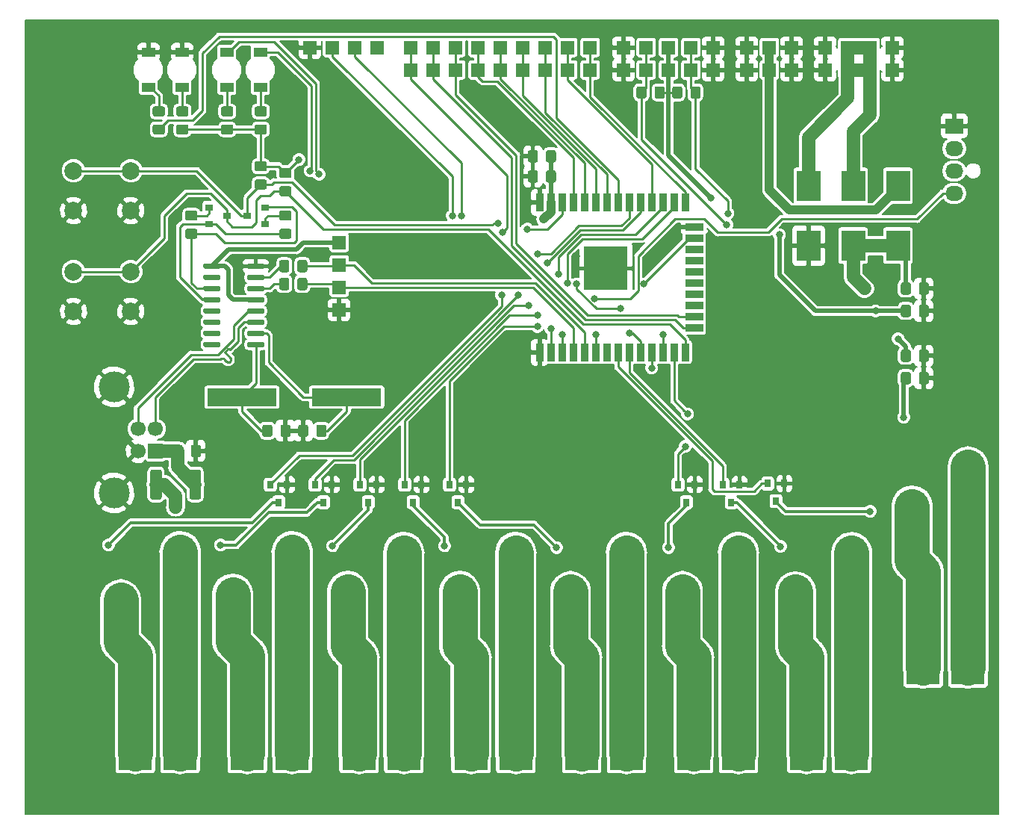
<source format=gbr>
G04 #@! TF.GenerationSoftware,KiCad,Pcbnew,5.1.10-88a1d61d58~88~ubuntu20.04.1*
G04 #@! TF.CreationDate,2021-07-01T12:33:08+02:00*
G04 #@! TF.ProjectId,chamber-board,6368616d-6265-4722-9d62-6f6172642e6b,rev?*
G04 #@! TF.SameCoordinates,Original*
G04 #@! TF.FileFunction,Copper,L2,Bot*
G04 #@! TF.FilePolarity,Positive*
%FSLAX46Y46*%
G04 Gerber Fmt 4.6, Leading zero omitted, Abs format (unit mm)*
G04 Created by KiCad (PCBNEW 5.1.10-88a1d61d58~88~ubuntu20.04.1) date 2021-07-01 12:33:08*
%MOMM*%
%LPD*%
G01*
G04 APERTURE LIST*
G04 #@! TA.AperFunction,SMDPad,CuDef*
%ADD10R,5.000000X5.000000*%
G04 #@! TD*
G04 #@! TA.AperFunction,SMDPad,CuDef*
%ADD11R,0.900000X2.000000*%
G04 #@! TD*
G04 #@! TA.AperFunction,SMDPad,CuDef*
%ADD12R,2.000000X0.900000*%
G04 #@! TD*
G04 #@! TA.AperFunction,ComponentPad*
%ADD13R,1.524000X1.524000*%
G04 #@! TD*
G04 #@! TA.AperFunction,ComponentPad*
%ADD14R,3.810000X3.810000*%
G04 #@! TD*
G04 #@! TA.AperFunction,ComponentPad*
%ADD15C,2.000000*%
G04 #@! TD*
G04 #@! TA.AperFunction,ComponentPad*
%ADD16R,2.030000X1.730000*%
G04 #@! TD*
G04 #@! TA.AperFunction,ComponentPad*
%ADD17O,2.030000X1.730000*%
G04 #@! TD*
G04 #@! TA.AperFunction,ComponentPad*
%ADD18R,1.700000X1.700000*%
G04 #@! TD*
G04 #@! TA.AperFunction,ComponentPad*
%ADD19C,1.700000*%
G04 #@! TD*
G04 #@! TA.AperFunction,ComponentPad*
%ADD20C,3.500000*%
G04 #@! TD*
G04 #@! TA.AperFunction,SMDPad,CuDef*
%ADD21R,7.875000X2.000000*%
G04 #@! TD*
G04 #@! TA.AperFunction,SMDPad,CuDef*
%ADD22R,2.700000X3.500000*%
G04 #@! TD*
G04 #@! TA.AperFunction,SMDPad,CuDef*
%ADD23R,1.500000X1.050000*%
G04 #@! TD*
G04 #@! TA.AperFunction,SMDPad,CuDef*
%ADD24R,0.800000X0.900000*%
G04 #@! TD*
G04 #@! TA.AperFunction,SMDPad,CuDef*
%ADD25R,0.900000X0.800000*%
G04 #@! TD*
G04 #@! TA.AperFunction,ComponentPad*
%ADD26C,6.000000*%
G04 #@! TD*
G04 #@! TA.AperFunction,ViaPad*
%ADD27C,0.800000*%
G04 #@! TD*
G04 #@! TA.AperFunction,Conductor*
%ADD28C,0.500000*%
G04 #@! TD*
G04 #@! TA.AperFunction,Conductor*
%ADD29C,0.250000*%
G04 #@! TD*
G04 #@! TA.AperFunction,Conductor*
%ADD30C,1.000000*%
G04 #@! TD*
G04 #@! TA.AperFunction,Conductor*
%ADD31C,1.500000*%
G04 #@! TD*
G04 #@! TA.AperFunction,Conductor*
%ADD32C,4.000000*%
G04 #@! TD*
G04 #@! TA.AperFunction,Conductor*
%ADD33C,0.300000*%
G04 #@! TD*
G04 #@! TA.AperFunction,Conductor*
%ADD34C,0.200000*%
G04 #@! TD*
G04 #@! TA.AperFunction,Conductor*
%ADD35C,0.100000*%
G04 #@! TD*
G04 APERTURE END LIST*
D10*
X163075000Y-74565000D03*
D11*
X155575000Y-67065000D03*
X156845000Y-67065000D03*
X158115000Y-67065000D03*
X159385000Y-67065000D03*
X160655000Y-67065000D03*
X161925000Y-67065000D03*
X163195000Y-67065000D03*
X164465000Y-67065000D03*
X165735000Y-67065000D03*
X167005000Y-67065000D03*
X168275000Y-67065000D03*
X169545000Y-67065000D03*
X170815000Y-67065000D03*
X172085000Y-67065000D03*
D12*
X173085000Y-69850000D03*
X173085000Y-71120000D03*
X173085000Y-72390000D03*
X173085000Y-73660000D03*
X173085000Y-74930000D03*
X173085000Y-76200000D03*
X173085000Y-77470000D03*
X173085000Y-78740000D03*
X173085000Y-80010000D03*
X173085000Y-81280000D03*
D11*
X172085000Y-84065000D03*
X170815000Y-84065000D03*
X169545000Y-84065000D03*
X168275000Y-84065000D03*
X167005000Y-84065000D03*
X165735000Y-84065000D03*
X164465000Y-84065000D03*
X163195000Y-84065000D03*
X161925000Y-84065000D03*
X160655000Y-84065000D03*
X159385000Y-84065000D03*
X158115000Y-84065000D03*
X156845000Y-84065000D03*
X155575000Y-84065000D03*
D13*
X132842000Y-79248000D03*
X132842000Y-76708000D03*
X132842000Y-74168000D03*
X132842000Y-71628000D03*
D14*
X147793253Y-124527625D03*
X147793253Y-129527625D03*
X140173253Y-129527625D03*
X140173253Y-124527625D03*
X135093253Y-124527625D03*
X135093253Y-129527625D03*
X152873253Y-129527625D03*
X152873253Y-124527625D03*
X185861012Y-124560028D03*
X185861012Y-129560028D03*
X204149012Y-119844528D03*
X204149012Y-114844528D03*
X199069012Y-114844528D03*
X199069012Y-119844528D03*
X165416052Y-129544337D03*
X165416052Y-124544337D03*
X178116052Y-124544337D03*
X178116052Y-129544337D03*
X173036052Y-129544337D03*
X173036052Y-124544337D03*
X190941012Y-124560028D03*
X190941012Y-129560028D03*
X160336052Y-129544337D03*
X160336052Y-124544337D03*
D15*
X109220000Y-74930000D03*
X109220000Y-79430000D03*
X102720000Y-74930000D03*
X102720000Y-79430000D03*
X102720000Y-68000000D03*
X102720000Y-63500000D03*
X109220000Y-68000000D03*
X109220000Y-63500000D03*
G04 #@! TA.AperFunction,SMDPad,CuDef*
G36*
G01*
X131394000Y-92513999D02*
X131394000Y-93414001D01*
G75*
G02*
X131144001Y-93664000I-249999J0D01*
G01*
X130493999Y-93664000D01*
G75*
G02*
X130244000Y-93414001I0J249999D01*
G01*
X130244000Y-92513999D01*
G75*
G02*
X130493999Y-92264000I249999J0D01*
G01*
X131144001Y-92264000D01*
G75*
G02*
X131394000Y-92513999I0J-249999D01*
G01*
G37*
G04 #@! TD.AperFunction*
G04 #@! TA.AperFunction,SMDPad,CuDef*
G36*
G01*
X129344000Y-92513999D02*
X129344000Y-93414001D01*
G75*
G02*
X129094001Y-93664000I-249999J0D01*
G01*
X128443999Y-93664000D01*
G75*
G02*
X128194000Y-93414001I0J249999D01*
G01*
X128194000Y-92513999D01*
G75*
G02*
X128443999Y-92264000I249999J0D01*
G01*
X129094001Y-92264000D01*
G75*
G02*
X129344000Y-92513999I0J-249999D01*
G01*
G37*
G04 #@! TD.AperFunction*
G04 #@! TA.AperFunction,SMDPad,CuDef*
G36*
G01*
X126180000Y-93414001D02*
X126180000Y-92513999D01*
G75*
G02*
X126429999Y-92264000I249999J0D01*
G01*
X127080001Y-92264000D01*
G75*
G02*
X127330000Y-92513999I0J-249999D01*
G01*
X127330000Y-93414001D01*
G75*
G02*
X127080001Y-93664000I-249999J0D01*
G01*
X126429999Y-93664000D01*
G75*
G02*
X126180000Y-93414001I0J249999D01*
G01*
G37*
G04 #@! TD.AperFunction*
G04 #@! TA.AperFunction,SMDPad,CuDef*
G36*
G01*
X124130000Y-93414001D02*
X124130000Y-92513999D01*
G75*
G02*
X124379999Y-92264000I249999J0D01*
G01*
X125030001Y-92264000D01*
G75*
G02*
X125280000Y-92513999I0J-249999D01*
G01*
X125280000Y-93414001D01*
G75*
G02*
X125030001Y-93664000I-249999J0D01*
G01*
X124379999Y-93664000D01*
G75*
G02*
X124130000Y-93414001I0J249999D01*
G01*
G37*
G04 #@! TD.AperFunction*
G04 #@! TA.AperFunction,SMDPad,CuDef*
G36*
G01*
X113970000Y-95700001D02*
X113970000Y-94799999D01*
G75*
G02*
X114219999Y-94550000I249999J0D01*
G01*
X114870001Y-94550000D01*
G75*
G02*
X115120000Y-94799999I0J-249999D01*
G01*
X115120000Y-95700001D01*
G75*
G02*
X114870001Y-95950000I-249999J0D01*
G01*
X114219999Y-95950000D01*
G75*
G02*
X113970000Y-95700001I0J249999D01*
G01*
G37*
G04 #@! TD.AperFunction*
G04 #@! TA.AperFunction,SMDPad,CuDef*
G36*
G01*
X116020000Y-95700001D02*
X116020000Y-94799999D01*
G75*
G02*
X116269999Y-94550000I249999J0D01*
G01*
X116920001Y-94550000D01*
G75*
G02*
X117170000Y-94799999I0J-249999D01*
G01*
X117170000Y-95700001D01*
G75*
G02*
X116920001Y-95950000I-249999J0D01*
G01*
X116269999Y-95950000D01*
G75*
G02*
X116020000Y-95700001I0J249999D01*
G01*
G37*
G04 #@! TD.AperFunction*
G04 #@! TA.AperFunction,SMDPad,CuDef*
G36*
G01*
X155379000Y-63684999D02*
X155379000Y-64585001D01*
G75*
G02*
X155129001Y-64835000I-249999J0D01*
G01*
X154478999Y-64835000D01*
G75*
G02*
X154229000Y-64585001I0J249999D01*
G01*
X154229000Y-63684999D01*
G75*
G02*
X154478999Y-63435000I249999J0D01*
G01*
X155129001Y-63435000D01*
G75*
G02*
X155379000Y-63684999I0J-249999D01*
G01*
G37*
G04 #@! TD.AperFunction*
G04 #@! TA.AperFunction,SMDPad,CuDef*
G36*
G01*
X157429000Y-63684999D02*
X157429000Y-64585001D01*
G75*
G02*
X157179001Y-64835000I-249999J0D01*
G01*
X156528999Y-64835000D01*
G75*
G02*
X156279000Y-64585001I0J249999D01*
G01*
X156279000Y-63684999D01*
G75*
G02*
X156528999Y-63435000I249999J0D01*
G01*
X157179001Y-63435000D01*
G75*
G02*
X157429000Y-63684999I0J-249999D01*
G01*
G37*
G04 #@! TD.AperFunction*
G04 #@! TA.AperFunction,SMDPad,CuDef*
G36*
G01*
X157429000Y-61398999D02*
X157429000Y-62299001D01*
G75*
G02*
X157179001Y-62549000I-249999J0D01*
G01*
X156528999Y-62549000D01*
G75*
G02*
X156279000Y-62299001I0J249999D01*
G01*
X156279000Y-61398999D01*
G75*
G02*
X156528999Y-61149000I249999J0D01*
G01*
X157179001Y-61149000D01*
G75*
G02*
X157429000Y-61398999I0J-249999D01*
G01*
G37*
G04 #@! TD.AperFunction*
G04 #@! TA.AperFunction,SMDPad,CuDef*
G36*
G01*
X155379000Y-61398999D02*
X155379000Y-62299001D01*
G75*
G02*
X155129001Y-62549000I-249999J0D01*
G01*
X154478999Y-62549000D01*
G75*
G02*
X154229000Y-62299001I0J249999D01*
G01*
X154229000Y-61398999D01*
G75*
G02*
X154478999Y-61149000I249999J0D01*
G01*
X155129001Y-61149000D01*
G75*
G02*
X155379000Y-61398999I0J-249999D01*
G01*
G37*
G04 #@! TD.AperFunction*
G04 #@! TA.AperFunction,SMDPad,CuDef*
G36*
G01*
X198570000Y-84905001D02*
X198570000Y-84004999D01*
G75*
G02*
X198819999Y-83755000I249999J0D01*
G01*
X199470001Y-83755000D01*
G75*
G02*
X199720000Y-84004999I0J-249999D01*
G01*
X199720000Y-84905001D01*
G75*
G02*
X199470001Y-85155000I-249999J0D01*
G01*
X198819999Y-85155000D01*
G75*
G02*
X198570000Y-84905001I0J249999D01*
G01*
G37*
G04 #@! TD.AperFunction*
G04 #@! TA.AperFunction,SMDPad,CuDef*
G36*
G01*
X196520000Y-84905001D02*
X196520000Y-84004999D01*
G75*
G02*
X196769999Y-83755000I249999J0D01*
G01*
X197420001Y-83755000D01*
G75*
G02*
X197670000Y-84004999I0J-249999D01*
G01*
X197670000Y-84905001D01*
G75*
G02*
X197420001Y-85155000I-249999J0D01*
G01*
X196769999Y-85155000D01*
G75*
G02*
X196520000Y-84905001I0J249999D01*
G01*
G37*
G04 #@! TD.AperFunction*
G04 #@! TA.AperFunction,SMDPad,CuDef*
G36*
G01*
X196520000Y-87445001D02*
X196520000Y-86544999D01*
G75*
G02*
X196769999Y-86295000I249999J0D01*
G01*
X197420001Y-86295000D01*
G75*
G02*
X197670000Y-86544999I0J-249999D01*
G01*
X197670000Y-87445001D01*
G75*
G02*
X197420001Y-87695000I-249999J0D01*
G01*
X196769999Y-87695000D01*
G75*
G02*
X196520000Y-87445001I0J249999D01*
G01*
G37*
G04 #@! TD.AperFunction*
G04 #@! TA.AperFunction,SMDPad,CuDef*
G36*
G01*
X198570000Y-87445001D02*
X198570000Y-86544999D01*
G75*
G02*
X198819999Y-86295000I249999J0D01*
G01*
X199470001Y-86295000D01*
G75*
G02*
X199720000Y-86544999I0J-249999D01*
G01*
X199720000Y-87445001D01*
G75*
G02*
X199470001Y-87695000I-249999J0D01*
G01*
X198819999Y-87695000D01*
G75*
G02*
X198570000Y-87445001I0J249999D01*
G01*
G37*
G04 #@! TD.AperFunction*
G04 #@! TA.AperFunction,SMDPad,CuDef*
G36*
G01*
X198570000Y-77285001D02*
X198570000Y-76384999D01*
G75*
G02*
X198819999Y-76135000I249999J0D01*
G01*
X199470001Y-76135000D01*
G75*
G02*
X199720000Y-76384999I0J-249999D01*
G01*
X199720000Y-77285001D01*
G75*
G02*
X199470001Y-77535000I-249999J0D01*
G01*
X198819999Y-77535000D01*
G75*
G02*
X198570000Y-77285001I0J249999D01*
G01*
G37*
G04 #@! TD.AperFunction*
G04 #@! TA.AperFunction,SMDPad,CuDef*
G36*
G01*
X196520000Y-77285001D02*
X196520000Y-76384999D01*
G75*
G02*
X196769999Y-76135000I249999J0D01*
G01*
X197420001Y-76135000D01*
G75*
G02*
X197670000Y-76384999I0J-249999D01*
G01*
X197670000Y-77285001D01*
G75*
G02*
X197420001Y-77535000I-249999J0D01*
G01*
X196769999Y-77535000D01*
G75*
G02*
X196520000Y-77285001I0J249999D01*
G01*
G37*
G04 #@! TD.AperFunction*
G04 #@! TA.AperFunction,SMDPad,CuDef*
G36*
G01*
X196520000Y-79825001D02*
X196520000Y-78924999D01*
G75*
G02*
X196769999Y-78675000I249999J0D01*
G01*
X197420001Y-78675000D01*
G75*
G02*
X197670000Y-78924999I0J-249999D01*
G01*
X197670000Y-79825001D01*
G75*
G02*
X197420001Y-80075000I-249999J0D01*
G01*
X196769999Y-80075000D01*
G75*
G02*
X196520000Y-79825001I0J249999D01*
G01*
G37*
G04 #@! TD.AperFunction*
G04 #@! TA.AperFunction,SMDPad,CuDef*
G36*
G01*
X198570000Y-79825001D02*
X198570000Y-78924999D01*
G75*
G02*
X198819999Y-78675000I249999J0D01*
G01*
X199470001Y-78675000D01*
G75*
G02*
X199720000Y-78924999I0J-249999D01*
G01*
X199720000Y-79825001D01*
G75*
G02*
X199470001Y-80075000I-249999J0D01*
G01*
X198819999Y-80075000D01*
G75*
G02*
X198570000Y-79825001I0J249999D01*
G01*
G37*
G04 #@! TD.AperFunction*
D16*
X202565000Y-58420000D03*
D17*
X202565000Y-60960000D03*
X202565000Y-63500000D03*
X202565000Y-66040000D03*
D18*
X112014000Y-95250000D03*
D19*
X112014000Y-92750000D03*
X110014000Y-92750000D03*
X110014000Y-95250000D03*
D20*
X107304000Y-100020000D03*
X107304000Y-87980000D03*
D21*
X133699500Y-89154000D03*
X121824500Y-89154000D03*
D22*
X191135000Y-71980000D03*
X191135000Y-65180000D03*
X196215000Y-65180000D03*
X196215000Y-71980000D03*
X186055000Y-65180000D03*
X186055000Y-71980000D03*
G04 #@! TA.AperFunction,SMDPad,CuDef*
G36*
G01*
X111425000Y-100510000D02*
X111425000Y-97610000D01*
G75*
G02*
X111675000Y-97360000I250000J0D01*
G01*
X112475000Y-97360000D01*
G75*
G02*
X112725000Y-97610000I0J-250000D01*
G01*
X112725000Y-100510000D01*
G75*
G02*
X112475000Y-100760000I-250000J0D01*
G01*
X111675000Y-100760000D01*
G75*
G02*
X111425000Y-100510000I0J250000D01*
G01*
G37*
G04 #@! TD.AperFunction*
G04 #@! TA.AperFunction,SMDPad,CuDef*
G36*
G01*
X115875000Y-100510000D02*
X115875000Y-97610000D01*
G75*
G02*
X116125000Y-97360000I250000J0D01*
G01*
X116925000Y-97360000D01*
G75*
G02*
X117175000Y-97610000I0J-250000D01*
G01*
X117175000Y-100510000D01*
G75*
G02*
X116925000Y-100760000I-250000J0D01*
G01*
X116125000Y-100760000D01*
G75*
G02*
X115875000Y-100510000I0J250000D01*
G01*
G37*
G04 #@! TD.AperFunction*
D14*
X114808000Y-129540000D03*
X114808000Y-124540000D03*
X109728000Y-124540000D03*
X109728000Y-129540000D03*
X127508000Y-129540000D03*
X127508000Y-124540000D03*
X122428000Y-124540000D03*
X122428000Y-129540000D03*
D23*
X123916640Y-50042461D03*
X123916640Y-54042461D03*
X115026640Y-54042461D03*
X115026640Y-50042461D03*
X120106640Y-50042461D03*
X120106640Y-54042461D03*
X111216640Y-54042461D03*
X111216640Y-50042461D03*
D13*
X137160000Y-49530000D03*
X134620000Y-49530000D03*
X132080000Y-49530000D03*
X129540000Y-49530000D03*
X179070000Y-52070000D03*
X179070000Y-49530000D03*
X181610000Y-52070000D03*
X181610000Y-49530000D03*
X184150000Y-52070000D03*
X184150000Y-49530000D03*
X187960000Y-52070000D03*
X187960000Y-49530000D03*
X190500000Y-52070000D03*
X190500000Y-49530000D03*
X193040000Y-52070000D03*
X193040000Y-49530000D03*
X195580000Y-52070000D03*
X195580000Y-49530000D03*
X165100000Y-52070000D03*
X165100000Y-49530000D03*
X167640000Y-52070000D03*
X167640000Y-49530000D03*
X170180000Y-52070000D03*
X170180000Y-49530000D03*
X172720000Y-52070000D03*
X172720000Y-49530000D03*
X175260000Y-52070000D03*
X175260000Y-49530000D03*
X140970000Y-52070000D03*
X140970000Y-49530000D03*
X143510000Y-52070000D03*
X143510000Y-49530000D03*
X146050000Y-52070000D03*
X146050000Y-49530000D03*
X148590000Y-52070000D03*
X148590000Y-49530000D03*
X151130000Y-52070000D03*
X151130000Y-49530000D03*
X153670000Y-52070000D03*
X153670000Y-49530000D03*
X156210000Y-52070000D03*
X156210000Y-49530000D03*
X158750000Y-52070000D03*
X158750000Y-49530000D03*
X161290000Y-52070000D03*
X161290000Y-49530000D03*
G04 #@! TA.AperFunction,SMDPad,CuDef*
G36*
G01*
X124354000Y-74145000D02*
X124354000Y-74445000D01*
G75*
G02*
X124204000Y-74595000I-150000J0D01*
G01*
X122554000Y-74595000D01*
G75*
G02*
X122404000Y-74445000I0J150000D01*
G01*
X122404000Y-74145000D01*
G75*
G02*
X122554000Y-73995000I150000J0D01*
G01*
X124204000Y-73995000D01*
G75*
G02*
X124354000Y-74145000I0J-150000D01*
G01*
G37*
G04 #@! TD.AperFunction*
G04 #@! TA.AperFunction,SMDPad,CuDef*
G36*
G01*
X124354000Y-75415000D02*
X124354000Y-75715000D01*
G75*
G02*
X124204000Y-75865000I-150000J0D01*
G01*
X122554000Y-75865000D01*
G75*
G02*
X122404000Y-75715000I0J150000D01*
G01*
X122404000Y-75415000D01*
G75*
G02*
X122554000Y-75265000I150000J0D01*
G01*
X124204000Y-75265000D01*
G75*
G02*
X124354000Y-75415000I0J-150000D01*
G01*
G37*
G04 #@! TD.AperFunction*
G04 #@! TA.AperFunction,SMDPad,CuDef*
G36*
G01*
X124354000Y-76685000D02*
X124354000Y-76985000D01*
G75*
G02*
X124204000Y-77135000I-150000J0D01*
G01*
X122554000Y-77135000D01*
G75*
G02*
X122404000Y-76985000I0J150000D01*
G01*
X122404000Y-76685000D01*
G75*
G02*
X122554000Y-76535000I150000J0D01*
G01*
X124204000Y-76535000D01*
G75*
G02*
X124354000Y-76685000I0J-150000D01*
G01*
G37*
G04 #@! TD.AperFunction*
G04 #@! TA.AperFunction,SMDPad,CuDef*
G36*
G01*
X124354000Y-77955000D02*
X124354000Y-78255000D01*
G75*
G02*
X124204000Y-78405000I-150000J0D01*
G01*
X122554000Y-78405000D01*
G75*
G02*
X122404000Y-78255000I0J150000D01*
G01*
X122404000Y-77955000D01*
G75*
G02*
X122554000Y-77805000I150000J0D01*
G01*
X124204000Y-77805000D01*
G75*
G02*
X124354000Y-77955000I0J-150000D01*
G01*
G37*
G04 #@! TD.AperFunction*
G04 #@! TA.AperFunction,SMDPad,CuDef*
G36*
G01*
X124354000Y-79225000D02*
X124354000Y-79525000D01*
G75*
G02*
X124204000Y-79675000I-150000J0D01*
G01*
X122554000Y-79675000D01*
G75*
G02*
X122404000Y-79525000I0J150000D01*
G01*
X122404000Y-79225000D01*
G75*
G02*
X122554000Y-79075000I150000J0D01*
G01*
X124204000Y-79075000D01*
G75*
G02*
X124354000Y-79225000I0J-150000D01*
G01*
G37*
G04 #@! TD.AperFunction*
G04 #@! TA.AperFunction,SMDPad,CuDef*
G36*
G01*
X124354000Y-80495000D02*
X124354000Y-80795000D01*
G75*
G02*
X124204000Y-80945000I-150000J0D01*
G01*
X122554000Y-80945000D01*
G75*
G02*
X122404000Y-80795000I0J150000D01*
G01*
X122404000Y-80495000D01*
G75*
G02*
X122554000Y-80345000I150000J0D01*
G01*
X124204000Y-80345000D01*
G75*
G02*
X124354000Y-80495000I0J-150000D01*
G01*
G37*
G04 #@! TD.AperFunction*
G04 #@! TA.AperFunction,SMDPad,CuDef*
G36*
G01*
X124354000Y-81765000D02*
X124354000Y-82065000D01*
G75*
G02*
X124204000Y-82215000I-150000J0D01*
G01*
X122554000Y-82215000D01*
G75*
G02*
X122404000Y-82065000I0J150000D01*
G01*
X122404000Y-81765000D01*
G75*
G02*
X122554000Y-81615000I150000J0D01*
G01*
X124204000Y-81615000D01*
G75*
G02*
X124354000Y-81765000I0J-150000D01*
G01*
G37*
G04 #@! TD.AperFunction*
G04 #@! TA.AperFunction,SMDPad,CuDef*
G36*
G01*
X124354000Y-83035000D02*
X124354000Y-83335000D01*
G75*
G02*
X124204000Y-83485000I-150000J0D01*
G01*
X122554000Y-83485000D01*
G75*
G02*
X122404000Y-83335000I0J150000D01*
G01*
X122404000Y-83035000D01*
G75*
G02*
X122554000Y-82885000I150000J0D01*
G01*
X124204000Y-82885000D01*
G75*
G02*
X124354000Y-83035000I0J-150000D01*
G01*
G37*
G04 #@! TD.AperFunction*
G04 #@! TA.AperFunction,SMDPad,CuDef*
G36*
G01*
X119404000Y-83035000D02*
X119404000Y-83335000D01*
G75*
G02*
X119254000Y-83485000I-150000J0D01*
G01*
X117604000Y-83485000D01*
G75*
G02*
X117454000Y-83335000I0J150000D01*
G01*
X117454000Y-83035000D01*
G75*
G02*
X117604000Y-82885000I150000J0D01*
G01*
X119254000Y-82885000D01*
G75*
G02*
X119404000Y-83035000I0J-150000D01*
G01*
G37*
G04 #@! TD.AperFunction*
G04 #@! TA.AperFunction,SMDPad,CuDef*
G36*
G01*
X119404000Y-81765000D02*
X119404000Y-82065000D01*
G75*
G02*
X119254000Y-82215000I-150000J0D01*
G01*
X117604000Y-82215000D01*
G75*
G02*
X117454000Y-82065000I0J150000D01*
G01*
X117454000Y-81765000D01*
G75*
G02*
X117604000Y-81615000I150000J0D01*
G01*
X119254000Y-81615000D01*
G75*
G02*
X119404000Y-81765000I0J-150000D01*
G01*
G37*
G04 #@! TD.AperFunction*
G04 #@! TA.AperFunction,SMDPad,CuDef*
G36*
G01*
X119404000Y-80495000D02*
X119404000Y-80795000D01*
G75*
G02*
X119254000Y-80945000I-150000J0D01*
G01*
X117604000Y-80945000D01*
G75*
G02*
X117454000Y-80795000I0J150000D01*
G01*
X117454000Y-80495000D01*
G75*
G02*
X117604000Y-80345000I150000J0D01*
G01*
X119254000Y-80345000D01*
G75*
G02*
X119404000Y-80495000I0J-150000D01*
G01*
G37*
G04 #@! TD.AperFunction*
G04 #@! TA.AperFunction,SMDPad,CuDef*
G36*
G01*
X119404000Y-79225000D02*
X119404000Y-79525000D01*
G75*
G02*
X119254000Y-79675000I-150000J0D01*
G01*
X117604000Y-79675000D01*
G75*
G02*
X117454000Y-79525000I0J150000D01*
G01*
X117454000Y-79225000D01*
G75*
G02*
X117604000Y-79075000I150000J0D01*
G01*
X119254000Y-79075000D01*
G75*
G02*
X119404000Y-79225000I0J-150000D01*
G01*
G37*
G04 #@! TD.AperFunction*
G04 #@! TA.AperFunction,SMDPad,CuDef*
G36*
G01*
X119404000Y-77955000D02*
X119404000Y-78255000D01*
G75*
G02*
X119254000Y-78405000I-150000J0D01*
G01*
X117604000Y-78405000D01*
G75*
G02*
X117454000Y-78255000I0J150000D01*
G01*
X117454000Y-77955000D01*
G75*
G02*
X117604000Y-77805000I150000J0D01*
G01*
X119254000Y-77805000D01*
G75*
G02*
X119404000Y-77955000I0J-150000D01*
G01*
G37*
G04 #@! TD.AperFunction*
G04 #@! TA.AperFunction,SMDPad,CuDef*
G36*
G01*
X119404000Y-76685000D02*
X119404000Y-76985000D01*
G75*
G02*
X119254000Y-77135000I-150000J0D01*
G01*
X117604000Y-77135000D01*
G75*
G02*
X117454000Y-76985000I0J150000D01*
G01*
X117454000Y-76685000D01*
G75*
G02*
X117604000Y-76535000I150000J0D01*
G01*
X119254000Y-76535000D01*
G75*
G02*
X119404000Y-76685000I0J-150000D01*
G01*
G37*
G04 #@! TD.AperFunction*
G04 #@! TA.AperFunction,SMDPad,CuDef*
G36*
G01*
X119404000Y-75415000D02*
X119404000Y-75715000D01*
G75*
G02*
X119254000Y-75865000I-150000J0D01*
G01*
X117604000Y-75865000D01*
G75*
G02*
X117454000Y-75715000I0J150000D01*
G01*
X117454000Y-75415000D01*
G75*
G02*
X117604000Y-75265000I150000J0D01*
G01*
X119254000Y-75265000D01*
G75*
G02*
X119404000Y-75415000I0J-150000D01*
G01*
G37*
G04 #@! TD.AperFunction*
G04 #@! TA.AperFunction,SMDPad,CuDef*
G36*
G01*
X119404000Y-74145000D02*
X119404000Y-74445000D01*
G75*
G02*
X119254000Y-74595000I-150000J0D01*
G01*
X117604000Y-74595000D01*
G75*
G02*
X117454000Y-74445000I0J150000D01*
G01*
X117454000Y-74145000D01*
G75*
G02*
X117604000Y-73995000I150000J0D01*
G01*
X119254000Y-73995000D01*
G75*
G02*
X119404000Y-74145000I0J-150000D01*
G01*
G37*
G04 #@! TD.AperFunction*
D24*
X182372000Y-100949000D03*
X183322000Y-98949000D03*
X181422000Y-98949000D03*
X176342000Y-99076000D03*
X178242000Y-99076000D03*
X177292000Y-101076000D03*
X172212000Y-101076000D03*
X173162000Y-99076000D03*
X171262000Y-99076000D03*
X145354000Y-99076000D03*
X147254000Y-99076000D03*
X146304000Y-101076000D03*
X136144000Y-101076000D03*
X137094000Y-99076000D03*
X135194000Y-99076000D03*
X130114000Y-99076000D03*
X132014000Y-99076000D03*
X131064000Y-101076000D03*
X125984000Y-101076000D03*
X126934000Y-99076000D03*
X125034000Y-99076000D03*
D25*
X118126000Y-69530000D03*
X118126000Y-67630000D03*
X120126000Y-68580000D03*
X122444000Y-68580000D03*
X124444000Y-69530000D03*
X124444000Y-67630000D03*
D24*
X140274000Y-99076000D03*
X142174000Y-99076000D03*
X141224000Y-101076000D03*
G04 #@! TA.AperFunction,SMDPad,CuDef*
G36*
G01*
X115627999Y-70046000D02*
X116528001Y-70046000D01*
G75*
G02*
X116778000Y-70295999I0J-249999D01*
G01*
X116778000Y-70946001D01*
G75*
G02*
X116528001Y-71196000I-249999J0D01*
G01*
X115627999Y-71196000D01*
G75*
G02*
X115378000Y-70946001I0J249999D01*
G01*
X115378000Y-70295999D01*
G75*
G02*
X115627999Y-70046000I249999J0D01*
G01*
G37*
G04 #@! TD.AperFunction*
G04 #@! TA.AperFunction,SMDPad,CuDef*
G36*
G01*
X115627999Y-67996000D02*
X116528001Y-67996000D01*
G75*
G02*
X116778000Y-68245999I0J-249999D01*
G01*
X116778000Y-68896001D01*
G75*
G02*
X116528001Y-69146000I-249999J0D01*
G01*
X115627999Y-69146000D01*
G75*
G02*
X115378000Y-68896001I0J249999D01*
G01*
X115378000Y-68245999D01*
G75*
G02*
X115627999Y-67996000I249999J0D01*
G01*
G37*
G04 #@! TD.AperFunction*
G04 #@! TA.AperFunction,SMDPad,CuDef*
G36*
G01*
X170612000Y-55060001D02*
X170612000Y-54159999D01*
G75*
G02*
X170861999Y-53910000I249999J0D01*
G01*
X171512001Y-53910000D01*
G75*
G02*
X171762000Y-54159999I0J-249999D01*
G01*
X171762000Y-55060001D01*
G75*
G02*
X171512001Y-55310000I-249999J0D01*
G01*
X170861999Y-55310000D01*
G75*
G02*
X170612000Y-55060001I0J249999D01*
G01*
G37*
G04 #@! TD.AperFunction*
G04 #@! TA.AperFunction,SMDPad,CuDef*
G36*
G01*
X172662000Y-55060001D02*
X172662000Y-54159999D01*
G75*
G02*
X172911999Y-53910000I249999J0D01*
G01*
X173562001Y-53910000D01*
G75*
G02*
X173812000Y-54159999I0J-249999D01*
G01*
X173812000Y-55060001D01*
G75*
G02*
X173562001Y-55310000I-249999J0D01*
G01*
X172911999Y-55310000D01*
G75*
G02*
X172662000Y-55060001I0J249999D01*
G01*
G37*
G04 #@! TD.AperFunction*
G04 #@! TA.AperFunction,SMDPad,CuDef*
G36*
G01*
X127185000Y-73844999D02*
X127185000Y-74745001D01*
G75*
G02*
X126935001Y-74995000I-249999J0D01*
G01*
X126284999Y-74995000D01*
G75*
G02*
X126035000Y-74745001I0J249999D01*
G01*
X126035000Y-73844999D01*
G75*
G02*
X126284999Y-73595000I249999J0D01*
G01*
X126935001Y-73595000D01*
G75*
G02*
X127185000Y-73844999I0J-249999D01*
G01*
G37*
G04 #@! TD.AperFunction*
G04 #@! TA.AperFunction,SMDPad,CuDef*
G36*
G01*
X129235000Y-73844999D02*
X129235000Y-74745001D01*
G75*
G02*
X128985001Y-74995000I-249999J0D01*
G01*
X128334999Y-74995000D01*
G75*
G02*
X128085000Y-74745001I0J249999D01*
G01*
X128085000Y-73844999D01*
G75*
G02*
X128334999Y-73595000I249999J0D01*
G01*
X128985001Y-73595000D01*
G75*
G02*
X129235000Y-73844999I0J-249999D01*
G01*
G37*
G04 #@! TD.AperFunction*
G04 #@! TA.AperFunction,SMDPad,CuDef*
G36*
G01*
X129235000Y-75876999D02*
X129235000Y-76777001D01*
G75*
G02*
X128985001Y-77027000I-249999J0D01*
G01*
X128334999Y-77027000D01*
G75*
G02*
X128085000Y-76777001I0J249999D01*
G01*
X128085000Y-75876999D01*
G75*
G02*
X128334999Y-75627000I249999J0D01*
G01*
X128985001Y-75627000D01*
G75*
G02*
X129235000Y-75876999I0J-249999D01*
G01*
G37*
G04 #@! TD.AperFunction*
G04 #@! TA.AperFunction,SMDPad,CuDef*
G36*
G01*
X127185000Y-75876999D02*
X127185000Y-76777001D01*
G75*
G02*
X126935001Y-77027000I-249999J0D01*
G01*
X126284999Y-77027000D01*
G75*
G02*
X126035000Y-76777001I0J249999D01*
G01*
X126035000Y-75876999D01*
G75*
G02*
X126284999Y-75627000I249999J0D01*
G01*
X126935001Y-75627000D01*
G75*
G02*
X127185000Y-75876999I0J-249999D01*
G01*
G37*
G04 #@! TD.AperFunction*
G04 #@! TA.AperFunction,SMDPad,CuDef*
G36*
G01*
X111944999Y-58235000D02*
X112845001Y-58235000D01*
G75*
G02*
X113095000Y-58484999I0J-249999D01*
G01*
X113095000Y-59135001D01*
G75*
G02*
X112845001Y-59385000I-249999J0D01*
G01*
X111944999Y-59385000D01*
G75*
G02*
X111695000Y-59135001I0J249999D01*
G01*
X111695000Y-58484999D01*
G75*
G02*
X111944999Y-58235000I249999J0D01*
G01*
G37*
G04 #@! TD.AperFunction*
G04 #@! TA.AperFunction,SMDPad,CuDef*
G36*
G01*
X111944999Y-56185000D02*
X112845001Y-56185000D01*
G75*
G02*
X113095000Y-56434999I0J-249999D01*
G01*
X113095000Y-57085001D01*
G75*
G02*
X112845001Y-57335000I-249999J0D01*
G01*
X111944999Y-57335000D01*
G75*
G02*
X111695000Y-57085001I0J249999D01*
G01*
X111695000Y-56434999D01*
G75*
G02*
X111944999Y-56185000I249999J0D01*
G01*
G37*
G04 #@! TD.AperFunction*
G04 #@! TA.AperFunction,SMDPad,CuDef*
G36*
G01*
X114611999Y-56185000D02*
X115512001Y-56185000D01*
G75*
G02*
X115762000Y-56434999I0J-249999D01*
G01*
X115762000Y-57085001D01*
G75*
G02*
X115512001Y-57335000I-249999J0D01*
G01*
X114611999Y-57335000D01*
G75*
G02*
X114362000Y-57085001I0J249999D01*
G01*
X114362000Y-56434999D01*
G75*
G02*
X114611999Y-56185000I249999J0D01*
G01*
G37*
G04 #@! TD.AperFunction*
G04 #@! TA.AperFunction,SMDPad,CuDef*
G36*
G01*
X114611999Y-58235000D02*
X115512001Y-58235000D01*
G75*
G02*
X115762000Y-58484999I0J-249999D01*
G01*
X115762000Y-59135001D01*
G75*
G02*
X115512001Y-59385000I-249999J0D01*
G01*
X114611999Y-59385000D01*
G75*
G02*
X114362000Y-59135001I0J249999D01*
G01*
X114362000Y-58484999D01*
G75*
G02*
X114611999Y-58235000I249999J0D01*
G01*
G37*
G04 #@! TD.AperFunction*
G04 #@! TA.AperFunction,SMDPad,CuDef*
G36*
G01*
X123501999Y-58235000D02*
X124402001Y-58235000D01*
G75*
G02*
X124652000Y-58484999I0J-249999D01*
G01*
X124652000Y-59135001D01*
G75*
G02*
X124402001Y-59385000I-249999J0D01*
G01*
X123501999Y-59385000D01*
G75*
G02*
X123252000Y-59135001I0J249999D01*
G01*
X123252000Y-58484999D01*
G75*
G02*
X123501999Y-58235000I249999J0D01*
G01*
G37*
G04 #@! TD.AperFunction*
G04 #@! TA.AperFunction,SMDPad,CuDef*
G36*
G01*
X123501999Y-56185000D02*
X124402001Y-56185000D01*
G75*
G02*
X124652000Y-56434999I0J-249999D01*
G01*
X124652000Y-57085001D01*
G75*
G02*
X124402001Y-57335000I-249999J0D01*
G01*
X123501999Y-57335000D01*
G75*
G02*
X123252000Y-57085001I0J249999D01*
G01*
X123252000Y-56434999D01*
G75*
G02*
X123501999Y-56185000I249999J0D01*
G01*
G37*
G04 #@! TD.AperFunction*
G04 #@! TA.AperFunction,SMDPad,CuDef*
G36*
G01*
X126295999Y-67996000D02*
X127196001Y-67996000D01*
G75*
G02*
X127446000Y-68245999I0J-249999D01*
G01*
X127446000Y-68896001D01*
G75*
G02*
X127196001Y-69146000I-249999J0D01*
G01*
X126295999Y-69146000D01*
G75*
G02*
X126046000Y-68896001I0J249999D01*
G01*
X126046000Y-68245999D01*
G75*
G02*
X126295999Y-67996000I249999J0D01*
G01*
G37*
G04 #@! TD.AperFunction*
G04 #@! TA.AperFunction,SMDPad,CuDef*
G36*
G01*
X126295999Y-70046000D02*
X127196001Y-70046000D01*
G75*
G02*
X127446000Y-70295999I0J-249999D01*
G01*
X127446000Y-70946001D01*
G75*
G02*
X127196001Y-71196000I-249999J0D01*
G01*
X126295999Y-71196000D01*
G75*
G02*
X126046000Y-70946001I0J249999D01*
G01*
X126046000Y-70295999D01*
G75*
G02*
X126295999Y-70046000I249999J0D01*
G01*
G37*
G04 #@! TD.AperFunction*
G04 #@! TA.AperFunction,SMDPad,CuDef*
G36*
G01*
X119691999Y-58235000D02*
X120592001Y-58235000D01*
G75*
G02*
X120842000Y-58484999I0J-249999D01*
G01*
X120842000Y-59135001D01*
G75*
G02*
X120592001Y-59385000I-249999J0D01*
G01*
X119691999Y-59385000D01*
G75*
G02*
X119442000Y-59135001I0J249999D01*
G01*
X119442000Y-58484999D01*
G75*
G02*
X119691999Y-58235000I249999J0D01*
G01*
G37*
G04 #@! TD.AperFunction*
G04 #@! TA.AperFunction,SMDPad,CuDef*
G36*
G01*
X119691999Y-56185000D02*
X120592001Y-56185000D01*
G75*
G02*
X120842000Y-56434999I0J-249999D01*
G01*
X120842000Y-57085001D01*
G75*
G02*
X120592001Y-57335000I-249999J0D01*
G01*
X119691999Y-57335000D01*
G75*
G02*
X119442000Y-57085001I0J249999D01*
G01*
X119442000Y-56434999D01*
G75*
G02*
X119691999Y-56185000I249999J0D01*
G01*
G37*
G04 #@! TD.AperFunction*
G04 #@! TA.AperFunction,SMDPad,CuDef*
G36*
G01*
X126295999Y-63170000D02*
X127196001Y-63170000D01*
G75*
G02*
X127446000Y-63419999I0J-249999D01*
G01*
X127446000Y-64070001D01*
G75*
G02*
X127196001Y-64320000I-249999J0D01*
G01*
X126295999Y-64320000D01*
G75*
G02*
X126046000Y-64070001I0J249999D01*
G01*
X126046000Y-63419999D01*
G75*
G02*
X126295999Y-63170000I249999J0D01*
G01*
G37*
G04 #@! TD.AperFunction*
G04 #@! TA.AperFunction,SMDPad,CuDef*
G36*
G01*
X126295999Y-65220000D02*
X127196001Y-65220000D01*
G75*
G02*
X127446000Y-65469999I0J-249999D01*
G01*
X127446000Y-66120001D01*
G75*
G02*
X127196001Y-66370000I-249999J0D01*
G01*
X126295999Y-66370000D01*
G75*
G02*
X126046000Y-66120001I0J249999D01*
G01*
X126046000Y-65469999D01*
G75*
G02*
X126295999Y-65220000I249999J0D01*
G01*
G37*
G04 #@! TD.AperFunction*
G04 #@! TA.AperFunction,SMDPad,CuDef*
G36*
G01*
X123501999Y-64458000D02*
X124402001Y-64458000D01*
G75*
G02*
X124652000Y-64707999I0J-249999D01*
G01*
X124652000Y-65358001D01*
G75*
G02*
X124402001Y-65608000I-249999J0D01*
G01*
X123501999Y-65608000D01*
G75*
G02*
X123252000Y-65358001I0J249999D01*
G01*
X123252000Y-64707999D01*
G75*
G02*
X123501999Y-64458000I249999J0D01*
G01*
G37*
G04 #@! TD.AperFunction*
G04 #@! TA.AperFunction,SMDPad,CuDef*
G36*
G01*
X123501999Y-62408000D02*
X124402001Y-62408000D01*
G75*
G02*
X124652000Y-62657999I0J-249999D01*
G01*
X124652000Y-63308001D01*
G75*
G02*
X124402001Y-63558000I-249999J0D01*
G01*
X123501999Y-63558000D01*
G75*
G02*
X123252000Y-63308001I0J249999D01*
G01*
X123252000Y-62657999D01*
G75*
G02*
X123501999Y-62408000I249999J0D01*
G01*
G37*
G04 #@! TD.AperFunction*
G04 #@! TA.AperFunction,SMDPad,CuDef*
G36*
G01*
X169748000Y-54159999D02*
X169748000Y-55060001D01*
G75*
G02*
X169498001Y-55310000I-249999J0D01*
G01*
X168847999Y-55310000D01*
G75*
G02*
X168598000Y-55060001I0J249999D01*
G01*
X168598000Y-54159999D01*
G75*
G02*
X168847999Y-53910000I249999J0D01*
G01*
X169498001Y-53910000D01*
G75*
G02*
X169748000Y-54159999I0J-249999D01*
G01*
G37*
G04 #@! TD.AperFunction*
G04 #@! TA.AperFunction,SMDPad,CuDef*
G36*
G01*
X167698000Y-54159999D02*
X167698000Y-55060001D01*
G75*
G02*
X167448001Y-55310000I-249999J0D01*
G01*
X166797999Y-55310000D01*
G75*
G02*
X166548000Y-55060001I0J249999D01*
G01*
X166548000Y-54159999D01*
G75*
G02*
X166797999Y-53910000I249999J0D01*
G01*
X167448001Y-53910000D01*
G75*
G02*
X167698000Y-54159999I0J-249999D01*
G01*
G37*
G04 #@! TD.AperFunction*
D26*
X101600000Y-132080000D03*
X101600000Y-50800000D03*
X203200000Y-132080000D03*
X203200000Y-50800000D03*
D27*
X169418000Y-72644000D03*
X153416000Y-59182000D03*
X159766000Y-73152000D03*
X189738000Y-100076000D03*
X175006000Y-102108000D03*
X149098000Y-101346000D03*
X119380000Y-101600000D03*
X121412000Y-99822000D03*
X178816000Y-69088000D03*
X151638000Y-74168000D03*
X136652000Y-72898000D03*
X188214000Y-76200000D03*
X173736000Y-83058000D03*
X173736000Y-84582000D03*
X147574000Y-79248000D03*
X121412000Y-76708000D03*
X143764000Y-66548000D03*
X119888000Y-62230000D03*
X177800000Y-97028000D03*
X193675000Y-79375000D03*
X128270000Y-62230000D03*
X156029002Y-68961000D03*
X182753000Y-70739000D03*
X175005988Y-66548000D03*
X161925000Y-82042000D03*
X176784000Y-69596000D03*
X154178000Y-70104000D03*
X150876000Y-69469000D03*
X196215000Y-82550000D03*
X129540000Y-63500000D03*
X130556000Y-63881000D03*
X158115000Y-82042000D03*
X176910990Y-68326000D03*
X155321000Y-72898000D03*
X151257000Y-77597000D03*
X156464000Y-73914000D03*
X153162000Y-77597000D03*
X154305000Y-78740000D03*
X157734000Y-75184000D03*
X155321000Y-79883000D03*
X158750000Y-76200000D03*
X155321000Y-81153000D03*
X167386000Y-76327010D03*
X172085000Y-94742000D03*
X172339016Y-91059000D03*
X146685000Y-68580000D03*
X169545000Y-82042000D03*
X145669000Y-68580000D03*
X168275000Y-85852000D03*
X165735000Y-81915000D03*
X151384000Y-70485000D03*
X159766000Y-76327000D03*
X164719000Y-79121000D03*
X161798000Y-77978000D03*
X156845000Y-81407000D03*
X114808000Y-106680000D03*
X114808000Y-115570000D03*
X114808000Y-118110000D03*
X108068000Y-116840000D03*
X108068000Y-111125000D03*
X120768000Y-116840000D03*
X120768000Y-111515000D03*
X127508000Y-106680000D03*
X127508000Y-115570000D03*
X127508000Y-118110000D03*
X196850000Y-91440000D03*
X171376052Y-111599337D03*
X171376052Y-116924337D03*
X178116052Y-106764337D03*
X178116052Y-115654337D03*
X178116052Y-118194337D03*
X190941012Y-106780028D03*
X190941012Y-115670028D03*
X190941012Y-118210028D03*
X184201012Y-111615028D03*
X184201012Y-116940028D03*
X197409012Y-101899528D03*
X197409012Y-107224528D03*
X204149012Y-97064528D03*
X204149012Y-105954528D03*
X204149012Y-108494528D03*
X140173253Y-106747625D03*
X140173253Y-115637625D03*
X140173253Y-118177625D03*
X133433253Y-111582625D03*
X133433253Y-116907625D03*
X146133253Y-111582625D03*
X146133253Y-116907625D03*
X152873253Y-106747625D03*
X152873253Y-115002625D03*
X152873253Y-117542625D03*
X165416052Y-106764337D03*
X165416052Y-115654337D03*
X165416052Y-118194337D03*
X158676052Y-111599337D03*
X158676052Y-116924337D03*
X192405000Y-76835000D03*
X114300000Y-101600000D03*
X157480000Y-106198285D03*
X144780000Y-106024372D03*
X170180000Y-106198285D03*
X182880000Y-106089016D03*
X193040000Y-102108000D03*
X132080000Y-106024372D03*
X119380000Y-105922000D03*
X106680000Y-105922000D03*
D28*
X119888000Y-74295000D02*
X118429000Y-74295000D01*
X120269000Y-74676000D02*
X119888000Y-74295000D01*
X120269000Y-77597000D02*
X120269000Y-74676000D01*
X123379000Y-78105000D02*
X120777000Y-78105000D01*
X120777000Y-78105000D02*
X120269000Y-77597000D01*
X197095000Y-79375000D02*
X193675000Y-79375000D01*
D29*
X117602000Y-58810000D02*
X115062000Y-58810000D01*
X123952000Y-58810000D02*
X117602000Y-58810000D01*
X125984000Y-62983000D02*
X123952000Y-62983000D01*
X126746000Y-63745000D02*
X125984000Y-62983000D01*
X123952000Y-62308000D02*
X123952000Y-58810000D01*
X123952000Y-62983000D02*
X123952000Y-62308000D01*
D28*
X118429000Y-74295000D02*
X120334000Y-72390000D01*
X120334000Y-72390000D02*
X128016000Y-72390000D01*
X128778000Y-71628000D02*
X132842000Y-71628000D01*
X128016000Y-72390000D02*
X128778000Y-71628000D01*
D29*
X127369372Y-63121628D02*
X127378372Y-63121628D01*
X126746000Y-63745000D02*
X127369372Y-63121628D01*
X127378372Y-63121628D02*
X128270000Y-62230000D01*
X128270000Y-62230000D02*
X128270000Y-62230000D01*
D28*
X156845000Y-61858000D02*
X156854000Y-61849000D01*
X156845000Y-67065000D02*
X156845000Y-61858000D01*
D30*
X156845000Y-68145002D02*
X156029002Y-68961000D01*
X156845000Y-67065000D02*
X156845000Y-68145002D01*
X156029002Y-68961000D02*
X156029002Y-68961000D01*
D29*
X170180000Y-49530000D02*
X170180000Y-54610000D01*
X169173000Y-54610000D02*
X170180000Y-54610000D01*
X170180000Y-54610000D02*
X171187000Y-54610000D01*
D28*
X193675000Y-79375000D02*
X186817000Y-79375000D01*
X186817000Y-79375000D02*
X182753000Y-75311000D01*
X182753000Y-75311000D02*
X182753000Y-70739000D01*
X182753000Y-70739000D02*
X182753000Y-70739000D01*
X170180000Y-49530000D02*
X170180000Y-61722012D01*
X174605989Y-66148001D02*
X175005988Y-66548000D01*
X170180000Y-61722012D02*
X174605989Y-66148001D01*
D29*
X167640000Y-54093000D02*
X167123000Y-54610000D01*
X167640000Y-49530000D02*
X167640000Y-54093000D01*
X161925000Y-84065000D02*
X161925000Y-82815000D01*
X161925000Y-82815000D02*
X161925000Y-82042000D01*
X161925000Y-82042000D02*
X161925000Y-82042000D01*
X167123000Y-59935000D02*
X167123000Y-54610000D01*
X176784000Y-69596000D02*
X167123000Y-59935000D01*
X102720000Y-63500000D02*
X109220000Y-63500000D01*
X122444000Y-66541000D02*
X122444000Y-68580000D01*
X123952000Y-65033000D02*
X122444000Y-66541000D01*
X110634213Y-63500000D02*
X109220000Y-63500000D01*
X116664000Y-63500000D02*
X110634213Y-63500000D01*
X122444000Y-68580000D02*
X121744000Y-68580000D01*
X121744000Y-68580000D02*
X116664000Y-63500000D01*
X158115000Y-67065000D02*
X158115000Y-68453000D01*
X158115000Y-68453000D02*
X156464000Y-70104000D01*
X156464000Y-70104000D02*
X154178000Y-70104000D01*
X154178000Y-70104000D02*
X154178000Y-70104000D01*
X150876000Y-69469000D02*
X150876000Y-69469000D01*
X150368000Y-69469000D02*
X150876000Y-69469000D01*
X125213000Y-65033000D02*
X125476000Y-64770000D01*
X150241000Y-69596000D02*
X150368000Y-69469000D01*
X125476000Y-64770000D02*
X127508000Y-64770000D01*
X123952000Y-65033000D02*
X125213000Y-65033000D01*
X127508000Y-64770000D02*
X132334000Y-69596000D01*
X132334000Y-69596000D02*
X150241000Y-69596000D01*
D31*
X190500000Y-49530000D02*
X193040000Y-49530000D01*
X193040000Y-49530000D02*
X193040000Y-52070000D01*
X193040000Y-52070000D02*
X190500000Y-52070000D01*
X190500000Y-52070000D02*
X190500000Y-49530000D01*
X191135000Y-65180000D02*
X191135000Y-59055000D01*
X193040000Y-57150000D02*
X193040000Y-52070000D01*
X191135000Y-59055000D02*
X193040000Y-57150000D01*
X186055000Y-65180000D02*
X186055000Y-59690000D01*
X190500000Y-55245000D02*
X190500000Y-52070000D01*
X186055000Y-59690000D02*
X190500000Y-55245000D01*
D28*
X197095000Y-83430000D02*
X196215000Y-82550000D01*
X197095000Y-84455000D02*
X197095000Y-83430000D01*
D29*
X102720000Y-74930000D02*
X109220000Y-74930000D01*
X109220000Y-74930000D02*
X113030000Y-71120000D01*
X113030000Y-71120000D02*
X113030000Y-68580000D01*
X113030000Y-68580000D02*
X115570000Y-66040000D01*
X120126000Y-67930000D02*
X120126000Y-68580000D01*
X115570000Y-66040000D02*
X118236000Y-66040000D01*
X118236000Y-66040000D02*
X120126000Y-67930000D01*
X124968000Y-66294000D02*
X125467000Y-65795000D01*
X120126000Y-69230000D02*
X120746000Y-69850000D01*
X120746000Y-69850000D02*
X122936000Y-69850000D01*
X123444000Y-69342000D02*
X123444000Y-66802000D01*
X120126000Y-68580000D02*
X120126000Y-69230000D01*
X122936000Y-69850000D02*
X123444000Y-69342000D01*
X125467000Y-65795000D02*
X126746000Y-65795000D01*
X123952000Y-66294000D02*
X124968000Y-66294000D01*
X123444000Y-66802000D02*
X123952000Y-66294000D01*
X170307000Y-80899000D02*
X172085000Y-82677000D01*
X160528000Y-80899000D02*
X170307000Y-80899000D01*
X149733000Y-70104000D02*
X160528000Y-80899000D01*
X126746000Y-65795000D02*
X131055000Y-70104000D01*
X172085000Y-82677000D02*
X172085000Y-84065000D01*
X131055000Y-70104000D02*
X149733000Y-70104000D01*
X120142000Y-54077821D02*
X120106640Y-54042461D01*
X120142000Y-56760000D02*
X120142000Y-54077821D01*
X124444000Y-68880000D02*
X124444000Y-69530000D01*
X126746000Y-68571000D02*
X124753000Y-68571000D01*
X124753000Y-68571000D02*
X124444000Y-68880000D01*
X125946000Y-70621000D02*
X126746000Y-70621000D01*
X119917000Y-70621000D02*
X125946000Y-70621000D01*
X118126000Y-69530000D02*
X118826000Y-69530000D01*
X118826000Y-69530000D02*
X119917000Y-70621000D01*
X117354000Y-78105000D02*
X118429000Y-78105000D01*
X114808000Y-69850000D02*
X114808000Y-75559000D01*
X118126000Y-69530000D02*
X115128000Y-69530000D01*
X114808000Y-75559000D02*
X117354000Y-78105000D01*
X115128000Y-69530000D02*
X114808000Y-69850000D01*
X123952000Y-54077821D02*
X123916640Y-54042461D01*
X123952000Y-56760000D02*
X123952000Y-54077821D01*
X115062000Y-54077821D02*
X115026640Y-54042461D01*
X115062000Y-56760000D02*
X115062000Y-54077821D01*
X157480000Y-57531000D02*
X164465000Y-64516000D01*
X157099000Y-48260000D02*
X157480000Y-48641000D01*
X112395000Y-58810000D02*
X113420000Y-57785000D01*
X164465000Y-64516000D02*
X164465000Y-67065000D01*
X116205000Y-57785000D02*
X117348000Y-56642000D01*
X117348000Y-56642000D02*
X117348000Y-50165000D01*
X157480000Y-48641000D02*
X157480000Y-57531000D01*
X113420000Y-57785000D02*
X116205000Y-57785000D01*
X117348000Y-50165000D02*
X119253000Y-48260000D01*
X119253000Y-48260000D02*
X157099000Y-48260000D01*
X111441640Y-54042461D02*
X111216640Y-54042461D01*
X112395000Y-56760000D02*
X112395000Y-54995821D01*
X112395000Y-54995821D02*
X111441640Y-54042461D01*
X129540000Y-63500000D02*
X129540000Y-63500000D01*
X129540000Y-63500000D02*
X129540000Y-63500000D01*
X132461000Y-76327000D02*
X132842000Y-76708000D01*
X128660000Y-76327000D02*
X132461000Y-76327000D01*
X159385000Y-81280000D02*
X159385000Y-84065000D01*
X132842000Y-76708000D02*
X154813000Y-76708000D01*
X154813000Y-76708000D02*
X159385000Y-81280000D01*
X129667000Y-63373000D02*
X129540000Y-63500000D01*
X129667000Y-53848000D02*
X129667000Y-63373000D01*
X123916640Y-50042461D02*
X125861461Y-50042461D01*
X125861461Y-50042461D02*
X129667000Y-53848000D01*
X125476000Y-76327000D02*
X126610000Y-76327000D01*
X123379000Y-76835000D02*
X124968000Y-76835000D01*
X124968000Y-76835000D02*
X125476000Y-76327000D01*
X126238000Y-74295000D02*
X126610000Y-74295000D01*
X123379000Y-75565000D02*
X124968000Y-75565000D01*
X124968000Y-75565000D02*
X126238000Y-74295000D01*
X130556000Y-63881000D02*
X130556000Y-63881000D01*
X132715000Y-74295000D02*
X132842000Y-74168000D01*
X128660000Y-74295000D02*
X132715000Y-74295000D01*
X155067000Y-76200000D02*
X160655000Y-81788000D01*
X136525000Y-76200000D02*
X155067000Y-76200000D01*
X160655000Y-81788000D02*
X160655000Y-84065000D01*
X132842000Y-74168000D02*
X134493000Y-74168000D01*
X134493000Y-74168000D02*
X136525000Y-76200000D01*
X130175000Y-63500000D02*
X130556000Y-63881000D01*
X130175000Y-53594000D02*
X130175000Y-63500000D01*
X130175000Y-63500000D02*
X130556000Y-63881000D01*
X125476000Y-48895000D02*
X130175000Y-53594000D01*
X121479101Y-48895000D02*
X125476000Y-48895000D01*
X120106640Y-50042461D02*
X120331640Y-50042461D01*
X120331640Y-50042461D02*
X121479101Y-48895000D01*
X172720000Y-54093000D02*
X173237000Y-54610000D01*
X172720000Y-49530000D02*
X172720000Y-54093000D01*
X158115000Y-84065000D02*
X158115000Y-82815000D01*
X158115000Y-82815000D02*
X158115000Y-82042000D01*
X158115000Y-82042000D02*
X158115000Y-82042000D01*
X176910990Y-67760315D02*
X176910990Y-68326000D01*
X176910990Y-66928990D02*
X176910990Y-67760315D01*
X173237000Y-54610000D02*
X173237000Y-63255000D01*
X173237000Y-63255000D02*
X176910990Y-66928990D01*
X116078000Y-71296000D02*
X116078000Y-70621000D01*
X116078000Y-76200000D02*
X116078000Y-71296000D01*
X118429000Y-76835000D02*
X116713000Y-76835000D01*
X116713000Y-76835000D02*
X116078000Y-76200000D01*
X118881000Y-70621000D02*
X116078000Y-70621000D01*
X119888000Y-71628000D02*
X118881000Y-70621000D01*
X124510000Y-67564000D02*
X127508000Y-67564000D01*
X127508000Y-67564000D02*
X128016000Y-68072000D01*
X128016000Y-71374000D02*
X127762000Y-71628000D01*
X128016000Y-68072000D02*
X128016000Y-71374000D01*
X124444000Y-67630000D02*
X124510000Y-67564000D01*
X127762000Y-71628000D02*
X119888000Y-71628000D01*
X118126000Y-68280000D02*
X118126000Y-67630000D01*
X116078000Y-68571000D02*
X117835000Y-68571000D01*
X117835000Y-68571000D02*
X118126000Y-68280000D01*
X148590000Y-52070000D02*
X148590000Y-49530000D01*
X159385000Y-61976000D02*
X159385000Y-67065000D01*
X150749000Y-53340000D02*
X159385000Y-61976000D01*
X149098000Y-53340000D02*
X150749000Y-53340000D01*
X148590000Y-52070000D02*
X148590000Y-52832000D01*
X148590000Y-52832000D02*
X149098000Y-53340000D01*
X151130000Y-50542000D02*
X151130000Y-52070000D01*
X151130000Y-49530000D02*
X151130000Y-50542000D01*
X160655000Y-65815000D02*
X160655000Y-67065000D01*
X160655000Y-62611000D02*
X160655000Y-65815000D01*
X151130000Y-52070000D02*
X151130000Y-53086000D01*
X151130000Y-53086000D02*
X160655000Y-62611000D01*
X153670000Y-52070000D02*
X153670000Y-49530000D01*
X161925000Y-65815000D02*
X161925000Y-67065000D01*
X161925000Y-63246000D02*
X161925000Y-65815000D01*
X153670000Y-52070000D02*
X153670000Y-54991000D01*
X153670000Y-54991000D02*
X161925000Y-63246000D01*
X156210000Y-50542000D02*
X156210000Y-52070000D01*
X156210000Y-49530000D02*
X156210000Y-50542000D01*
X163195000Y-65815000D02*
X163195000Y-67065000D01*
X163195000Y-63881000D02*
X163195000Y-65815000D01*
X156210000Y-52070000D02*
X156210000Y-56896000D01*
X156210000Y-56896000D02*
X163195000Y-63881000D01*
X155321000Y-72898000D02*
X155321000Y-72898000D01*
X160020000Y-69723000D02*
X156845000Y-72898000D01*
X164846000Y-69723000D02*
X160020000Y-69723000D01*
X156845000Y-72898000D02*
X155321000Y-72898000D01*
X165735000Y-67065000D02*
X165735000Y-68834000D01*
X165735000Y-68834000D02*
X164846000Y-69723000D01*
X151257000Y-78867000D02*
X151257000Y-77597000D01*
X134366000Y-95758000D02*
X151257000Y-78867000D01*
X128302000Y-95758000D02*
X134366000Y-95758000D01*
X125034000Y-99076000D02*
X125034000Y-99026000D01*
X125034000Y-99026000D02*
X128302000Y-95758000D01*
X151257000Y-77597000D02*
X151257000Y-77597000D01*
X156464000Y-73914000D02*
X156464000Y-73914000D01*
X160147000Y-70231000D02*
X156464000Y-73914000D01*
X164973000Y-70231000D02*
X160147000Y-70231000D01*
X167005000Y-67065000D02*
X167005000Y-68199000D01*
X167005000Y-68199000D02*
X164973000Y-70231000D01*
X130114000Y-98376000D02*
X132224000Y-96266000D01*
X130114000Y-99076000D02*
X130114000Y-98376000D01*
X132224000Y-96266000D02*
X134493000Y-96266000D01*
X134493000Y-96266000D02*
X153162000Y-77597000D01*
X153162000Y-77597000D02*
X153162000Y-77597000D01*
X158750000Y-52070000D02*
X158750000Y-49530000D01*
X168275000Y-65815000D02*
X168275000Y-67065000D01*
X158750000Y-52070000D02*
X158750000Y-53213000D01*
X168275000Y-62738000D02*
X168275000Y-65815000D01*
X158750000Y-53213000D02*
X168275000Y-62738000D01*
X157734000Y-74803000D02*
X157734000Y-74803000D01*
X135194000Y-99076000D02*
X135194000Y-96200000D01*
X135194000Y-96200000D02*
X152654000Y-78740000D01*
X152654000Y-78740000D02*
X154305000Y-78740000D01*
X154305000Y-78740000D02*
X154305000Y-78740000D01*
X160274000Y-70739000D02*
X157734000Y-73279000D01*
X169545000Y-67065000D02*
X169545000Y-67615000D01*
X166421000Y-70739000D02*
X160274000Y-70739000D01*
X169545000Y-67615000D02*
X166421000Y-70739000D01*
X157734000Y-73279000D02*
X157734000Y-74618315D01*
X157734000Y-74618315D02*
X157734000Y-75184000D01*
X158750000Y-75311000D02*
X158750000Y-75311000D01*
X140274000Y-99076000D02*
X140274000Y-91755000D01*
X140274000Y-91755000D02*
X152146000Y-79883000D01*
X152146000Y-79883000D02*
X155321000Y-79883000D01*
X155321000Y-79883000D02*
X155321000Y-79883000D01*
X167183000Y-71247000D02*
X160401000Y-71247000D01*
X158750000Y-72898000D02*
X158750000Y-75634315D01*
X158750000Y-75634315D02*
X158750000Y-76200000D01*
X170815000Y-67065000D02*
X170815000Y-67615000D01*
X170815000Y-67615000D02*
X167183000Y-71247000D01*
X160401000Y-71247000D02*
X158750000Y-72898000D01*
X161290000Y-49530000D02*
X161290000Y-52070000D01*
X172085000Y-65913000D02*
X172085000Y-66040000D01*
X172085000Y-66040000D02*
X172085000Y-67065000D01*
X161290000Y-52070000D02*
X161290000Y-55118000D01*
X161290000Y-55118000D02*
X172085000Y-65913000D01*
X145354000Y-99076000D02*
X145354000Y-87310000D01*
X145354000Y-87310000D02*
X151511000Y-81153000D01*
X151511000Y-81153000D02*
X155321000Y-81153000D01*
X155321000Y-81153000D02*
X155321000Y-81153000D01*
X167386000Y-76269000D02*
X167386000Y-76327010D01*
X172535000Y-71120000D02*
X167386000Y-76269000D01*
X173085000Y-71120000D02*
X172535000Y-71120000D01*
X146050000Y-49530000D02*
X146050000Y-52070000D01*
X146050000Y-54864000D02*
X146050000Y-52070000D01*
X171323000Y-80010000D02*
X171196000Y-79883000D01*
X173085000Y-80010000D02*
X171323000Y-80010000D01*
X171196000Y-79883000D02*
X161036000Y-79883000D01*
X161036000Y-79883000D02*
X152908000Y-71755000D01*
X152908000Y-71755000D02*
X152908000Y-61722000D01*
X152908000Y-61722000D02*
X146050000Y-54864000D01*
X143510000Y-51058000D02*
X143510000Y-49530000D01*
X143510000Y-52070000D02*
X143510000Y-51058000D01*
X143510000Y-53082000D02*
X143510000Y-52070000D01*
X171835000Y-81280000D02*
X170946000Y-80391000D01*
X152400000Y-61972000D02*
X143510000Y-53082000D01*
X173085000Y-81280000D02*
X171835000Y-81280000D01*
X170946000Y-80391000D02*
X160782000Y-80391000D01*
X160782000Y-80391000D02*
X152400000Y-72009000D01*
X152400000Y-72009000D02*
X152400000Y-61972000D01*
X171262000Y-99076000D02*
X171262000Y-95565000D01*
X171262000Y-95565000D02*
X172085000Y-94742000D01*
X172085000Y-94742000D02*
X172085000Y-94742000D01*
X172339000Y-91059000D02*
X172339000Y-91059000D01*
X170815000Y-84065000D02*
X170815000Y-89534984D01*
X171939017Y-90659001D02*
X172339016Y-91059000D01*
X170815000Y-89534984D02*
X171939017Y-90659001D01*
X134620000Y-50542000D02*
X146685000Y-62607000D01*
X134620000Y-49530000D02*
X134620000Y-50542000D01*
X146685000Y-62607000D02*
X146685000Y-68580000D01*
X146685000Y-68580000D02*
X146685000Y-68580000D01*
X146685000Y-68580000D02*
X146685000Y-68580000D01*
X169545000Y-84065000D02*
X169545000Y-82042000D01*
X132080000Y-50542000D02*
X145669000Y-64131000D01*
X132080000Y-49530000D02*
X132080000Y-50542000D01*
X145669000Y-64131000D02*
X145669000Y-68580000D01*
X145669000Y-68580000D02*
X145669000Y-68580000D01*
X145669000Y-68580000D02*
X145669000Y-68580000D01*
X168275000Y-85852000D02*
X168275000Y-84065000D01*
X140970000Y-49530000D02*
X140970000Y-52070000D01*
X167005000Y-84065000D02*
X167005000Y-82815000D01*
X166105000Y-81915000D02*
X165735000Y-81915000D01*
X165735000Y-81915000D02*
X166105000Y-81915000D01*
X167005000Y-82815000D02*
X166105000Y-81915000D01*
X151892000Y-69977000D02*
X151384000Y-70485000D01*
X151892000Y-64004000D02*
X151892000Y-69977000D01*
X140970000Y-52070000D02*
X140970000Y-53082000D01*
X140970000Y-53082000D02*
X151892000Y-64004000D01*
X151384000Y-70485000D02*
X151384000Y-70485000D01*
X159766000Y-76892685D02*
X161994315Y-79121000D01*
X159766000Y-76327000D02*
X159766000Y-76892685D01*
X161994315Y-79121000D02*
X164719000Y-79121000D01*
X164719000Y-79121000D02*
X164719000Y-79121000D01*
X176342000Y-99076000D02*
X176342000Y-96967000D01*
X165735000Y-86360000D02*
X165735000Y-84065000D01*
X176342000Y-96967000D02*
X165735000Y-86360000D01*
X180772000Y-98949000D02*
X181422000Y-98949000D01*
X164465000Y-85725000D02*
X175133000Y-96393000D01*
X164465000Y-84065000D02*
X164465000Y-85725000D01*
X175387000Y-99822000D02*
X179899000Y-99822000D01*
X179899000Y-99822000D02*
X180772000Y-98949000D01*
X175133000Y-96393000D02*
X175133000Y-99568000D01*
X175133000Y-99568000D02*
X175387000Y-99822000D01*
X156845000Y-84065000D02*
X156845000Y-82815000D01*
X156845000Y-82815000D02*
X156845000Y-81407000D01*
X156845000Y-81407000D02*
X156845000Y-81407000D01*
X156845000Y-81407000D02*
X156845000Y-81407000D01*
X198379000Y-68961000D02*
X201300000Y-66040000D01*
X183007000Y-68961000D02*
X198379000Y-68961000D01*
X165862000Y-77978000D02*
X166751000Y-77089000D01*
X175768000Y-70485000D02*
X181483000Y-70485000D01*
X166751000Y-77089000D02*
X166751000Y-73152000D01*
X201300000Y-66040000D02*
X202565000Y-66040000D01*
X161798000Y-77978000D02*
X165862000Y-77978000D01*
X166751000Y-73152000D02*
X170942000Y-68961000D01*
X181483000Y-70485000D02*
X183007000Y-68961000D01*
X170942000Y-68961000D02*
X174244000Y-68961000D01*
X174244000Y-68961000D02*
X175768000Y-70485000D01*
D32*
X114808000Y-129540000D02*
X114808000Y-106680000D01*
X114808000Y-106680000D02*
X114808000Y-106680000D01*
X109728000Y-129540000D02*
X109728000Y-124540000D01*
X109728000Y-118500000D02*
X108068000Y-116840000D01*
X109728000Y-124540000D02*
X109728000Y-118500000D01*
X108068000Y-113910000D02*
X108068000Y-116840000D01*
X108068000Y-112150000D02*
X108068000Y-113910000D01*
X122428000Y-129540000D02*
X122428000Y-124540000D01*
X122428000Y-118500000D02*
X120768000Y-116840000D01*
X122428000Y-124540000D02*
X122428000Y-118500000D01*
X120768000Y-116840000D02*
X120768000Y-111515000D01*
X127508000Y-129540000D02*
X127508000Y-106680000D01*
X127508000Y-106680000D02*
X127508000Y-106680000D01*
D28*
X196850000Y-87240000D02*
X197095000Y-86995000D01*
X196850000Y-91440000D02*
X196850000Y-87240000D01*
D32*
X173036052Y-129544337D02*
X173036052Y-124544337D01*
X173036052Y-118639337D02*
X171766052Y-117369337D01*
X173036052Y-124544337D02*
X173036052Y-118639337D01*
X171766052Y-117369337D02*
X171766052Y-111209337D01*
X178116052Y-129544337D02*
X178116052Y-106764337D01*
X178116052Y-106764337D02*
X178116052Y-106764337D01*
X190941012Y-129560028D02*
X190941012Y-106780028D01*
X190941012Y-106780028D02*
X190941012Y-106780028D01*
X185861012Y-129560028D02*
X185861012Y-124560028D01*
X185861012Y-118655028D02*
X184591012Y-117385028D01*
X185861012Y-124560028D02*
X185861012Y-118655028D01*
X184591012Y-117385028D02*
X184591012Y-111225028D01*
X199069012Y-119844528D02*
X199069012Y-114844528D01*
X199069012Y-108939528D02*
X197799012Y-107669528D01*
X199069012Y-114844528D02*
X199069012Y-108939528D01*
X197799012Y-107669528D02*
X197799012Y-101509528D01*
X204149012Y-119844528D02*
X204149012Y-97064528D01*
X204149012Y-97064528D02*
X204149012Y-97064528D01*
X140173253Y-129527625D02*
X140173253Y-106747625D01*
X140173253Y-106747625D02*
X140173253Y-106747625D01*
X135093253Y-129527625D02*
X135093253Y-124527625D01*
X135093253Y-118622625D02*
X133823253Y-117352625D01*
X135093253Y-124527625D02*
X135093253Y-118622625D01*
X133823253Y-117352625D02*
X133823253Y-111192625D01*
X147793253Y-129527625D02*
X147793253Y-124527625D01*
X147793253Y-118622625D02*
X146523253Y-117352625D01*
X147793253Y-124527625D02*
X147793253Y-118622625D01*
X146523253Y-117352625D02*
X146523253Y-111192625D01*
X152873253Y-129527625D02*
X152873253Y-106747625D01*
X152873253Y-106747625D02*
X152873253Y-106747625D01*
X165416052Y-129544337D02*
X165416052Y-106764337D01*
X165416052Y-106764337D02*
X165416052Y-106764337D01*
X160336052Y-129544337D02*
X160336052Y-124544337D01*
X160336052Y-118639337D02*
X159066052Y-117369337D01*
X160336052Y-124544337D02*
X160336052Y-118639337D01*
X159066052Y-117369337D02*
X159066052Y-111209337D01*
D31*
X196215000Y-71980000D02*
X191135000Y-71980000D01*
X191135000Y-71980000D02*
X191135000Y-75565000D01*
X191135000Y-75565000D02*
X192405000Y-76835000D01*
X192405000Y-76835000D02*
X192405000Y-76835000D01*
D28*
X197095000Y-72860000D02*
X196215000Y-71980000D01*
X197095000Y-76835000D02*
X197095000Y-72860000D01*
D29*
X116078000Y-84328000D02*
X119126000Y-84328000D01*
X110014000Y-92750000D02*
X110014000Y-90392000D01*
X119126000Y-84328000D02*
X120904000Y-82550000D01*
X122555000Y-79375000D02*
X123379000Y-79375000D01*
X110014000Y-90392000D02*
X116078000Y-84328000D01*
X120904000Y-81026000D02*
X122555000Y-79375000D01*
X120904000Y-82550000D02*
X120904000Y-81026000D01*
X122047000Y-80645000D02*
X123379000Y-80645000D01*
X120515995Y-83700009D02*
X121412000Y-82804000D01*
X120405475Y-83725235D02*
X120428733Y-83730544D01*
X120383980Y-83714885D02*
X120405475Y-83725235D01*
X120365329Y-83700009D02*
X120383980Y-83714885D01*
X120346675Y-83685134D02*
X120365329Y-83700009D01*
X120301923Y-83669473D02*
X120325180Y-83674783D01*
X120278065Y-83669474D02*
X120301923Y-83669473D01*
X120254808Y-83674782D02*
X120278065Y-83669474D01*
X120239539Y-85178714D02*
X120306718Y-85178714D01*
X120485260Y-85092732D02*
X120527145Y-85040209D01*
X120174045Y-85163765D02*
X120239539Y-85178714D01*
X120214660Y-83700009D02*
X120233313Y-83685133D01*
X120452591Y-83730543D02*
X120475849Y-83725235D01*
X119804264Y-84836000D02*
X120060996Y-85092732D01*
X119941063Y-83973605D02*
X120214660Y-83700009D01*
X120428733Y-83730544D02*
X120452591Y-83730543D01*
X119751741Y-84794114D02*
X119804264Y-84836000D01*
X121412000Y-81280000D02*
X122047000Y-80645000D01*
X119926187Y-83992258D02*
X119941063Y-83973605D01*
X120306718Y-85178714D02*
X120372212Y-85163765D01*
X120527145Y-85040209D02*
X120556292Y-84979683D01*
X119691215Y-84764967D02*
X119751741Y-84794114D01*
X120475849Y-83725235D02*
X120497342Y-83714885D01*
X120060996Y-85092732D02*
X120113519Y-85134618D01*
X120432738Y-85134618D02*
X120485260Y-85092732D01*
X119380000Y-84836000D02*
X119432522Y-84794114D01*
X120497342Y-83714885D02*
X120515995Y-83700009D01*
X120113519Y-85134618D02*
X120174045Y-85163765D01*
X119558542Y-84750018D02*
X119625721Y-84750018D01*
X120325180Y-83674783D02*
X120346675Y-83685134D01*
X112014000Y-92750000D02*
X112014000Y-89154000D01*
X119910528Y-84060867D02*
X119910529Y-84037009D01*
X121412000Y-82804000D02*
X121412000Y-81280000D01*
X112014000Y-89154000D02*
X116332000Y-84836000D01*
X119493048Y-84764967D02*
X119558542Y-84750018D01*
X119625721Y-84750018D02*
X119691215Y-84764967D01*
X119432522Y-84794114D02*
X119493048Y-84764967D01*
X120556292Y-84781516D02*
X120527145Y-84720990D01*
X116332000Y-84836000D02*
X119380000Y-84836000D01*
X120372212Y-85163765D02*
X120432738Y-85134618D01*
X120556292Y-84979683D02*
X120571241Y-84914189D01*
X120571241Y-84847010D02*
X120556292Y-84781516D01*
X120527145Y-84720990D02*
X120485260Y-84668467D01*
X120485260Y-84668467D02*
X119941063Y-84124271D01*
X119941063Y-84124271D02*
X119926187Y-84105620D01*
X119926187Y-84105620D02*
X119915837Y-84084125D01*
X120571241Y-84914189D02*
X120571241Y-84847010D01*
X119915837Y-84084125D02*
X119910528Y-84060867D01*
X119910529Y-84037009D02*
X119915837Y-84013751D01*
X119915837Y-84013751D02*
X119926187Y-83992258D01*
X120233313Y-83685133D02*
X120254808Y-83674782D01*
X133699500Y-90404000D02*
X133699500Y-89154000D01*
X133699500Y-90758500D02*
X133699500Y-90404000D01*
X130819000Y-92964000D02*
X131494000Y-92964000D01*
X131494000Y-92964000D02*
X133699500Y-90758500D01*
X124587000Y-81915000D02*
X123379000Y-81915000D01*
X124841000Y-82169000D02*
X124587000Y-81915000D01*
X133699500Y-89154000D02*
X128778000Y-89154000D01*
X124841000Y-85217000D02*
X124841000Y-82169000D01*
X128778000Y-89154000D02*
X124841000Y-85217000D01*
X121824500Y-90404000D02*
X121824500Y-89154000D01*
X121824500Y-90758500D02*
X121824500Y-90404000D01*
X124705000Y-92964000D02*
X124030000Y-92964000D01*
X124030000Y-92964000D02*
X121824500Y-90758500D01*
X123444000Y-83250000D02*
X123379000Y-83185000D01*
X121824500Y-89154000D02*
X123444000Y-87534500D01*
X123444000Y-87534500D02*
X123444000Y-83250000D01*
D31*
X112075000Y-99060000D02*
X113030000Y-99060000D01*
X113030000Y-99060000D02*
X114300000Y-100330000D01*
X114300000Y-100330000D02*
X114300000Y-101600000D01*
X114300000Y-101600000D02*
X114300000Y-101600000D01*
X196215000Y-65180000D02*
X196215000Y-65405000D01*
D30*
X181610000Y-65659000D02*
X181610000Y-49530000D01*
X183896000Y-67945000D02*
X181610000Y-65659000D01*
X196215000Y-65405000D02*
X193675000Y-67945000D01*
X193675000Y-67945000D02*
X183896000Y-67945000D01*
D31*
X112014000Y-95250000D02*
X114545000Y-95250000D01*
X114545000Y-97080000D02*
X116525000Y-99060000D01*
X114545000Y-95250000D02*
X114545000Y-97080000D01*
D33*
X148860000Y-103632000D02*
X146304000Y-101076000D01*
X154940000Y-103632000D02*
X148860000Y-103632000D01*
X157480000Y-106198285D02*
X157480000Y-106172000D01*
X157480000Y-106172000D02*
X154940000Y-103632000D01*
X141224000Y-101473000D02*
X141224000Y-101076000D01*
X144780000Y-106024372D02*
X144780000Y-105029000D01*
X144780000Y-105029000D02*
X141224000Y-101473000D01*
X172212000Y-101473000D02*
X172212000Y-101076000D01*
X170180000Y-106198285D02*
X170180000Y-103505000D01*
X170180000Y-103505000D02*
X172212000Y-101473000D01*
X177911000Y-101076000D02*
X177292000Y-101076000D01*
X182880000Y-106089016D02*
X182880000Y-106045000D01*
X182880000Y-106045000D02*
X177911000Y-101076000D01*
X182372000Y-100999000D02*
X182372000Y-100949000D01*
X193040000Y-102108000D02*
X183481000Y-102108000D01*
X183481000Y-102108000D02*
X182372000Y-100999000D01*
X136144000Y-101960372D02*
X136144000Y-101076000D01*
X132080000Y-106024372D02*
X136144000Y-101960372D01*
X130364000Y-101076000D02*
X131064000Y-101076000D01*
X129205000Y-102235000D02*
X130364000Y-101076000D01*
X124841000Y-102235000D02*
X129205000Y-102235000D01*
X119380000Y-105922000D02*
X121154000Y-105922000D01*
X121154000Y-105922000D02*
X124841000Y-102235000D01*
X122982000Y-103378000D02*
X125284000Y-101076000D01*
X125284000Y-101076000D02*
X125984000Y-101076000D01*
X106680000Y-105922000D02*
X109224000Y-103378000D01*
X109224000Y-103378000D02*
X122982000Y-103378000D01*
D34*
X207551000Y-136431000D02*
X97249000Y-136431000D01*
X97249000Y-116840000D01*
X105620983Y-116840000D01*
X105668000Y-117076371D01*
X105668000Y-117076376D01*
X105776414Y-117621404D01*
X105807251Y-117776433D01*
X106203801Y-118369913D01*
X106203803Y-118369915D01*
X106337698Y-118570303D01*
X106538086Y-118704198D01*
X107328001Y-119494113D01*
X107328000Y-124776375D01*
X107328001Y-124776380D01*
X107328000Y-129776375D01*
X107415164Y-130214578D01*
X107415164Y-131445000D01*
X107446209Y-131601072D01*
X107534616Y-131733384D01*
X107666928Y-131821791D01*
X107823000Y-131852836D01*
X109053421Y-131852836D01*
X109728000Y-131987018D01*
X110402578Y-131852836D01*
X111633000Y-131852836D01*
X111789072Y-131821791D01*
X111921384Y-131733384D01*
X112009791Y-131601072D01*
X112040836Y-131445000D01*
X112040836Y-130214579D01*
X112128000Y-129776376D01*
X112128000Y-118736376D01*
X112175018Y-118500000D01*
X111988750Y-117563566D01*
X111656791Y-117066755D01*
X111458303Y-116769697D01*
X111257912Y-116635800D01*
X110468000Y-115845888D01*
X110468000Y-111913624D01*
X110328750Y-111213567D01*
X109798303Y-110419697D01*
X109004432Y-109889250D01*
X108068000Y-109702982D01*
X107131567Y-109889250D01*
X106337697Y-110419697D01*
X105807250Y-111213568D01*
X105668000Y-111913625D01*
X105668000Y-116603629D01*
X105620983Y-116840000D01*
X97249000Y-116840000D01*
X97249000Y-105762870D01*
X105880000Y-105762870D01*
X105880000Y-106081130D01*
X106001793Y-106375164D01*
X106226836Y-106600207D01*
X106520870Y-106722000D01*
X106839130Y-106722000D01*
X106940526Y-106680000D01*
X112360982Y-106680000D01*
X112408001Y-106916381D01*
X112408000Y-129776375D01*
X112495164Y-130214578D01*
X112495164Y-131445000D01*
X112526209Y-131601072D01*
X112614616Y-131733384D01*
X112746928Y-131821791D01*
X112903000Y-131852836D01*
X114133421Y-131852836D01*
X114808000Y-131987018D01*
X115482578Y-131852836D01*
X116713000Y-131852836D01*
X116869072Y-131821791D01*
X117001384Y-131733384D01*
X117089791Y-131601072D01*
X117120836Y-131445000D01*
X117120836Y-130214579D01*
X117208000Y-129776376D01*
X117208000Y-116840000D01*
X118320983Y-116840000D01*
X118368000Y-117076371D01*
X118368000Y-117076375D01*
X118507250Y-117776432D01*
X119037697Y-118570303D01*
X119238088Y-118704200D01*
X120028001Y-119494113D01*
X120028000Y-124776375D01*
X120028001Y-124776380D01*
X120028000Y-129776375D01*
X120115164Y-130214578D01*
X120115164Y-131445000D01*
X120146209Y-131601072D01*
X120234616Y-131733384D01*
X120366928Y-131821791D01*
X120523000Y-131852836D01*
X121753421Y-131852836D01*
X122428000Y-131987018D01*
X123102578Y-131852836D01*
X124333000Y-131852836D01*
X124489072Y-131821791D01*
X124621384Y-131733384D01*
X124709791Y-131601072D01*
X124740836Y-131445000D01*
X124740836Y-130214579D01*
X124828000Y-129776376D01*
X124828000Y-118736376D01*
X124875018Y-118500000D01*
X124688750Y-117563566D01*
X124356791Y-117066755D01*
X124158303Y-116769697D01*
X123957912Y-116635800D01*
X123168000Y-115845888D01*
X123168000Y-111278624D01*
X123028750Y-110578567D01*
X122498303Y-109784697D01*
X121704433Y-109254250D01*
X120768000Y-109067982D01*
X119831568Y-109254250D01*
X119037698Y-109784697D01*
X118507251Y-110578567D01*
X118368001Y-111278624D01*
X118368000Y-116603629D01*
X118320983Y-116840000D01*
X117208000Y-116840000D01*
X117208000Y-106916376D01*
X117255018Y-106680000D01*
X117204202Y-106424528D01*
X117068750Y-105743567D01*
X116538303Y-104949697D01*
X115744433Y-104419250D01*
X114808000Y-104232982D01*
X114571625Y-104280000D01*
X114571624Y-104280000D01*
X113871567Y-104419250D01*
X113077697Y-104949697D01*
X112547250Y-105743567D01*
X112360982Y-106680000D01*
X106940526Y-106680000D01*
X107133164Y-106600207D01*
X107358207Y-106375164D01*
X107480000Y-106081130D01*
X107480000Y-105899816D01*
X109451817Y-103928000D01*
X122370183Y-103928000D01*
X120926184Y-105372000D01*
X119961371Y-105372000D01*
X119833164Y-105243793D01*
X119539130Y-105122000D01*
X119220870Y-105122000D01*
X118926836Y-105243793D01*
X118701793Y-105468836D01*
X118580000Y-105762870D01*
X118580000Y-106081130D01*
X118701793Y-106375164D01*
X118926836Y-106600207D01*
X119220870Y-106722000D01*
X119539130Y-106722000D01*
X119640526Y-106680000D01*
X125060982Y-106680000D01*
X125108001Y-106916381D01*
X125108000Y-129776375D01*
X125195164Y-130214578D01*
X125195164Y-131445000D01*
X125226209Y-131601072D01*
X125314616Y-131733384D01*
X125446928Y-131821791D01*
X125603000Y-131852836D01*
X126833421Y-131852836D01*
X127508000Y-131987018D01*
X128182578Y-131852836D01*
X129413000Y-131852836D01*
X129569072Y-131821791D01*
X129701384Y-131733384D01*
X129789791Y-131601072D01*
X129820836Y-131445000D01*
X129820836Y-130214579D01*
X129908000Y-129776376D01*
X129908000Y-117352625D01*
X131376236Y-117352625D01*
X131423253Y-117588996D01*
X131423253Y-117589000D01*
X131562503Y-118289057D01*
X132092950Y-119082928D01*
X132293341Y-119216825D01*
X132693254Y-119616738D01*
X132693253Y-124764000D01*
X132693254Y-124764005D01*
X132693253Y-129764000D01*
X132780417Y-130202203D01*
X132780417Y-131432625D01*
X132811462Y-131588697D01*
X132899869Y-131721009D01*
X133032181Y-131809416D01*
X133188253Y-131840461D01*
X134418674Y-131840461D01*
X135093253Y-131974643D01*
X135767831Y-131840461D01*
X136998253Y-131840461D01*
X137154325Y-131809416D01*
X137286637Y-131721009D01*
X137375044Y-131588697D01*
X137406089Y-131432625D01*
X137406089Y-130202204D01*
X137493253Y-129764001D01*
X137493253Y-118858995D01*
X137540270Y-118622624D01*
X137493253Y-118386253D01*
X137493253Y-118386249D01*
X137354003Y-117686192D01*
X136823556Y-116892322D01*
X136623165Y-116758425D01*
X136223253Y-116358513D01*
X136223253Y-110956249D01*
X136084003Y-110256192D01*
X135553556Y-109462322D01*
X134759686Y-108931875D01*
X133823253Y-108745607D01*
X132886821Y-108931875D01*
X132092951Y-109462322D01*
X131562504Y-110256192D01*
X131423254Y-110956249D01*
X131423253Y-117116254D01*
X131376236Y-117352625D01*
X129908000Y-117352625D01*
X129908000Y-106916376D01*
X129955018Y-106680000D01*
X129904202Y-106424528D01*
X129792953Y-105865242D01*
X131280000Y-105865242D01*
X131280000Y-106183502D01*
X131401793Y-106477536D01*
X131626836Y-106702579D01*
X131920870Y-106824372D01*
X132239130Y-106824372D01*
X132424413Y-106747625D01*
X137726235Y-106747625D01*
X137773254Y-106984006D01*
X137773253Y-129764000D01*
X137860417Y-130202203D01*
X137860417Y-131432625D01*
X137891462Y-131588697D01*
X137979869Y-131721009D01*
X138112181Y-131809416D01*
X138268253Y-131840461D01*
X139498674Y-131840461D01*
X140173253Y-131974643D01*
X140847831Y-131840461D01*
X142078253Y-131840461D01*
X142234325Y-131809416D01*
X142366637Y-131721009D01*
X142455044Y-131588697D01*
X142486089Y-131432625D01*
X142486089Y-130202204D01*
X142573253Y-129764001D01*
X142573253Y-117352625D01*
X144076236Y-117352625D01*
X144123253Y-117588996D01*
X144123253Y-117589000D01*
X144262503Y-118289057D01*
X144792950Y-119082928D01*
X144993341Y-119216825D01*
X145393254Y-119616738D01*
X145393253Y-124764000D01*
X145393254Y-124764005D01*
X145393253Y-129764000D01*
X145480417Y-130202203D01*
X145480417Y-131432625D01*
X145511462Y-131588697D01*
X145599869Y-131721009D01*
X145732181Y-131809416D01*
X145888253Y-131840461D01*
X147118674Y-131840461D01*
X147793253Y-131974643D01*
X148467831Y-131840461D01*
X149698253Y-131840461D01*
X149854325Y-131809416D01*
X149986637Y-131721009D01*
X150075044Y-131588697D01*
X150106089Y-131432625D01*
X150106089Y-130202204D01*
X150193253Y-129764001D01*
X150193253Y-118858995D01*
X150240270Y-118622624D01*
X150193253Y-118386253D01*
X150193253Y-118386249D01*
X150054003Y-117686192D01*
X149523556Y-116892322D01*
X149323165Y-116758425D01*
X148923253Y-116358513D01*
X148923253Y-110956249D01*
X148784003Y-110256192D01*
X148253556Y-109462322D01*
X147459686Y-108931875D01*
X146523253Y-108745607D01*
X145586821Y-108931875D01*
X144792951Y-109462322D01*
X144262504Y-110256192D01*
X144123254Y-110956249D01*
X144123253Y-117116254D01*
X144076236Y-117352625D01*
X142573253Y-117352625D01*
X142573253Y-106984001D01*
X142620271Y-106747625D01*
X142569526Y-106492510D01*
X142434003Y-105811192D01*
X141903556Y-105017322D01*
X141109686Y-104486875D01*
X140173253Y-104300607D01*
X139936878Y-104347625D01*
X139936877Y-104347625D01*
X139236820Y-104486875D01*
X138442950Y-105017322D01*
X137912503Y-105811192D01*
X137726235Y-106747625D01*
X132424413Y-106747625D01*
X132533164Y-106702579D01*
X132758207Y-106477536D01*
X132880000Y-106183502D01*
X132880000Y-106002188D01*
X136494603Y-102387586D01*
X136540528Y-102356900D01*
X136662089Y-102174971D01*
X136694000Y-102014542D01*
X136694000Y-102014541D01*
X136704775Y-101960372D01*
X136694000Y-101906203D01*
X136694000Y-101903999D01*
X136700072Y-101902791D01*
X136832384Y-101814384D01*
X136920791Y-101682072D01*
X136951836Y-101526000D01*
X136951836Y-100626000D01*
X140416164Y-100626000D01*
X140416164Y-101526000D01*
X140447209Y-101682072D01*
X140535616Y-101814384D01*
X140667928Y-101902791D01*
X140824000Y-101933836D01*
X140907020Y-101933836D01*
X144230001Y-105256819D01*
X144230001Y-105443000D01*
X144101793Y-105571208D01*
X143980000Y-105865242D01*
X143980000Y-106183502D01*
X144101793Y-106477536D01*
X144326836Y-106702579D01*
X144620870Y-106824372D01*
X144939130Y-106824372D01*
X145124413Y-106747625D01*
X150426235Y-106747625D01*
X150473254Y-106984006D01*
X150473253Y-129764000D01*
X150560417Y-130202203D01*
X150560417Y-131432625D01*
X150591462Y-131588697D01*
X150679869Y-131721009D01*
X150812181Y-131809416D01*
X150968253Y-131840461D01*
X152198674Y-131840461D01*
X152873253Y-131974643D01*
X153547831Y-131840461D01*
X154778253Y-131840461D01*
X154934325Y-131809416D01*
X155066637Y-131721009D01*
X155155044Y-131588697D01*
X155186089Y-131432625D01*
X155186089Y-130202204D01*
X155273253Y-129764001D01*
X155273253Y-117369337D01*
X156619035Y-117369337D01*
X156666052Y-117605708D01*
X156666052Y-117605712D01*
X156805302Y-118305769D01*
X157335749Y-119099640D01*
X157536140Y-119233537D01*
X157936053Y-119633450D01*
X157936052Y-124780712D01*
X157936053Y-124780717D01*
X157936052Y-129780712D01*
X158023216Y-130218915D01*
X158023216Y-131449337D01*
X158054261Y-131605409D01*
X158142668Y-131737721D01*
X158274980Y-131826128D01*
X158431052Y-131857173D01*
X159661473Y-131857173D01*
X160336052Y-131991355D01*
X161010630Y-131857173D01*
X162241052Y-131857173D01*
X162397124Y-131826128D01*
X162529436Y-131737721D01*
X162617843Y-131605409D01*
X162648888Y-131449337D01*
X162648888Y-130218916D01*
X162736052Y-129780713D01*
X162736052Y-118875707D01*
X162783069Y-118639336D01*
X162736052Y-118402965D01*
X162736052Y-118402961D01*
X162596802Y-117702904D01*
X162066355Y-116909034D01*
X161865964Y-116775137D01*
X161466052Y-116375225D01*
X161466052Y-110972961D01*
X161326802Y-110272904D01*
X160796355Y-109479034D01*
X160002485Y-108948587D01*
X159066052Y-108762319D01*
X158129620Y-108948587D01*
X157335750Y-109479034D01*
X156805303Y-110272904D01*
X156666053Y-110972961D01*
X156666052Y-117132966D01*
X156619035Y-117369337D01*
X155273253Y-117369337D01*
X155273253Y-106984001D01*
X155320271Y-106747625D01*
X155269526Y-106492510D01*
X155134003Y-105811192D01*
X154603556Y-105017322D01*
X153809686Y-104486875D01*
X152873253Y-104300607D01*
X152636878Y-104347625D01*
X152636877Y-104347625D01*
X151936820Y-104486875D01*
X151142950Y-105017322D01*
X150612503Y-105811192D01*
X150426235Y-106747625D01*
X145124413Y-106747625D01*
X145233164Y-106702579D01*
X145458207Y-106477536D01*
X145580000Y-106183502D01*
X145580000Y-105865242D01*
X145458207Y-105571208D01*
X145330000Y-105443001D01*
X145330000Y-105083164D01*
X145340774Y-105028999D01*
X145330000Y-104974834D01*
X145330000Y-104974830D01*
X145298089Y-104814401D01*
X145176528Y-104632472D01*
X145130606Y-104601788D01*
X142031836Y-101503020D01*
X142031836Y-100626000D01*
X145496164Y-100626000D01*
X145496164Y-101526000D01*
X145527209Y-101682072D01*
X145615616Y-101814384D01*
X145747928Y-101902791D01*
X145904000Y-101933836D01*
X146384020Y-101933836D01*
X148432786Y-103982603D01*
X148463472Y-104028528D01*
X148645401Y-104150089D01*
X148805830Y-104182000D01*
X148805831Y-104182000D01*
X148860000Y-104192775D01*
X148914169Y-104182000D01*
X154712184Y-104182000D01*
X156680000Y-106149818D01*
X156680000Y-106357415D01*
X156801793Y-106651449D01*
X157026836Y-106876492D01*
X157320870Y-106998285D01*
X157639130Y-106998285D01*
X157933164Y-106876492D01*
X158045319Y-106764337D01*
X162969034Y-106764337D01*
X163016053Y-107000718D01*
X163016052Y-129780712D01*
X163103216Y-130218915D01*
X163103216Y-131449337D01*
X163134261Y-131605409D01*
X163222668Y-131737721D01*
X163354980Y-131826128D01*
X163511052Y-131857173D01*
X164741473Y-131857173D01*
X165416052Y-131991355D01*
X166090630Y-131857173D01*
X167321052Y-131857173D01*
X167477124Y-131826128D01*
X167609436Y-131737721D01*
X167697843Y-131605409D01*
X167728888Y-131449337D01*
X167728888Y-130218916D01*
X167816052Y-129780713D01*
X167816052Y-117369337D01*
X169319035Y-117369337D01*
X169366052Y-117605708D01*
X169366052Y-117605712D01*
X169505302Y-118305769D01*
X170035749Y-119099640D01*
X170236140Y-119233537D01*
X170636053Y-119633450D01*
X170636052Y-124780712D01*
X170636053Y-124780717D01*
X170636052Y-129780712D01*
X170723216Y-130218915D01*
X170723216Y-131449337D01*
X170754261Y-131605409D01*
X170842668Y-131737721D01*
X170974980Y-131826128D01*
X171131052Y-131857173D01*
X172361473Y-131857173D01*
X173036052Y-131991355D01*
X173710630Y-131857173D01*
X174941052Y-131857173D01*
X175097124Y-131826128D01*
X175229436Y-131737721D01*
X175317843Y-131605409D01*
X175348888Y-131449337D01*
X175348888Y-130218916D01*
X175436052Y-129780713D01*
X175436052Y-118875707D01*
X175483069Y-118639336D01*
X175436052Y-118402965D01*
X175436052Y-118402961D01*
X175296802Y-117702904D01*
X174766355Y-116909034D01*
X174565964Y-116775137D01*
X174166052Y-116375225D01*
X174166052Y-110972961D01*
X174026802Y-110272904D01*
X173496355Y-109479034D01*
X172702485Y-108948587D01*
X171766052Y-108762319D01*
X170829620Y-108948587D01*
X170035750Y-109479034D01*
X169505303Y-110272904D01*
X169366053Y-110972961D01*
X169366052Y-117132966D01*
X169319035Y-117369337D01*
X167816052Y-117369337D01*
X167816052Y-107000713D01*
X167863070Y-106764337D01*
X167814642Y-106520870D01*
X167718823Y-106039155D01*
X169380000Y-106039155D01*
X169380000Y-106357415D01*
X169501793Y-106651449D01*
X169726836Y-106876492D01*
X170020870Y-106998285D01*
X170339130Y-106998285D01*
X170633164Y-106876492D01*
X170745319Y-106764337D01*
X175669034Y-106764337D01*
X175716053Y-107000718D01*
X175716052Y-129780712D01*
X175803216Y-130218915D01*
X175803216Y-131449337D01*
X175834261Y-131605409D01*
X175922668Y-131737721D01*
X176054980Y-131826128D01*
X176211052Y-131857173D01*
X177441473Y-131857173D01*
X178116052Y-131991355D01*
X178790630Y-131857173D01*
X180021052Y-131857173D01*
X180177124Y-131826128D01*
X180309436Y-131737721D01*
X180397843Y-131605409D01*
X180428888Y-131449337D01*
X180428888Y-130218916D01*
X180516052Y-129780713D01*
X180516052Y-117385028D01*
X182143995Y-117385028D01*
X182191012Y-117621399D01*
X182191012Y-117621403D01*
X182330262Y-118321460D01*
X182860709Y-119115331D01*
X183061100Y-119249228D01*
X183461013Y-119649141D01*
X183461012Y-124796403D01*
X183461013Y-124796408D01*
X183461012Y-129796403D01*
X183548176Y-130234606D01*
X183548176Y-131465028D01*
X183579221Y-131621100D01*
X183667628Y-131753412D01*
X183799940Y-131841819D01*
X183956012Y-131872864D01*
X185186433Y-131872864D01*
X185861012Y-132007046D01*
X186535590Y-131872864D01*
X187766012Y-131872864D01*
X187922084Y-131841819D01*
X188054396Y-131753412D01*
X188142803Y-131621100D01*
X188173848Y-131465028D01*
X188173848Y-130234607D01*
X188261012Y-129796404D01*
X188261012Y-118891398D01*
X188308029Y-118655027D01*
X188261012Y-118418656D01*
X188261012Y-118418652D01*
X188121762Y-117718595D01*
X187591315Y-116924725D01*
X187390924Y-116790828D01*
X186991012Y-116390916D01*
X186991012Y-110988652D01*
X186851762Y-110288595D01*
X186321315Y-109494725D01*
X185527445Y-108964278D01*
X184591012Y-108778010D01*
X183654580Y-108964278D01*
X182860710Y-109494725D01*
X182330263Y-110288595D01*
X182191013Y-110988652D01*
X182191012Y-117148657D01*
X182143995Y-117385028D01*
X180516052Y-117385028D01*
X180516052Y-107000713D01*
X180563070Y-106764337D01*
X180514642Y-106520870D01*
X180376802Y-105827904D01*
X179846355Y-105034034D01*
X179052485Y-104503587D01*
X178116052Y-104317319D01*
X177879677Y-104364337D01*
X177879676Y-104364337D01*
X177179619Y-104503587D01*
X176385749Y-105034034D01*
X175855302Y-105827904D01*
X175669034Y-106764337D01*
X170745319Y-106764337D01*
X170858207Y-106651449D01*
X170980000Y-106357415D01*
X170980000Y-106039155D01*
X170858207Y-105745121D01*
X170730000Y-105616914D01*
X170730000Y-103732816D01*
X172528981Y-101933836D01*
X172612000Y-101933836D01*
X172768072Y-101902791D01*
X172900384Y-101814384D01*
X172988791Y-101682072D01*
X173019836Y-101526000D01*
X173019836Y-100626000D01*
X172988791Y-100469928D01*
X172900384Y-100337616D01*
X172768072Y-100249209D01*
X172612000Y-100218164D01*
X171812000Y-100218164D01*
X171655928Y-100249209D01*
X171523616Y-100337616D01*
X171435209Y-100469928D01*
X171404164Y-100626000D01*
X171404164Y-101503019D01*
X169829398Y-103077786D01*
X169783473Y-103108472D01*
X169698614Y-103235473D01*
X169661912Y-103290401D01*
X169619225Y-103505000D01*
X169630001Y-103559174D01*
X169630000Y-105616914D01*
X169501793Y-105745121D01*
X169380000Y-106039155D01*
X167718823Y-106039155D01*
X167676802Y-105827904D01*
X167146355Y-105034034D01*
X166352485Y-104503587D01*
X165416052Y-104317319D01*
X165179677Y-104364337D01*
X165179676Y-104364337D01*
X164479619Y-104503587D01*
X163685749Y-105034034D01*
X163155302Y-105827904D01*
X162969034Y-106764337D01*
X158045319Y-106764337D01*
X158158207Y-106651449D01*
X158280000Y-106357415D01*
X158280000Y-106039155D01*
X158158207Y-105745121D01*
X157933164Y-105520078D01*
X157639130Y-105398285D01*
X157484103Y-105398285D01*
X155367216Y-103281400D01*
X155336528Y-103235472D01*
X155154599Y-103113911D01*
X154994170Y-103082000D01*
X154994169Y-103082000D01*
X154940000Y-103071225D01*
X154885831Y-103082000D01*
X149087817Y-103082000D01*
X147111836Y-101106020D01*
X147111836Y-100626000D01*
X147080791Y-100469928D01*
X146992384Y-100337616D01*
X146860072Y-100249209D01*
X146704000Y-100218164D01*
X145904000Y-100218164D01*
X145747928Y-100249209D01*
X145615616Y-100337616D01*
X145527209Y-100469928D01*
X145496164Y-100626000D01*
X142031836Y-100626000D01*
X142000791Y-100469928D01*
X141912384Y-100337616D01*
X141780072Y-100249209D01*
X141624000Y-100218164D01*
X140824000Y-100218164D01*
X140667928Y-100249209D01*
X140535616Y-100337616D01*
X140447209Y-100469928D01*
X140416164Y-100626000D01*
X136951836Y-100626000D01*
X136920791Y-100469928D01*
X136832384Y-100337616D01*
X136700072Y-100249209D01*
X136544000Y-100218164D01*
X135744000Y-100218164D01*
X135587928Y-100249209D01*
X135455616Y-100337616D01*
X135367209Y-100469928D01*
X135336164Y-100626000D01*
X135336164Y-101526000D01*
X135367209Y-101682072D01*
X135455616Y-101814384D01*
X135489518Y-101837037D01*
X132102184Y-105224372D01*
X131920870Y-105224372D01*
X131626836Y-105346165D01*
X131401793Y-105571208D01*
X131280000Y-105865242D01*
X129792953Y-105865242D01*
X129768750Y-105743567D01*
X129238303Y-104949697D01*
X128444433Y-104419250D01*
X127508000Y-104232982D01*
X127271625Y-104280000D01*
X127271624Y-104280000D01*
X126571567Y-104419250D01*
X125777697Y-104949697D01*
X125247250Y-105743567D01*
X125060982Y-106680000D01*
X119640526Y-106680000D01*
X119833164Y-106600207D01*
X119961371Y-106472000D01*
X121099831Y-106472000D01*
X121154000Y-106482775D01*
X121208169Y-106472000D01*
X121208170Y-106472000D01*
X121368599Y-106440089D01*
X121550528Y-106318528D01*
X121581216Y-106272600D01*
X125068818Y-102785000D01*
X129150831Y-102785000D01*
X129205000Y-102795775D01*
X129259169Y-102785000D01*
X129259170Y-102785000D01*
X129419599Y-102753089D01*
X129601528Y-102631528D01*
X129632216Y-102585600D01*
X130392291Y-101825526D01*
X130507928Y-101902791D01*
X130664000Y-101933836D01*
X131464000Y-101933836D01*
X131620072Y-101902791D01*
X131752384Y-101814384D01*
X131840791Y-101682072D01*
X131871836Y-101526000D01*
X131871836Y-100626000D01*
X131840791Y-100469928D01*
X131752384Y-100337616D01*
X131620072Y-100249209D01*
X131464000Y-100218164D01*
X130664000Y-100218164D01*
X130507928Y-100249209D01*
X130375616Y-100337616D01*
X130287209Y-100469928D01*
X130274664Y-100532995D01*
X130149401Y-100557911D01*
X130149399Y-100557912D01*
X130149400Y-100557912D01*
X130047499Y-100626000D01*
X129967472Y-100679472D01*
X129936788Y-100725395D01*
X128977184Y-101685000D01*
X126758835Y-101685000D01*
X126760791Y-101682072D01*
X126791836Y-101526000D01*
X126791836Y-100626000D01*
X126760791Y-100469928D01*
X126672384Y-100337616D01*
X126540072Y-100249209D01*
X126384000Y-100218164D01*
X125584000Y-100218164D01*
X125427928Y-100249209D01*
X125295616Y-100337616D01*
X125207209Y-100469928D01*
X125194664Y-100532995D01*
X125069401Y-100557911D01*
X124887472Y-100679472D01*
X124856786Y-100725397D01*
X122754184Y-102828000D01*
X109278168Y-102828000D01*
X109223999Y-102817225D01*
X109169830Y-102828000D01*
X109009401Y-102859911D01*
X109009400Y-102859912D01*
X109009399Y-102859912D01*
X108967273Y-102888060D01*
X108827472Y-102981472D01*
X108796787Y-103027396D01*
X106702184Y-105122000D01*
X106520870Y-105122000D01*
X106226836Y-105243793D01*
X106001793Y-105468836D01*
X105880000Y-105762870D01*
X97249000Y-105762870D01*
X97249000Y-101717710D01*
X105824079Y-101717710D01*
X106018340Y-102051560D01*
X106893649Y-102388918D01*
X107831430Y-102365629D01*
X108589660Y-102051560D01*
X108783921Y-101717710D01*
X107304000Y-100237789D01*
X105824079Y-101717710D01*
X97249000Y-101717710D01*
X97249000Y-99609649D01*
X104935082Y-99609649D01*
X104958371Y-100547430D01*
X105272440Y-101305660D01*
X105606290Y-101499921D01*
X107086211Y-100020000D01*
X107521789Y-100020000D01*
X109001710Y-101499921D01*
X109335560Y-101305660D01*
X109672918Y-100430351D01*
X109649629Y-99492570D01*
X109335560Y-98734340D01*
X109001710Y-98540079D01*
X107521789Y-100020000D01*
X107086211Y-100020000D01*
X105606290Y-98540079D01*
X105272440Y-98734340D01*
X104935082Y-99609649D01*
X97249000Y-99609649D01*
X97249000Y-98322290D01*
X105824079Y-98322290D01*
X107304000Y-99802211D01*
X108783921Y-98322290D01*
X108589660Y-97988440D01*
X107714351Y-97651082D01*
X106776570Y-97674371D01*
X106018340Y-97988440D01*
X105824079Y-98322290D01*
X97249000Y-98322290D01*
X97249000Y-95054581D01*
X108540337Y-95054581D01*
X108577730Y-95633402D01*
X108727296Y-95994490D01*
X108967730Y-96078481D01*
X109796211Y-95250000D01*
X108967730Y-94421519D01*
X108727296Y-94505510D01*
X108540337Y-95054581D01*
X97249000Y-95054581D01*
X97249000Y-89677710D01*
X105824079Y-89677710D01*
X106018340Y-90011560D01*
X106893649Y-90348918D01*
X107831430Y-90325629D01*
X108589660Y-90011560D01*
X108783921Y-89677710D01*
X107304000Y-88197789D01*
X105824079Y-89677710D01*
X97249000Y-89677710D01*
X97249000Y-87569649D01*
X104935082Y-87569649D01*
X104958371Y-88507430D01*
X105272440Y-89265660D01*
X105606290Y-89459921D01*
X107086211Y-87980000D01*
X107521789Y-87980000D01*
X109001710Y-89459921D01*
X109335560Y-89265660D01*
X109672918Y-88390351D01*
X109649629Y-87452570D01*
X109335560Y-86694340D01*
X109001710Y-86500079D01*
X107521789Y-87980000D01*
X107086211Y-87980000D01*
X105606290Y-86500079D01*
X105272440Y-86694340D01*
X104935082Y-87569649D01*
X97249000Y-87569649D01*
X97249000Y-86282290D01*
X105824079Y-86282290D01*
X107304000Y-87762211D01*
X108783921Y-86282290D01*
X108589660Y-85948440D01*
X107714351Y-85611082D01*
X106776570Y-85634371D01*
X106018340Y-85948440D01*
X105824079Y-86282290D01*
X97249000Y-86282290D01*
X97249000Y-80585066D01*
X101782723Y-80585066D01*
X101885174Y-80841040D01*
X102488703Y-81053105D01*
X103127445Y-81018067D01*
X103554826Y-80841040D01*
X103657277Y-80585066D01*
X108282723Y-80585066D01*
X108385174Y-80841040D01*
X108988703Y-81053105D01*
X109627445Y-81018067D01*
X110054826Y-80841040D01*
X110157277Y-80585066D01*
X109220000Y-79647789D01*
X108282723Y-80585066D01*
X103657277Y-80585066D01*
X102720000Y-79647789D01*
X101782723Y-80585066D01*
X97249000Y-80585066D01*
X97249000Y-79198703D01*
X101096895Y-79198703D01*
X101131933Y-79837445D01*
X101308960Y-80264826D01*
X101564934Y-80367277D01*
X102502211Y-79430000D01*
X102937789Y-79430000D01*
X103875066Y-80367277D01*
X104131040Y-80264826D01*
X104343105Y-79661297D01*
X104317730Y-79198703D01*
X107596895Y-79198703D01*
X107631933Y-79837445D01*
X107808960Y-80264826D01*
X108064934Y-80367277D01*
X109002211Y-79430000D01*
X109437789Y-79430000D01*
X110375066Y-80367277D01*
X110631040Y-80264826D01*
X110843105Y-79661297D01*
X110808067Y-79022555D01*
X110631040Y-78595174D01*
X110375066Y-78492723D01*
X109437789Y-79430000D01*
X109002211Y-79430000D01*
X108064934Y-78492723D01*
X107808960Y-78595174D01*
X107596895Y-79198703D01*
X104317730Y-79198703D01*
X104308067Y-79022555D01*
X104131040Y-78595174D01*
X103875066Y-78492723D01*
X102937789Y-79430000D01*
X102502211Y-79430000D01*
X101564934Y-78492723D01*
X101308960Y-78595174D01*
X101096895Y-79198703D01*
X97249000Y-79198703D01*
X97249000Y-78274934D01*
X101782723Y-78274934D01*
X102720000Y-79212211D01*
X103657277Y-78274934D01*
X108282723Y-78274934D01*
X109220000Y-79212211D01*
X110157277Y-78274934D01*
X110054826Y-78018960D01*
X109451297Y-77806895D01*
X108812555Y-77841933D01*
X108385174Y-78018960D01*
X108282723Y-78274934D01*
X103657277Y-78274934D01*
X103554826Y-78018960D01*
X102951297Y-77806895D01*
X102312555Y-77841933D01*
X101885174Y-78018960D01*
X101782723Y-78274934D01*
X97249000Y-78274934D01*
X97249000Y-69155066D01*
X101782723Y-69155066D01*
X101885174Y-69411040D01*
X102488703Y-69623105D01*
X103127445Y-69588067D01*
X103554826Y-69411040D01*
X103657277Y-69155066D01*
X108282723Y-69155066D01*
X108385174Y-69411040D01*
X108988703Y-69623105D01*
X109627445Y-69588067D01*
X110054826Y-69411040D01*
X110157277Y-69155066D01*
X109220000Y-68217789D01*
X108282723Y-69155066D01*
X103657277Y-69155066D01*
X102720000Y-68217789D01*
X101782723Y-69155066D01*
X97249000Y-69155066D01*
X97249000Y-67768703D01*
X101096895Y-67768703D01*
X101131933Y-68407445D01*
X101308960Y-68834826D01*
X101564934Y-68937277D01*
X102502211Y-68000000D01*
X102937789Y-68000000D01*
X103875066Y-68937277D01*
X104131040Y-68834826D01*
X104343105Y-68231297D01*
X104317730Y-67768703D01*
X107596895Y-67768703D01*
X107631933Y-68407445D01*
X107808960Y-68834826D01*
X108064934Y-68937277D01*
X109002211Y-68000000D01*
X109437789Y-68000000D01*
X110375066Y-68937277D01*
X110631040Y-68834826D01*
X110843105Y-68231297D01*
X110808067Y-67592555D01*
X110631040Y-67165174D01*
X110375066Y-67062723D01*
X109437789Y-68000000D01*
X109002211Y-68000000D01*
X108064934Y-67062723D01*
X107808960Y-67165174D01*
X107596895Y-67768703D01*
X104317730Y-67768703D01*
X104308067Y-67592555D01*
X104131040Y-67165174D01*
X103875066Y-67062723D01*
X102937789Y-68000000D01*
X102502211Y-68000000D01*
X101564934Y-67062723D01*
X101308960Y-67165174D01*
X101096895Y-67768703D01*
X97249000Y-67768703D01*
X97249000Y-66844934D01*
X101782723Y-66844934D01*
X102720000Y-67782211D01*
X103657277Y-66844934D01*
X108282723Y-66844934D01*
X109220000Y-67782211D01*
X110157277Y-66844934D01*
X110054826Y-66588960D01*
X109451297Y-66376895D01*
X108812555Y-66411933D01*
X108385174Y-66588960D01*
X108282723Y-66844934D01*
X103657277Y-66844934D01*
X103554826Y-66588960D01*
X102951297Y-66376895D01*
X102312555Y-66411933D01*
X101885174Y-66588960D01*
X101782723Y-66844934D01*
X97249000Y-66844934D01*
X97249000Y-63221523D01*
X101320000Y-63221523D01*
X101320000Y-63778477D01*
X101533137Y-64293037D01*
X101926963Y-64686863D01*
X102441523Y-64900000D01*
X102998477Y-64900000D01*
X103513037Y-64686863D01*
X103906863Y-64293037D01*
X104017887Y-64025000D01*
X107922113Y-64025000D01*
X108033137Y-64293037D01*
X108426963Y-64686863D01*
X108941523Y-64900000D01*
X109498477Y-64900000D01*
X110013037Y-64686863D01*
X110406863Y-64293037D01*
X110517887Y-64025000D01*
X116446539Y-64025000D01*
X117936539Y-65515000D01*
X115621704Y-65515000D01*
X115569999Y-65504715D01*
X115518294Y-65515000D01*
X115365155Y-65545461D01*
X115191496Y-65661496D01*
X115162205Y-65705333D01*
X112695334Y-68172205D01*
X112651497Y-68201496D01*
X112579997Y-68308503D01*
X112535461Y-68375156D01*
X112494715Y-68580000D01*
X112505001Y-68631711D01*
X112505000Y-70902538D01*
X109766514Y-73641024D01*
X109498477Y-73530000D01*
X108941523Y-73530000D01*
X108426963Y-73743137D01*
X108033137Y-74136963D01*
X107922113Y-74405000D01*
X104017887Y-74405000D01*
X103906863Y-74136963D01*
X103513037Y-73743137D01*
X102998477Y-73530000D01*
X102441523Y-73530000D01*
X101926963Y-73743137D01*
X101533137Y-74136963D01*
X101320000Y-74651523D01*
X101320000Y-75208477D01*
X101533137Y-75723037D01*
X101926963Y-76116863D01*
X102441523Y-76330000D01*
X102998477Y-76330000D01*
X103513037Y-76116863D01*
X103906863Y-75723037D01*
X104017887Y-75455000D01*
X107922113Y-75455000D01*
X108033137Y-75723037D01*
X108426963Y-76116863D01*
X108941523Y-76330000D01*
X109498477Y-76330000D01*
X110013037Y-76116863D01*
X110406863Y-75723037D01*
X110620000Y-75208477D01*
X110620000Y-74651523D01*
X110508976Y-74383486D01*
X113364668Y-71527794D01*
X113408504Y-71498504D01*
X113524539Y-71324845D01*
X113540023Y-71247000D01*
X113565285Y-71120000D01*
X113555000Y-71068294D01*
X113555000Y-68797461D01*
X115787462Y-66565000D01*
X118018539Y-66565000D01*
X118275703Y-66822164D01*
X117676000Y-66822164D01*
X117519928Y-66853209D01*
X117387616Y-66941616D01*
X117299209Y-67073928D01*
X117268164Y-67230000D01*
X117268164Y-68030000D01*
X117271347Y-68046000D01*
X117146054Y-68046000D01*
X117135761Y-67994256D01*
X116993161Y-67780839D01*
X116779744Y-67638239D01*
X116528001Y-67588164D01*
X115627999Y-67588164D01*
X115376256Y-67638239D01*
X115162839Y-67780839D01*
X115020239Y-67994256D01*
X114970164Y-68245999D01*
X114970164Y-68896001D01*
X114995059Y-69021158D01*
X114923155Y-69035461D01*
X114749496Y-69151496D01*
X114720203Y-69195336D01*
X114473336Y-69442203D01*
X114429496Y-69471496D01*
X114318133Y-69638164D01*
X114313461Y-69645156D01*
X114272715Y-69850000D01*
X114283000Y-69901706D01*
X114283001Y-75507289D01*
X114272715Y-75559000D01*
X114313461Y-75763844D01*
X114338956Y-75802000D01*
X114429497Y-75937504D01*
X114473334Y-75966795D01*
X116946205Y-78439667D01*
X116975496Y-78483504D01*
X117112430Y-78575000D01*
X117149155Y-78599539D01*
X117180346Y-78605743D01*
X117209550Y-78649450D01*
X117345068Y-78740000D01*
X117209550Y-78830550D01*
X117088627Y-79011525D01*
X117046164Y-79225000D01*
X117046164Y-79525000D01*
X117088627Y-79738475D01*
X117209550Y-79919450D01*
X117345068Y-80010000D01*
X117209550Y-80100550D01*
X117088627Y-80281525D01*
X117046164Y-80495000D01*
X117046164Y-80795000D01*
X117088627Y-81008475D01*
X117209550Y-81189450D01*
X117345068Y-81280000D01*
X117209550Y-81370550D01*
X117088627Y-81551525D01*
X117046164Y-81765000D01*
X117046164Y-82065000D01*
X117088627Y-82278475D01*
X117209550Y-82459450D01*
X117345068Y-82550000D01*
X117209550Y-82640550D01*
X117088627Y-82821525D01*
X117046164Y-83035000D01*
X117046164Y-83335000D01*
X117088627Y-83548475D01*
X117209550Y-83729450D01*
X117319626Y-83803000D01*
X116129705Y-83803000D01*
X116077999Y-83792715D01*
X115879776Y-83832144D01*
X115873155Y-83833461D01*
X115699496Y-83949496D01*
X115670205Y-83993333D01*
X109679334Y-89984205D01*
X109635497Y-90013496D01*
X109552048Y-90138387D01*
X109519461Y-90187156D01*
X109478715Y-90392000D01*
X109489001Y-90443711D01*
X109489000Y-91614472D01*
X109305932Y-91690301D01*
X108954301Y-92041932D01*
X108764000Y-92501360D01*
X108764000Y-92998640D01*
X108954301Y-93458068D01*
X109305932Y-93809699D01*
X109473130Y-93878955D01*
X109269510Y-93963296D01*
X109185519Y-94203730D01*
X110014000Y-95032211D01*
X110028142Y-95018069D01*
X110245931Y-95235858D01*
X110231789Y-95250000D01*
X110245931Y-95264142D01*
X110028142Y-95481931D01*
X110014000Y-95467789D01*
X109185519Y-96296270D01*
X109269510Y-96536704D01*
X109818581Y-96723663D01*
X110397402Y-96686270D01*
X110758490Y-96536704D01*
X110832726Y-96324194D01*
X110875616Y-96388384D01*
X111007928Y-96476791D01*
X111164000Y-96507836D01*
X112864000Y-96507836D01*
X113020072Y-96476791D01*
X113134999Y-96400000D01*
X113395001Y-96400000D01*
X113395001Y-96966739D01*
X113372472Y-97080000D01*
X113461725Y-97528708D01*
X113651740Y-97813085D01*
X113651742Y-97813087D01*
X113715898Y-97909103D01*
X113811914Y-97973259D01*
X115467164Y-99628510D01*
X115467164Y-100303032D01*
X115450000Y-100216740D01*
X115450000Y-100216739D01*
X115383276Y-99881293D01*
X115338569Y-99814384D01*
X115193260Y-99596914D01*
X115193259Y-99596913D01*
X115129103Y-99500897D01*
X115033087Y-99436741D01*
X113923261Y-98326916D01*
X113859103Y-98230897D01*
X113478707Y-97976724D01*
X113143261Y-97910000D01*
X113143257Y-97910000D01*
X113132836Y-97907927D01*
X113132836Y-97610000D01*
X113082761Y-97358257D01*
X112940160Y-97144840D01*
X112726743Y-97002239D01*
X112475000Y-96952164D01*
X111675000Y-96952164D01*
X111423257Y-97002239D01*
X111209840Y-97144840D01*
X111067239Y-97358257D01*
X111017164Y-97610000D01*
X111017164Y-98573219D01*
X110991724Y-98611293D01*
X110902471Y-99060000D01*
X110991724Y-99508707D01*
X111017164Y-99546781D01*
X111017164Y-100510000D01*
X111067239Y-100761743D01*
X111209840Y-100975160D01*
X111423257Y-101117761D01*
X111675000Y-101167836D01*
X112475000Y-101167836D01*
X112726743Y-101117761D01*
X112940160Y-100975160D01*
X113082761Y-100761743D01*
X113086517Y-100742862D01*
X113150000Y-100806346D01*
X113150000Y-101486739D01*
X113127471Y-101600000D01*
X113216724Y-102048707D01*
X113470897Y-102429103D01*
X113851293Y-102683276D01*
X114186739Y-102750000D01*
X114300000Y-102772529D01*
X114413261Y-102750000D01*
X114748707Y-102683276D01*
X115129103Y-102429103D01*
X115383276Y-102048707D01*
X115472529Y-101600000D01*
X115450000Y-101486739D01*
X115450000Y-100443256D01*
X115467164Y-100356966D01*
X115467164Y-100510000D01*
X115517239Y-100761743D01*
X115659840Y-100975160D01*
X115873257Y-101117761D01*
X116125000Y-101167836D01*
X116925000Y-101167836D01*
X117176743Y-101117761D01*
X117390160Y-100975160D01*
X117532761Y-100761743D01*
X117582836Y-100510000D01*
X117582836Y-99546780D01*
X117608275Y-99508708D01*
X117697528Y-99060000D01*
X117608275Y-98611292D01*
X117582836Y-98573220D01*
X117582836Y-97610000D01*
X117532761Y-97358257D01*
X117390160Y-97144840D01*
X117176743Y-97002239D01*
X116925000Y-96952164D01*
X116125000Y-96952164D01*
X116057030Y-96965684D01*
X115695000Y-96603655D01*
X115695000Y-96473475D01*
X115899061Y-96558000D01*
X116289000Y-96558000D01*
X116441000Y-96406000D01*
X116441000Y-95404000D01*
X116749000Y-95404000D01*
X116749000Y-96406000D01*
X116901000Y-96558000D01*
X117290939Y-96558000D01*
X117514405Y-96465437D01*
X117685438Y-96294404D01*
X117778000Y-96070938D01*
X117778000Y-95556000D01*
X117626000Y-95404000D01*
X116749000Y-95404000D01*
X116441000Y-95404000D01*
X116421000Y-95404000D01*
X116421000Y-95096000D01*
X116441000Y-95096000D01*
X116441000Y-94094000D01*
X116749000Y-94094000D01*
X116749000Y-95096000D01*
X117626000Y-95096000D01*
X117778000Y-94944000D01*
X117778000Y-94429062D01*
X117685438Y-94205596D01*
X117514405Y-94034563D01*
X117290939Y-93942000D01*
X116901000Y-93942000D01*
X116749000Y-94094000D01*
X116441000Y-94094000D01*
X116289000Y-93942000D01*
X115899061Y-93942000D01*
X115675595Y-94034563D01*
X115504562Y-94205596D01*
X115412000Y-94429062D01*
X115412000Y-94449837D01*
X115335161Y-94334839D01*
X115121744Y-94192239D01*
X114993807Y-94166791D01*
X114993707Y-94166724D01*
X114658261Y-94100000D01*
X114545000Y-94077471D01*
X114431739Y-94100000D01*
X113134999Y-94100000D01*
X113020072Y-94023209D01*
X112864000Y-93992164D01*
X112281558Y-93992164D01*
X112722068Y-93809699D01*
X113073699Y-93458068D01*
X113264000Y-92998640D01*
X113264000Y-92501360D01*
X113073699Y-92041932D01*
X112722068Y-91690301D01*
X112539000Y-91614472D01*
X112539000Y-89371461D01*
X116549462Y-85361000D01*
X119298362Y-85361000D01*
X119320074Y-85367920D01*
X119402103Y-85361000D01*
X119431706Y-85361000D01*
X119453508Y-85356663D01*
X119528192Y-85350363D01*
X119555119Y-85336452D01*
X119561071Y-85335268D01*
X119674138Y-85448335D01*
X119693238Y-85470954D01*
X119710512Y-85484730D01*
X119714392Y-85491307D01*
X119725377Y-85499574D01*
X119726327Y-85500524D01*
X119729114Y-85502387D01*
X119791939Y-85549666D01*
X119826611Y-85577316D01*
X119833212Y-85580726D01*
X119839150Y-85585195D01*
X119859047Y-85594777D01*
X119864288Y-85600320D01*
X119915477Y-85623226D01*
X119965332Y-85648982D01*
X119972943Y-85649624D01*
X119992847Y-85659209D01*
X120000032Y-85661062D01*
X120006809Y-85664095D01*
X120028345Y-85669011D01*
X120034694Y-85673253D01*
X120089737Y-85684202D01*
X120144036Y-85698208D01*
X120151590Y-85697141D01*
X120173122Y-85702056D01*
X120180545Y-85702264D01*
X120187833Y-85703714D01*
X120209927Y-85703714D01*
X120217058Y-85706436D01*
X120273129Y-85704862D01*
X120329199Y-85706436D01*
X120336330Y-85703714D01*
X120358424Y-85703714D01*
X120365712Y-85702264D01*
X120373135Y-85702056D01*
X120394666Y-85697142D01*
X120402219Y-85698208D01*
X120456514Y-85684203D01*
X120511563Y-85673253D01*
X120517913Y-85669010D01*
X120539447Y-85664095D01*
X120546223Y-85661063D01*
X120553410Y-85659209D01*
X120573315Y-85649623D01*
X120580930Y-85648981D01*
X120630801Y-85623216D01*
X120681968Y-85600320D01*
X120687208Y-85594778D01*
X120707107Y-85585195D01*
X120713045Y-85580726D01*
X120719650Y-85577314D01*
X120736919Y-85563542D01*
X120744191Y-85561224D01*
X120787038Y-85525042D01*
X120831865Y-85491307D01*
X120835746Y-85484727D01*
X120853022Y-85470950D01*
X120857812Y-85465277D01*
X120863486Y-85460486D01*
X120877260Y-85443214D01*
X120883834Y-85439336D01*
X120917568Y-85394510D01*
X120953757Y-85351653D01*
X120956074Y-85344383D01*
X120969847Y-85327112D01*
X120973257Y-85320511D01*
X120977722Y-85314578D01*
X120987304Y-85294681D01*
X120992847Y-85289440D01*
X121015754Y-85238248D01*
X121041511Y-85188390D01*
X121042153Y-85180782D01*
X121051736Y-85160881D01*
X121053589Y-85153696D01*
X121056622Y-85146919D01*
X121061538Y-85125383D01*
X121065780Y-85119034D01*
X121076729Y-85063991D01*
X121090735Y-85009692D01*
X121089668Y-85002138D01*
X121094583Y-84980606D01*
X121094791Y-84973183D01*
X121096241Y-84965895D01*
X121096241Y-84943801D01*
X121098963Y-84936670D01*
X121097389Y-84880600D01*
X121098963Y-84824529D01*
X121096241Y-84817398D01*
X121096241Y-84795305D01*
X121094791Y-84788017D01*
X121094583Y-84780593D01*
X121089668Y-84759061D01*
X121090735Y-84751507D01*
X121076728Y-84697205D01*
X121065780Y-84642166D01*
X121061538Y-84635817D01*
X121056622Y-84614280D01*
X121053589Y-84607503D01*
X121051736Y-84600318D01*
X121042153Y-84580417D01*
X121041511Y-84572809D01*
X121015754Y-84522951D01*
X120992847Y-84471759D01*
X120987304Y-84466518D01*
X120977722Y-84446621D01*
X120973257Y-84440688D01*
X120969847Y-84434087D01*
X120942185Y-84399399D01*
X120894928Y-84336605D01*
X120893052Y-84333797D01*
X120892094Y-84332839D01*
X120883834Y-84321863D01*
X120877260Y-84317985D01*
X120863486Y-84300713D01*
X120840870Y-84281615D01*
X120741004Y-84181750D01*
X120785594Y-84161798D01*
X120805910Y-84140310D01*
X120818920Y-84129935D01*
X120829860Y-84121702D01*
X120850665Y-84107800D01*
X120857759Y-84100706D01*
X120896466Y-84071577D01*
X120910244Y-84048221D01*
X121746669Y-83211794D01*
X121790504Y-83182504D01*
X121906539Y-83008845D01*
X121937000Y-82855706D01*
X121937000Y-82855705D01*
X121947285Y-82803999D01*
X121937000Y-82752294D01*
X121937000Y-81497461D01*
X122210781Y-81223681D01*
X122295068Y-81280000D01*
X122159550Y-81370550D01*
X122038627Y-81551525D01*
X121996164Y-81765000D01*
X121996164Y-82065000D01*
X122038627Y-82278475D01*
X122159550Y-82459450D01*
X122295068Y-82550000D01*
X122159550Y-82640550D01*
X122038627Y-82821525D01*
X121996164Y-83035000D01*
X121996164Y-83335000D01*
X122038627Y-83548475D01*
X122159550Y-83729450D01*
X122340525Y-83850373D01*
X122554000Y-83892836D01*
X122919001Y-83892836D01*
X122919000Y-87317038D01*
X122489874Y-87746164D01*
X117887000Y-87746164D01*
X117730928Y-87777209D01*
X117598616Y-87865616D01*
X117510209Y-87997928D01*
X117479164Y-88154000D01*
X117479164Y-90154000D01*
X117510209Y-90310072D01*
X117598616Y-90442384D01*
X117730928Y-90530791D01*
X117887000Y-90561836D01*
X121299500Y-90561836D01*
X121299500Y-90706794D01*
X121289215Y-90758500D01*
X121317335Y-90899870D01*
X121329961Y-90963344D01*
X121445996Y-91137004D01*
X121489836Y-91166297D01*
X123622205Y-93298667D01*
X123651496Y-93342504D01*
X123722164Y-93389723D01*
X123722164Y-93414001D01*
X123772239Y-93665744D01*
X123914839Y-93879161D01*
X124128256Y-94021761D01*
X124379999Y-94071836D01*
X125030001Y-94071836D01*
X125281744Y-94021761D01*
X125495161Y-93879161D01*
X125572000Y-93764163D01*
X125572000Y-93784938D01*
X125664562Y-94008404D01*
X125835595Y-94179437D01*
X126059061Y-94272000D01*
X126449000Y-94272000D01*
X126601000Y-94120000D01*
X126601000Y-93118000D01*
X126909000Y-93118000D01*
X126909000Y-94120000D01*
X127061000Y-94272000D01*
X127450939Y-94272000D01*
X127674405Y-94179437D01*
X127762000Y-94091842D01*
X127849595Y-94179437D01*
X128073061Y-94272000D01*
X128463000Y-94272000D01*
X128615000Y-94120000D01*
X128615000Y-93118000D01*
X126909000Y-93118000D01*
X126601000Y-93118000D01*
X126581000Y-93118000D01*
X126581000Y-92810000D01*
X126601000Y-92810000D01*
X126601000Y-91808000D01*
X126909000Y-91808000D01*
X126909000Y-92810000D01*
X128615000Y-92810000D01*
X128615000Y-91808000D01*
X128463000Y-91656000D01*
X128073061Y-91656000D01*
X127849595Y-91748563D01*
X127762000Y-91836158D01*
X127674405Y-91748563D01*
X127450939Y-91656000D01*
X127061000Y-91656000D01*
X126909000Y-91808000D01*
X126601000Y-91808000D01*
X126449000Y-91656000D01*
X126059061Y-91656000D01*
X125835595Y-91748563D01*
X125664562Y-91919596D01*
X125572000Y-92143062D01*
X125572000Y-92163837D01*
X125495161Y-92048839D01*
X125281744Y-91906239D01*
X125030001Y-91856164D01*
X124379999Y-91856164D01*
X124128256Y-91906239D01*
X123914839Y-92048839D01*
X123891792Y-92083331D01*
X122370297Y-90561836D01*
X125762000Y-90561836D01*
X125918072Y-90530791D01*
X126050384Y-90442384D01*
X126138791Y-90310072D01*
X126169836Y-90154000D01*
X126169836Y-88154000D01*
X126138791Y-87997928D01*
X126050384Y-87865616D01*
X125918072Y-87777209D01*
X125762000Y-87746164D01*
X123933983Y-87746164D01*
X123938539Y-87739345D01*
X123969000Y-87586206D01*
X123969000Y-87586205D01*
X123979285Y-87534500D01*
X123969000Y-87482794D01*
X123969000Y-83892836D01*
X124204000Y-83892836D01*
X124316000Y-83870558D01*
X124316000Y-85165294D01*
X124305715Y-85217000D01*
X124341499Y-85396898D01*
X124346461Y-85421844D01*
X124462496Y-85595504D01*
X124506336Y-85624797D01*
X128370205Y-89488667D01*
X128399496Y-89532504D01*
X128573155Y-89648539D01*
X128778000Y-89689285D01*
X128829706Y-89679000D01*
X129354164Y-89679000D01*
X129354164Y-90154000D01*
X129385209Y-90310072D01*
X129473616Y-90442384D01*
X129605928Y-90530791D01*
X129762000Y-90561836D01*
X133153702Y-90561836D01*
X131632208Y-92083331D01*
X131609161Y-92048839D01*
X131395744Y-91906239D01*
X131144001Y-91856164D01*
X130493999Y-91856164D01*
X130242256Y-91906239D01*
X130028839Y-92048839D01*
X129952000Y-92163837D01*
X129952000Y-92143062D01*
X129859438Y-91919596D01*
X129688405Y-91748563D01*
X129464939Y-91656000D01*
X129075000Y-91656000D01*
X128923000Y-91808000D01*
X128923000Y-92810000D01*
X128943000Y-92810000D01*
X128943000Y-93118000D01*
X128923000Y-93118000D01*
X128923000Y-94120000D01*
X129075000Y-94272000D01*
X129464939Y-94272000D01*
X129688405Y-94179437D01*
X129859438Y-94008404D01*
X129952000Y-93784938D01*
X129952000Y-93764163D01*
X130028839Y-93879161D01*
X130242256Y-94021761D01*
X130493999Y-94071836D01*
X131144001Y-94071836D01*
X131395744Y-94021761D01*
X131609161Y-93879161D01*
X131751761Y-93665744D01*
X131801836Y-93414001D01*
X131801836Y-93389723D01*
X131872504Y-93342504D01*
X131901797Y-93298664D01*
X134034168Y-91166294D01*
X134078004Y-91137004D01*
X134194039Y-90963345D01*
X134224500Y-90810206D01*
X134224500Y-90810205D01*
X134234785Y-90758501D01*
X134224500Y-90706795D01*
X134224500Y-90561836D01*
X137637000Y-90561836D01*
X137793072Y-90530791D01*
X137925384Y-90442384D01*
X138013791Y-90310072D01*
X138044836Y-90154000D01*
X138044836Y-88154000D01*
X138013791Y-87997928D01*
X137925384Y-87865616D01*
X137793072Y-87777209D01*
X137637000Y-87746164D01*
X129762000Y-87746164D01*
X129605928Y-87777209D01*
X129473616Y-87865616D01*
X129385209Y-87997928D01*
X129354164Y-88154000D01*
X129354164Y-88629000D01*
X128995462Y-88629000D01*
X125366000Y-84999539D01*
X125366000Y-82220704D01*
X125376285Y-82168999D01*
X125361931Y-82096836D01*
X125335539Y-81964155D01*
X125219504Y-81790496D01*
X125175664Y-81761203D01*
X124994797Y-81580336D01*
X124965504Y-81536496D01*
X124791845Y-81420461D01*
X124638706Y-81390000D01*
X124607268Y-81383746D01*
X124598450Y-81370550D01*
X124462932Y-81280000D01*
X124598450Y-81189450D01*
X124719373Y-81008475D01*
X124761836Y-80795000D01*
X124761836Y-80495000D01*
X124719373Y-80281525D01*
X124598450Y-80100550D01*
X124462932Y-80010000D01*
X124598450Y-79919450D01*
X124719373Y-79738475D01*
X124756067Y-79554000D01*
X131472000Y-79554000D01*
X131472000Y-80130938D01*
X131564562Y-80354404D01*
X131735595Y-80525437D01*
X131959061Y-80618000D01*
X132536000Y-80618000D01*
X132688000Y-80466000D01*
X132688000Y-79402000D01*
X132996000Y-79402000D01*
X132996000Y-80466000D01*
X133148000Y-80618000D01*
X133724939Y-80618000D01*
X133948405Y-80525437D01*
X134119438Y-80354404D01*
X134212000Y-80130938D01*
X134212000Y-79554000D01*
X134060000Y-79402000D01*
X132996000Y-79402000D01*
X132688000Y-79402000D01*
X131624000Y-79402000D01*
X131472000Y-79554000D01*
X124756067Y-79554000D01*
X124761836Y-79525000D01*
X124761836Y-79225000D01*
X124719373Y-79011525D01*
X124598450Y-78830550D01*
X124462932Y-78740000D01*
X124598450Y-78649450D01*
X124719373Y-78468475D01*
X124739943Y-78365062D01*
X131472000Y-78365062D01*
X131472000Y-78942000D01*
X131624000Y-79094000D01*
X132688000Y-79094000D01*
X132688000Y-78030000D01*
X132996000Y-78030000D01*
X132996000Y-79094000D01*
X134060000Y-79094000D01*
X134212000Y-78942000D01*
X134212000Y-78365062D01*
X134119438Y-78141596D01*
X133948405Y-77970563D01*
X133724939Y-77878000D01*
X133148000Y-77878000D01*
X132996000Y-78030000D01*
X132688000Y-78030000D01*
X132536000Y-77878000D01*
X131959061Y-77878000D01*
X131735595Y-77970563D01*
X131564562Y-78141596D01*
X131472000Y-78365062D01*
X124739943Y-78365062D01*
X124761836Y-78255000D01*
X124761836Y-77955000D01*
X124719373Y-77741525D01*
X124598450Y-77560550D01*
X124462932Y-77470000D01*
X124598450Y-77379450D01*
X124611446Y-77360000D01*
X124916294Y-77360000D01*
X124968000Y-77370285D01*
X125019706Y-77360000D01*
X125172845Y-77329539D01*
X125346504Y-77213504D01*
X125375796Y-77169665D01*
X125650607Y-76894855D01*
X125677239Y-77028744D01*
X125819839Y-77242161D01*
X126033256Y-77384761D01*
X126284999Y-77434836D01*
X126935001Y-77434836D01*
X127186744Y-77384761D01*
X127400161Y-77242161D01*
X127542761Y-77028744D01*
X127592836Y-76777001D01*
X127592836Y-75876999D01*
X127542761Y-75625256D01*
X127400161Y-75411839D01*
X127249244Y-75311000D01*
X127400161Y-75210161D01*
X127542761Y-74996744D01*
X127592836Y-74745001D01*
X127592836Y-73844999D01*
X127542761Y-73593256D01*
X127400161Y-73379839D01*
X127186744Y-73237239D01*
X126935001Y-73187164D01*
X126284999Y-73187164D01*
X126033256Y-73237239D01*
X125819839Y-73379839D01*
X125677239Y-73593256D01*
X125627164Y-73844999D01*
X125627164Y-74163374D01*
X124882380Y-74908159D01*
X124962000Y-74715938D01*
X124962000Y-74597000D01*
X124810000Y-74445000D01*
X123533000Y-74445000D01*
X123533000Y-74469000D01*
X123225000Y-74469000D01*
X123225000Y-74445000D01*
X121948000Y-74445000D01*
X121796000Y-74597000D01*
X121796000Y-74715938D01*
X121888562Y-74939404D01*
X122059595Y-75110437D01*
X122090842Y-75123380D01*
X122038627Y-75201525D01*
X121996164Y-75415000D01*
X121996164Y-75715000D01*
X122038627Y-75928475D01*
X122159550Y-76109450D01*
X122295068Y-76200000D01*
X122159550Y-76290550D01*
X122038627Y-76471525D01*
X121996164Y-76685000D01*
X121996164Y-76985000D01*
X122038627Y-77198475D01*
X122159550Y-77379450D01*
X122272619Y-77455000D01*
X121046238Y-77455000D01*
X120919000Y-77327762D01*
X120919000Y-74740016D01*
X120931734Y-74675999D01*
X120919000Y-74611982D01*
X120881286Y-74422383D01*
X120737624Y-74207376D01*
X120683348Y-74171110D01*
X120392891Y-73880654D01*
X120388487Y-73874062D01*
X121796000Y-73874062D01*
X121796000Y-73993000D01*
X121948000Y-74145000D01*
X123225000Y-74145000D01*
X123225000Y-73539000D01*
X123533000Y-73539000D01*
X123533000Y-74145000D01*
X124810000Y-74145000D01*
X124962000Y-73993000D01*
X124962000Y-73874062D01*
X124869438Y-73650596D01*
X124698405Y-73479563D01*
X124474939Y-73387000D01*
X123685000Y-73387000D01*
X123533000Y-73539000D01*
X123225000Y-73539000D01*
X123073000Y-73387000D01*
X122283061Y-73387000D01*
X122059595Y-73479563D01*
X121888562Y-73650596D01*
X121796000Y-73874062D01*
X120388487Y-73874062D01*
X120356624Y-73826376D01*
X120141617Y-73682714D01*
X119990570Y-73652668D01*
X120603239Y-73040000D01*
X127951984Y-73040000D01*
X128016000Y-73052734D01*
X128080016Y-73040000D01*
X128080018Y-73040000D01*
X128269617Y-73002286D01*
X128484624Y-72858624D01*
X128520891Y-72804346D01*
X129047238Y-72278000D01*
X131672164Y-72278000D01*
X131672164Y-72390000D01*
X131703209Y-72546072D01*
X131791616Y-72678384D01*
X131923928Y-72766791D01*
X132080000Y-72797836D01*
X133604000Y-72797836D01*
X133760072Y-72766791D01*
X133892384Y-72678384D01*
X133980791Y-72546072D01*
X134011836Y-72390000D01*
X134011836Y-70866000D01*
X133980791Y-70709928D01*
X133926717Y-70629000D01*
X149515539Y-70629000D01*
X154561539Y-75675000D01*
X136742462Y-75675000D01*
X134900797Y-73833336D01*
X134871504Y-73789496D01*
X134697845Y-73673461D01*
X134544706Y-73643000D01*
X134493000Y-73632715D01*
X134441294Y-73643000D01*
X134011836Y-73643000D01*
X134011836Y-73406000D01*
X133980791Y-73249928D01*
X133892384Y-73117616D01*
X133760072Y-73029209D01*
X133604000Y-72998164D01*
X132080000Y-72998164D01*
X131923928Y-73029209D01*
X131791616Y-73117616D01*
X131703209Y-73249928D01*
X131672164Y-73406000D01*
X131672164Y-73770000D01*
X129627918Y-73770000D01*
X129592761Y-73593256D01*
X129450161Y-73379839D01*
X129236744Y-73237239D01*
X128985001Y-73187164D01*
X128334999Y-73187164D01*
X128083256Y-73237239D01*
X127869839Y-73379839D01*
X127727239Y-73593256D01*
X127677164Y-73844999D01*
X127677164Y-74745001D01*
X127727239Y-74996744D01*
X127869839Y-75210161D01*
X128020756Y-75311000D01*
X127869839Y-75411839D01*
X127727239Y-75625256D01*
X127677164Y-75876999D01*
X127677164Y-76777001D01*
X127727239Y-77028744D01*
X127869839Y-77242161D01*
X128083256Y-77384761D01*
X128334999Y-77434836D01*
X128985001Y-77434836D01*
X129236744Y-77384761D01*
X129450161Y-77242161D01*
X129592761Y-77028744D01*
X129627918Y-76852000D01*
X131672164Y-76852000D01*
X131672164Y-77470000D01*
X131703209Y-77626072D01*
X131791616Y-77758384D01*
X131923928Y-77846791D01*
X132080000Y-77877836D01*
X133604000Y-77877836D01*
X133760072Y-77846791D01*
X133892384Y-77758384D01*
X133980791Y-77626072D01*
X134011836Y-77470000D01*
X134011836Y-77233000D01*
X150541860Y-77233000D01*
X150457000Y-77437870D01*
X150457000Y-77756130D01*
X150578793Y-78050164D01*
X150732001Y-78203372D01*
X150732000Y-78649538D01*
X134148539Y-95233000D01*
X128353706Y-95233000D01*
X128302000Y-95222715D01*
X128097155Y-95263461D01*
X127923496Y-95379496D01*
X127894205Y-95423333D01*
X125099375Y-98218164D01*
X124634000Y-98218164D01*
X124477928Y-98249209D01*
X124345616Y-98337616D01*
X124257209Y-98469928D01*
X124226164Y-98626000D01*
X124226164Y-99526000D01*
X124257209Y-99682072D01*
X124345616Y-99814384D01*
X124477928Y-99902791D01*
X124634000Y-99933836D01*
X125434000Y-99933836D01*
X125590072Y-99902791D01*
X125722384Y-99814384D01*
X125810791Y-99682072D01*
X125841836Y-99526000D01*
X125841836Y-99382000D01*
X125926000Y-99382000D01*
X125926000Y-99646939D01*
X126018563Y-99870405D01*
X126189596Y-100041438D01*
X126413062Y-100134000D01*
X126628000Y-100134000D01*
X126780000Y-99982000D01*
X126780000Y-99230000D01*
X127088000Y-99230000D01*
X127088000Y-99982000D01*
X127240000Y-100134000D01*
X127454938Y-100134000D01*
X127678404Y-100041438D01*
X127849437Y-99870405D01*
X127942000Y-99646939D01*
X127942000Y-99382000D01*
X127790000Y-99230000D01*
X127088000Y-99230000D01*
X126780000Y-99230000D01*
X126078000Y-99230000D01*
X125926000Y-99382000D01*
X125841836Y-99382000D01*
X125841836Y-98960625D01*
X125979231Y-98823231D01*
X126078000Y-98922000D01*
X126780000Y-98922000D01*
X126780000Y-98170000D01*
X127088000Y-98170000D01*
X127088000Y-98922000D01*
X127790000Y-98922000D01*
X127942000Y-98770000D01*
X127942000Y-98505061D01*
X127849437Y-98281595D01*
X127678404Y-98110562D01*
X127454938Y-98018000D01*
X127240000Y-98018000D01*
X127088000Y-98170000D01*
X126780000Y-98170000D01*
X126706231Y-98096231D01*
X128519462Y-96283000D01*
X131464538Y-96283000D01*
X129779334Y-97968205D01*
X129735497Y-97997496D01*
X129672910Y-98091164D01*
X129619461Y-98171156D01*
X129605831Y-98239680D01*
X129557928Y-98249209D01*
X129425616Y-98337616D01*
X129337209Y-98469928D01*
X129306164Y-98626000D01*
X129306164Y-99526000D01*
X129337209Y-99682072D01*
X129425616Y-99814384D01*
X129557928Y-99902791D01*
X129714000Y-99933836D01*
X130514000Y-99933836D01*
X130670072Y-99902791D01*
X130802384Y-99814384D01*
X130890791Y-99682072D01*
X130921836Y-99526000D01*
X130921836Y-99382000D01*
X131006000Y-99382000D01*
X131006000Y-99646939D01*
X131098563Y-99870405D01*
X131269596Y-100041438D01*
X131493062Y-100134000D01*
X131708000Y-100134000D01*
X131860000Y-99982000D01*
X131860000Y-99230000D01*
X132168000Y-99230000D01*
X132168000Y-99982000D01*
X132320000Y-100134000D01*
X132534938Y-100134000D01*
X132758404Y-100041438D01*
X132929437Y-99870405D01*
X133022000Y-99646939D01*
X133022000Y-99382000D01*
X132870000Y-99230000D01*
X132168000Y-99230000D01*
X131860000Y-99230000D01*
X131158000Y-99230000D01*
X131006000Y-99382000D01*
X130921836Y-99382000D01*
X130921836Y-98626000D01*
X130897780Y-98505061D01*
X131006000Y-98505061D01*
X131006000Y-98770000D01*
X131158000Y-98922000D01*
X131860000Y-98922000D01*
X131860000Y-98170000D01*
X132168000Y-98170000D01*
X132168000Y-98922000D01*
X132870000Y-98922000D01*
X133022000Y-98770000D01*
X133022000Y-98505061D01*
X132929437Y-98281595D01*
X132758404Y-98110562D01*
X132534938Y-98018000D01*
X132320000Y-98018000D01*
X132168000Y-98170000D01*
X131860000Y-98170000D01*
X131708000Y-98018000D01*
X131493062Y-98018000D01*
X131269596Y-98110562D01*
X131098563Y-98281595D01*
X131006000Y-98505061D01*
X130897780Y-98505061D01*
X130890791Y-98469928D01*
X130839418Y-98393043D01*
X132441462Y-96791000D01*
X134441294Y-96791000D01*
X134493000Y-96801285D01*
X134544706Y-96791000D01*
X134669001Y-96766276D01*
X134669000Y-98243028D01*
X134637928Y-98249209D01*
X134505616Y-98337616D01*
X134417209Y-98469928D01*
X134386164Y-98626000D01*
X134386164Y-99526000D01*
X134417209Y-99682072D01*
X134505616Y-99814384D01*
X134637928Y-99902791D01*
X134794000Y-99933836D01*
X135594000Y-99933836D01*
X135750072Y-99902791D01*
X135882384Y-99814384D01*
X135970791Y-99682072D01*
X136001836Y-99526000D01*
X136001836Y-99382000D01*
X136086000Y-99382000D01*
X136086000Y-99646939D01*
X136178563Y-99870405D01*
X136349596Y-100041438D01*
X136573062Y-100134000D01*
X136788000Y-100134000D01*
X136940000Y-99982000D01*
X136940000Y-99230000D01*
X137248000Y-99230000D01*
X137248000Y-99982000D01*
X137400000Y-100134000D01*
X137614938Y-100134000D01*
X137838404Y-100041438D01*
X138009437Y-99870405D01*
X138102000Y-99646939D01*
X138102000Y-99382000D01*
X137950000Y-99230000D01*
X137248000Y-99230000D01*
X136940000Y-99230000D01*
X136238000Y-99230000D01*
X136086000Y-99382000D01*
X136001836Y-99382000D01*
X136001836Y-98626000D01*
X135977780Y-98505061D01*
X136086000Y-98505061D01*
X136086000Y-98770000D01*
X136238000Y-98922000D01*
X136940000Y-98922000D01*
X136940000Y-98170000D01*
X137248000Y-98170000D01*
X137248000Y-98922000D01*
X137950000Y-98922000D01*
X138102000Y-98770000D01*
X138102000Y-98505061D01*
X138009437Y-98281595D01*
X137838404Y-98110562D01*
X137614938Y-98018000D01*
X137400000Y-98018000D01*
X137248000Y-98170000D01*
X136940000Y-98170000D01*
X136788000Y-98018000D01*
X136573062Y-98018000D01*
X136349596Y-98110562D01*
X136178563Y-98281595D01*
X136086000Y-98505061D01*
X135977780Y-98505061D01*
X135970791Y-98469928D01*
X135882384Y-98337616D01*
X135750072Y-98249209D01*
X135719000Y-98243028D01*
X135719000Y-96417461D01*
X139749001Y-92387460D01*
X139749000Y-98243028D01*
X139717928Y-98249209D01*
X139585616Y-98337616D01*
X139497209Y-98469928D01*
X139466164Y-98626000D01*
X139466164Y-99526000D01*
X139497209Y-99682072D01*
X139585616Y-99814384D01*
X139717928Y-99902791D01*
X139874000Y-99933836D01*
X140674000Y-99933836D01*
X140830072Y-99902791D01*
X140962384Y-99814384D01*
X141050791Y-99682072D01*
X141081836Y-99526000D01*
X141081836Y-99382000D01*
X141166000Y-99382000D01*
X141166000Y-99646939D01*
X141258563Y-99870405D01*
X141429596Y-100041438D01*
X141653062Y-100134000D01*
X141868000Y-100134000D01*
X142020000Y-99982000D01*
X142020000Y-99230000D01*
X142328000Y-99230000D01*
X142328000Y-99982000D01*
X142480000Y-100134000D01*
X142694938Y-100134000D01*
X142918404Y-100041438D01*
X143089437Y-99870405D01*
X143182000Y-99646939D01*
X143182000Y-99382000D01*
X143030000Y-99230000D01*
X142328000Y-99230000D01*
X142020000Y-99230000D01*
X141318000Y-99230000D01*
X141166000Y-99382000D01*
X141081836Y-99382000D01*
X141081836Y-98626000D01*
X141057780Y-98505061D01*
X141166000Y-98505061D01*
X141166000Y-98770000D01*
X141318000Y-98922000D01*
X142020000Y-98922000D01*
X142020000Y-98170000D01*
X142328000Y-98170000D01*
X142328000Y-98922000D01*
X143030000Y-98922000D01*
X143182000Y-98770000D01*
X143182000Y-98505061D01*
X143089437Y-98281595D01*
X142918404Y-98110562D01*
X142694938Y-98018000D01*
X142480000Y-98018000D01*
X142328000Y-98170000D01*
X142020000Y-98170000D01*
X141868000Y-98018000D01*
X141653062Y-98018000D01*
X141429596Y-98110562D01*
X141258563Y-98281595D01*
X141166000Y-98505061D01*
X141057780Y-98505061D01*
X141050791Y-98469928D01*
X140962384Y-98337616D01*
X140830072Y-98249209D01*
X140799000Y-98243028D01*
X140799000Y-91972461D01*
X144829001Y-87942460D01*
X144829000Y-98243028D01*
X144797928Y-98249209D01*
X144665616Y-98337616D01*
X144577209Y-98469928D01*
X144546164Y-98626000D01*
X144546164Y-99526000D01*
X144577209Y-99682072D01*
X144665616Y-99814384D01*
X144797928Y-99902791D01*
X144954000Y-99933836D01*
X145754000Y-99933836D01*
X145910072Y-99902791D01*
X146042384Y-99814384D01*
X146130791Y-99682072D01*
X146161836Y-99526000D01*
X146161836Y-99382000D01*
X146246000Y-99382000D01*
X146246000Y-99646939D01*
X146338563Y-99870405D01*
X146509596Y-100041438D01*
X146733062Y-100134000D01*
X146948000Y-100134000D01*
X147100000Y-99982000D01*
X147100000Y-99230000D01*
X147408000Y-99230000D01*
X147408000Y-99982000D01*
X147560000Y-100134000D01*
X147774938Y-100134000D01*
X147998404Y-100041438D01*
X148169437Y-99870405D01*
X148262000Y-99646939D01*
X148262000Y-99382000D01*
X148110000Y-99230000D01*
X147408000Y-99230000D01*
X147100000Y-99230000D01*
X146398000Y-99230000D01*
X146246000Y-99382000D01*
X146161836Y-99382000D01*
X146161836Y-98626000D01*
X146137780Y-98505061D01*
X146246000Y-98505061D01*
X146246000Y-98770000D01*
X146398000Y-98922000D01*
X147100000Y-98922000D01*
X147100000Y-98170000D01*
X147408000Y-98170000D01*
X147408000Y-98922000D01*
X148110000Y-98922000D01*
X148262000Y-98770000D01*
X148262000Y-98505061D01*
X148169437Y-98281595D01*
X147998404Y-98110562D01*
X147774938Y-98018000D01*
X147560000Y-98018000D01*
X147408000Y-98170000D01*
X147100000Y-98170000D01*
X146948000Y-98018000D01*
X146733062Y-98018000D01*
X146509596Y-98110562D01*
X146338563Y-98281595D01*
X146246000Y-98505061D01*
X146137780Y-98505061D01*
X146130791Y-98469928D01*
X146042384Y-98337616D01*
X145910072Y-98249209D01*
X145879000Y-98243028D01*
X145879000Y-87527461D01*
X149035461Y-84371000D01*
X154517000Y-84371000D01*
X154517000Y-85185939D01*
X154609563Y-85409405D01*
X154780596Y-85580438D01*
X155004062Y-85673000D01*
X155269000Y-85673000D01*
X155421000Y-85521000D01*
X155421000Y-84219000D01*
X154669000Y-84219000D01*
X154517000Y-84371000D01*
X149035461Y-84371000D01*
X150462400Y-82944061D01*
X154517000Y-82944061D01*
X154517000Y-83759000D01*
X154669000Y-83911000D01*
X155421000Y-83911000D01*
X155421000Y-82609000D01*
X155269000Y-82457000D01*
X155004062Y-82457000D01*
X154780596Y-82549562D01*
X154609563Y-82720595D01*
X154517000Y-82944061D01*
X150462400Y-82944061D01*
X151728462Y-81678000D01*
X154714629Y-81678000D01*
X154867836Y-81831207D01*
X155161870Y-81953000D01*
X155480130Y-81953000D01*
X155774164Y-81831207D01*
X155999207Y-81606164D01*
X156045000Y-81495610D01*
X156045000Y-81566130D01*
X156166793Y-81860164D01*
X156320001Y-82013372D01*
X156320000Y-82529098D01*
X156145938Y-82457000D01*
X155881000Y-82457000D01*
X155729000Y-82609000D01*
X155729000Y-83911000D01*
X155749000Y-83911000D01*
X155749000Y-84219000D01*
X155729000Y-84219000D01*
X155729000Y-85521000D01*
X155881000Y-85673000D01*
X156145938Y-85673000D01*
X156369404Y-85580438D01*
X156477006Y-85472836D01*
X157295000Y-85472836D01*
X157451072Y-85441791D01*
X157480000Y-85422462D01*
X157508928Y-85441791D01*
X157665000Y-85472836D01*
X158565000Y-85472836D01*
X158721072Y-85441791D01*
X158750000Y-85422462D01*
X158778928Y-85441791D01*
X158935000Y-85472836D01*
X159835000Y-85472836D01*
X159991072Y-85441791D01*
X160020000Y-85422462D01*
X160048928Y-85441791D01*
X160205000Y-85472836D01*
X161105000Y-85472836D01*
X161261072Y-85441791D01*
X161290000Y-85422462D01*
X161318928Y-85441791D01*
X161475000Y-85472836D01*
X162375000Y-85472836D01*
X162531072Y-85441791D01*
X162560000Y-85422462D01*
X162588928Y-85441791D01*
X162745000Y-85472836D01*
X163645000Y-85472836D01*
X163801072Y-85441791D01*
X163830000Y-85422462D01*
X163858928Y-85441791D01*
X163940001Y-85457918D01*
X163940001Y-85673289D01*
X163929715Y-85725000D01*
X163970461Y-85929844D01*
X163982887Y-85948440D01*
X164086497Y-86103504D01*
X164130334Y-86132795D01*
X171939538Y-93942000D01*
X171925870Y-93942000D01*
X171631836Y-94063793D01*
X171406793Y-94288836D01*
X171285000Y-94582870D01*
X171285000Y-94799539D01*
X170927333Y-95157206D01*
X170883497Y-95186496D01*
X170841065Y-95250000D01*
X170767461Y-95360156D01*
X170726715Y-95565000D01*
X170737001Y-95616711D01*
X170737000Y-98243028D01*
X170705928Y-98249209D01*
X170573616Y-98337616D01*
X170485209Y-98469928D01*
X170454164Y-98626000D01*
X170454164Y-99526000D01*
X170485209Y-99682072D01*
X170573616Y-99814384D01*
X170705928Y-99902791D01*
X170862000Y-99933836D01*
X171662000Y-99933836D01*
X171818072Y-99902791D01*
X171950384Y-99814384D01*
X172038791Y-99682072D01*
X172069836Y-99526000D01*
X172069836Y-99382000D01*
X172154000Y-99382000D01*
X172154000Y-99646939D01*
X172246563Y-99870405D01*
X172417596Y-100041438D01*
X172641062Y-100134000D01*
X172856000Y-100134000D01*
X173008000Y-99982000D01*
X173008000Y-99230000D01*
X173316000Y-99230000D01*
X173316000Y-99982000D01*
X173468000Y-100134000D01*
X173682938Y-100134000D01*
X173906404Y-100041438D01*
X174077437Y-99870405D01*
X174170000Y-99646939D01*
X174170000Y-99382000D01*
X174018000Y-99230000D01*
X173316000Y-99230000D01*
X173008000Y-99230000D01*
X172306000Y-99230000D01*
X172154000Y-99382000D01*
X172069836Y-99382000D01*
X172069836Y-98626000D01*
X172045780Y-98505061D01*
X172154000Y-98505061D01*
X172154000Y-98770000D01*
X172306000Y-98922000D01*
X173008000Y-98922000D01*
X173008000Y-98170000D01*
X173316000Y-98170000D01*
X173316000Y-98922000D01*
X174018000Y-98922000D01*
X174170000Y-98770000D01*
X174170000Y-98505061D01*
X174077437Y-98281595D01*
X173906404Y-98110562D01*
X173682938Y-98018000D01*
X173468000Y-98018000D01*
X173316000Y-98170000D01*
X173008000Y-98170000D01*
X172856000Y-98018000D01*
X172641062Y-98018000D01*
X172417596Y-98110562D01*
X172246563Y-98281595D01*
X172154000Y-98505061D01*
X172045780Y-98505061D01*
X172038791Y-98469928D01*
X171950384Y-98337616D01*
X171818072Y-98249209D01*
X171787000Y-98243028D01*
X171787000Y-95782461D01*
X172027461Y-95542000D01*
X172244130Y-95542000D01*
X172538164Y-95420207D01*
X172763207Y-95195164D01*
X172885000Y-94901130D01*
X172885000Y-94887462D01*
X174608000Y-96610462D01*
X174608001Y-99516289D01*
X174597715Y-99568000D01*
X174638461Y-99772844D01*
X174638462Y-99772845D01*
X174754497Y-99946504D01*
X174798334Y-99975795D01*
X174979203Y-100156664D01*
X175008496Y-100200504D01*
X175182155Y-100316539D01*
X175335294Y-100347000D01*
X175386999Y-100357285D01*
X175438704Y-100347000D01*
X176597346Y-100347000D01*
X176515209Y-100469928D01*
X176484164Y-100626000D01*
X176484164Y-101526000D01*
X176515209Y-101682072D01*
X176603616Y-101814384D01*
X176735928Y-101902791D01*
X176892000Y-101933836D01*
X177692000Y-101933836D01*
X177848072Y-101902791D01*
X177915153Y-101857969D01*
X182080000Y-106022817D01*
X182080000Y-106248146D01*
X182201793Y-106542180D01*
X182426836Y-106767223D01*
X182720870Y-106889016D01*
X183039130Y-106889016D01*
X183302250Y-106780028D01*
X188493994Y-106780028D01*
X188541013Y-107016409D01*
X188541012Y-129796403D01*
X188628176Y-130234606D01*
X188628176Y-131465028D01*
X188659221Y-131621100D01*
X188747628Y-131753412D01*
X188879940Y-131841819D01*
X189036012Y-131872864D01*
X190266433Y-131872864D01*
X190941012Y-132007046D01*
X191615590Y-131872864D01*
X192846012Y-131872864D01*
X193002084Y-131841819D01*
X193134396Y-131753412D01*
X193222803Y-131621100D01*
X193253848Y-131465028D01*
X193253848Y-130234607D01*
X193341012Y-129796404D01*
X193341012Y-107669528D01*
X195351995Y-107669528D01*
X195399012Y-107905899D01*
X195399012Y-107905903D01*
X195538262Y-108605960D01*
X196068709Y-109399831D01*
X196269100Y-109533728D01*
X196669013Y-109933641D01*
X196669012Y-115080903D01*
X196669013Y-115080908D01*
X196669012Y-120080903D01*
X196756176Y-120519106D01*
X196756176Y-121749528D01*
X196787221Y-121905600D01*
X196875628Y-122037912D01*
X197007940Y-122126319D01*
X197164012Y-122157364D01*
X198394433Y-122157364D01*
X199069012Y-122291546D01*
X199743590Y-122157364D01*
X200974012Y-122157364D01*
X201130084Y-122126319D01*
X201262396Y-122037912D01*
X201350803Y-121905600D01*
X201381848Y-121749528D01*
X201381848Y-120519107D01*
X201469012Y-120080904D01*
X201469012Y-109175898D01*
X201516029Y-108939527D01*
X201469012Y-108703156D01*
X201469012Y-108703152D01*
X201329762Y-108003095D01*
X200799315Y-107209225D01*
X200598924Y-107075328D01*
X200199012Y-106675416D01*
X200199012Y-101273152D01*
X200059762Y-100573095D01*
X199529315Y-99779225D01*
X198735445Y-99248778D01*
X197799012Y-99062510D01*
X196862580Y-99248778D01*
X196068710Y-99779225D01*
X195538263Y-100573095D01*
X195399013Y-101273152D01*
X195399012Y-107433157D01*
X195351995Y-107669528D01*
X193341012Y-107669528D01*
X193341012Y-107016404D01*
X193388030Y-106780028D01*
X193326760Y-106472000D01*
X193201762Y-105843595D01*
X192671315Y-105049725D01*
X191877445Y-104519278D01*
X190941012Y-104333010D01*
X190704637Y-104380028D01*
X190704636Y-104380028D01*
X190004579Y-104519278D01*
X189210709Y-105049725D01*
X188680262Y-105843595D01*
X188493994Y-106780028D01*
X183302250Y-106780028D01*
X183333164Y-106767223D01*
X183558207Y-106542180D01*
X183680000Y-106248146D01*
X183680000Y-105929886D01*
X183558207Y-105635852D01*
X183333164Y-105410809D01*
X183039130Y-105289016D01*
X182901833Y-105289016D01*
X178338216Y-100725400D01*
X178307528Y-100679472D01*
X178125599Y-100557911D01*
X178084673Y-100549770D01*
X178074574Y-100499000D01*
X181564164Y-100499000D01*
X181564164Y-101399000D01*
X181595209Y-101555072D01*
X181683616Y-101687384D01*
X181815928Y-101775791D01*
X181972000Y-101806836D01*
X182402020Y-101806836D01*
X183053786Y-102458603D01*
X183084472Y-102504528D01*
X183266401Y-102626089D01*
X183426830Y-102658000D01*
X183426831Y-102658000D01*
X183481000Y-102668775D01*
X183535169Y-102658000D01*
X192458629Y-102658000D01*
X192586836Y-102786207D01*
X192880870Y-102908000D01*
X193199130Y-102908000D01*
X193493164Y-102786207D01*
X193718207Y-102561164D01*
X193840000Y-102267130D01*
X193840000Y-101948870D01*
X193718207Y-101654836D01*
X193493164Y-101429793D01*
X193199130Y-101308000D01*
X192880870Y-101308000D01*
X192586836Y-101429793D01*
X192458629Y-101558000D01*
X183708817Y-101558000D01*
X183179836Y-101029020D01*
X183179836Y-100499000D01*
X183148791Y-100342928D01*
X183060384Y-100210616D01*
X182928072Y-100122209D01*
X182772000Y-100091164D01*
X181972000Y-100091164D01*
X181815928Y-100122209D01*
X181683616Y-100210616D01*
X181595209Y-100342928D01*
X181564164Y-100499000D01*
X178074574Y-100499000D01*
X178068791Y-100469928D01*
X177986654Y-100347000D01*
X179847294Y-100347000D01*
X179899000Y-100357285D01*
X179950706Y-100347000D01*
X179971178Y-100342928D01*
X180036176Y-100329999D01*
X180103845Y-100316539D01*
X180277504Y-100200504D01*
X180306797Y-100156665D01*
X180759070Y-99704392D01*
X180865928Y-99775791D01*
X181022000Y-99806836D01*
X181822000Y-99806836D01*
X181978072Y-99775791D01*
X182110384Y-99687384D01*
X182198791Y-99555072D01*
X182229836Y-99399000D01*
X182229836Y-99255000D01*
X182314000Y-99255000D01*
X182314000Y-99519939D01*
X182406563Y-99743405D01*
X182577596Y-99914438D01*
X182801062Y-100007000D01*
X183016000Y-100007000D01*
X183168000Y-99855000D01*
X183168000Y-99103000D01*
X183476000Y-99103000D01*
X183476000Y-99855000D01*
X183628000Y-100007000D01*
X183842938Y-100007000D01*
X184066404Y-99914438D01*
X184237437Y-99743405D01*
X184330000Y-99519939D01*
X184330000Y-99255000D01*
X184178000Y-99103000D01*
X183476000Y-99103000D01*
X183168000Y-99103000D01*
X182466000Y-99103000D01*
X182314000Y-99255000D01*
X182229836Y-99255000D01*
X182229836Y-98499000D01*
X182205780Y-98378061D01*
X182314000Y-98378061D01*
X182314000Y-98643000D01*
X182466000Y-98795000D01*
X183168000Y-98795000D01*
X183168000Y-98043000D01*
X183476000Y-98043000D01*
X183476000Y-98795000D01*
X184178000Y-98795000D01*
X184330000Y-98643000D01*
X184330000Y-98378061D01*
X184237437Y-98154595D01*
X184066404Y-97983562D01*
X183842938Y-97891000D01*
X183628000Y-97891000D01*
X183476000Y-98043000D01*
X183168000Y-98043000D01*
X183016000Y-97891000D01*
X182801062Y-97891000D01*
X182577596Y-97983562D01*
X182406563Y-98154595D01*
X182314000Y-98378061D01*
X182205780Y-98378061D01*
X182198791Y-98342928D01*
X182110384Y-98210616D01*
X181978072Y-98122209D01*
X181822000Y-98091164D01*
X181022000Y-98091164D01*
X180865928Y-98122209D01*
X180733616Y-98210616D01*
X180645209Y-98342928D01*
X180625325Y-98442890D01*
X180567155Y-98454461D01*
X180393496Y-98570496D01*
X180364205Y-98614333D01*
X179681539Y-99297000D01*
X179165000Y-99297000D01*
X179098000Y-99230000D01*
X178396000Y-99230000D01*
X178396000Y-99250000D01*
X178088000Y-99250000D01*
X178088000Y-99230000D01*
X177386000Y-99230000D01*
X177319000Y-99297000D01*
X177149836Y-99297000D01*
X177149836Y-98626000D01*
X177125780Y-98505061D01*
X177234000Y-98505061D01*
X177234000Y-98770000D01*
X177386000Y-98922000D01*
X178088000Y-98922000D01*
X178088000Y-98170000D01*
X178396000Y-98170000D01*
X178396000Y-98922000D01*
X179098000Y-98922000D01*
X179250000Y-98770000D01*
X179250000Y-98505061D01*
X179157437Y-98281595D01*
X178986404Y-98110562D01*
X178762938Y-98018000D01*
X178548000Y-98018000D01*
X178396000Y-98170000D01*
X178088000Y-98170000D01*
X177936000Y-98018000D01*
X177721062Y-98018000D01*
X177497596Y-98110562D01*
X177326563Y-98281595D01*
X177234000Y-98505061D01*
X177125780Y-98505061D01*
X177118791Y-98469928D01*
X177030384Y-98337616D01*
X176898072Y-98249209D01*
X176867000Y-98243028D01*
X176867000Y-97064528D01*
X201701994Y-97064528D01*
X201749013Y-97300909D01*
X201749012Y-120080903D01*
X201836176Y-120519106D01*
X201836176Y-121749528D01*
X201867221Y-121905600D01*
X201955628Y-122037912D01*
X202087940Y-122126319D01*
X202244012Y-122157364D01*
X203474433Y-122157364D01*
X204149012Y-122291546D01*
X204823590Y-122157364D01*
X206054012Y-122157364D01*
X206210084Y-122126319D01*
X206342396Y-122037912D01*
X206430803Y-121905600D01*
X206461848Y-121749528D01*
X206461848Y-120519107D01*
X206549012Y-120080904D01*
X206549012Y-97300904D01*
X206596030Y-97064528D01*
X206409762Y-96128095D01*
X205879315Y-95334225D01*
X205085445Y-94803778D01*
X204385388Y-94664528D01*
X204149012Y-94617510D01*
X203912637Y-94664528D01*
X203912636Y-94664528D01*
X203212579Y-94803778D01*
X202418709Y-95334225D01*
X201888262Y-96128095D01*
X201701994Y-97064528D01*
X176867000Y-97064528D01*
X176867000Y-97018704D01*
X176877285Y-96966999D01*
X176861479Y-96887538D01*
X176836539Y-96762155D01*
X176720504Y-96588496D01*
X176676667Y-96559205D01*
X166260000Y-86142539D01*
X166260000Y-85457917D01*
X166341072Y-85441791D01*
X166370000Y-85422462D01*
X166398928Y-85441791D01*
X166555000Y-85472836D01*
X167455000Y-85472836D01*
X167576121Y-85448743D01*
X167475000Y-85692870D01*
X167475000Y-86011130D01*
X167596793Y-86305164D01*
X167821836Y-86530207D01*
X168115870Y-86652000D01*
X168434130Y-86652000D01*
X168728164Y-86530207D01*
X168953207Y-86305164D01*
X169075000Y-86011130D01*
X169075000Y-85692870D01*
X168973879Y-85448743D01*
X169095000Y-85472836D01*
X169995000Y-85472836D01*
X170151072Y-85441791D01*
X170180000Y-85422462D01*
X170208928Y-85441791D01*
X170290000Y-85457917D01*
X170290001Y-89483273D01*
X170279715Y-89534984D01*
X170320461Y-89739828D01*
X170320462Y-89739829D01*
X170436497Y-89913488D01*
X170480333Y-89942779D01*
X171539016Y-91001462D01*
X171539016Y-91218130D01*
X171660809Y-91512164D01*
X171885852Y-91737207D01*
X172179886Y-91859000D01*
X172498146Y-91859000D01*
X172792180Y-91737207D01*
X173017223Y-91512164D01*
X173139016Y-91218130D01*
X173139016Y-90899870D01*
X173017223Y-90605836D01*
X172792180Y-90380793D01*
X172498146Y-90259000D01*
X172281478Y-90259000D01*
X171340000Y-89317523D01*
X171340000Y-85457917D01*
X171421072Y-85441791D01*
X171450000Y-85422462D01*
X171478928Y-85441791D01*
X171635000Y-85472836D01*
X172535000Y-85472836D01*
X172691072Y-85441791D01*
X172823384Y-85353384D01*
X172911791Y-85221072D01*
X172942836Y-85065000D01*
X172942836Y-83065000D01*
X172911791Y-82908928D01*
X172823384Y-82776616D01*
X172691072Y-82688209D01*
X172619690Y-82674010D01*
X172579539Y-82472155D01*
X172555712Y-82436496D01*
X172525226Y-82390870D01*
X195415000Y-82390870D01*
X195415000Y-82709130D01*
X195536793Y-83003164D01*
X195761836Y-83228207D01*
X196055870Y-83350000D01*
X196095762Y-83350000D01*
X196297133Y-83551371D01*
X196162239Y-83753256D01*
X196112164Y-84004999D01*
X196112164Y-84905001D01*
X196162239Y-85156744D01*
X196304839Y-85370161D01*
X196518256Y-85512761D01*
X196769999Y-85562836D01*
X197420001Y-85562836D01*
X197671744Y-85512761D01*
X197885161Y-85370161D01*
X197962000Y-85255163D01*
X197962000Y-85275938D01*
X198054562Y-85499404D01*
X198225595Y-85670437D01*
X198357321Y-85725000D01*
X198225595Y-85779563D01*
X198054562Y-85950596D01*
X197962000Y-86174062D01*
X197962000Y-86194837D01*
X197885161Y-86079839D01*
X197671744Y-85937239D01*
X197420001Y-85887164D01*
X196769999Y-85887164D01*
X196518256Y-85937239D01*
X196304839Y-86079839D01*
X196162239Y-86293256D01*
X196112164Y-86544999D01*
X196112164Y-87445001D01*
X196162239Y-87696744D01*
X196200001Y-87753259D01*
X196200000Y-90958629D01*
X196171793Y-90986836D01*
X196050000Y-91280870D01*
X196050000Y-91599130D01*
X196171793Y-91893164D01*
X196396836Y-92118207D01*
X196690870Y-92240000D01*
X197009130Y-92240000D01*
X197303164Y-92118207D01*
X197528207Y-91893164D01*
X197650000Y-91599130D01*
X197650000Y-91280870D01*
X197528207Y-90986836D01*
X197500000Y-90958629D01*
X197500000Y-88086923D01*
X197671744Y-88052761D01*
X197885161Y-87910161D01*
X197962000Y-87795163D01*
X197962000Y-87815938D01*
X198054562Y-88039404D01*
X198225595Y-88210437D01*
X198449061Y-88303000D01*
X198839000Y-88303000D01*
X198991000Y-88151000D01*
X198991000Y-87149000D01*
X199299000Y-87149000D01*
X199299000Y-88151000D01*
X199451000Y-88303000D01*
X199840939Y-88303000D01*
X200064405Y-88210437D01*
X200235438Y-88039404D01*
X200328000Y-87815938D01*
X200328000Y-87301000D01*
X200176000Y-87149000D01*
X199299000Y-87149000D01*
X198991000Y-87149000D01*
X198971000Y-87149000D01*
X198971000Y-86841000D01*
X198991000Y-86841000D01*
X198991000Y-85839000D01*
X198877000Y-85725000D01*
X198991000Y-85611000D01*
X198991000Y-84609000D01*
X199299000Y-84609000D01*
X199299000Y-85611000D01*
X199413000Y-85725000D01*
X199299000Y-85839000D01*
X199299000Y-86841000D01*
X200176000Y-86841000D01*
X200328000Y-86689000D01*
X200328000Y-86174062D01*
X200235438Y-85950596D01*
X200064405Y-85779563D01*
X199932679Y-85725000D01*
X200064405Y-85670437D01*
X200235438Y-85499404D01*
X200328000Y-85275938D01*
X200328000Y-84761000D01*
X200176000Y-84609000D01*
X199299000Y-84609000D01*
X198991000Y-84609000D01*
X198971000Y-84609000D01*
X198971000Y-84301000D01*
X198991000Y-84301000D01*
X198991000Y-83299000D01*
X199299000Y-83299000D01*
X199299000Y-84301000D01*
X200176000Y-84301000D01*
X200328000Y-84149000D01*
X200328000Y-83634062D01*
X200235438Y-83410596D01*
X200064405Y-83239563D01*
X199840939Y-83147000D01*
X199451000Y-83147000D01*
X199299000Y-83299000D01*
X198991000Y-83299000D01*
X198839000Y-83147000D01*
X198449061Y-83147000D01*
X198225595Y-83239563D01*
X198054562Y-83410596D01*
X197962000Y-83634062D01*
X197962000Y-83654837D01*
X197885161Y-83539839D01*
X197753398Y-83451798D01*
X197757734Y-83430000D01*
X197742230Y-83352056D01*
X197707286Y-83176383D01*
X197563624Y-82961376D01*
X197509351Y-82925112D01*
X197015000Y-82430762D01*
X197015000Y-82390870D01*
X196893207Y-82096836D01*
X196668164Y-81871793D01*
X196374130Y-81750000D01*
X196055870Y-81750000D01*
X195761836Y-81871793D01*
X195536793Y-82096836D01*
X195415000Y-82390870D01*
X172525226Y-82390870D01*
X172463504Y-82298496D01*
X172419668Y-82269206D01*
X172288298Y-82137836D01*
X174085000Y-82137836D01*
X174241072Y-82106791D01*
X174373384Y-82018384D01*
X174461791Y-81886072D01*
X174492836Y-81730000D01*
X174492836Y-80830000D01*
X174461791Y-80673928D01*
X174442462Y-80645000D01*
X174461791Y-80616072D01*
X174492836Y-80460000D01*
X174492836Y-79560000D01*
X174461791Y-79403928D01*
X174442462Y-79375000D01*
X174461791Y-79346072D01*
X174492836Y-79190000D01*
X174492836Y-78290000D01*
X174461791Y-78133928D01*
X174442462Y-78105000D01*
X174461791Y-78076072D01*
X174492836Y-77920000D01*
X174492836Y-77020000D01*
X174461791Y-76863928D01*
X174442462Y-76835000D01*
X174461791Y-76806072D01*
X174492836Y-76650000D01*
X174492836Y-75750000D01*
X174461791Y-75593928D01*
X174442462Y-75565000D01*
X174461791Y-75536072D01*
X174492836Y-75380000D01*
X174492836Y-74480000D01*
X174461791Y-74323928D01*
X174442462Y-74295000D01*
X174461791Y-74266072D01*
X174492836Y-74110000D01*
X174492836Y-73210000D01*
X174461791Y-73053928D01*
X174442462Y-73025000D01*
X174461791Y-72996072D01*
X174492836Y-72840000D01*
X174492836Y-71940000D01*
X174461791Y-71783928D01*
X174442462Y-71755000D01*
X174461791Y-71726072D01*
X174492836Y-71570000D01*
X174492836Y-70752006D01*
X174600438Y-70644404D01*
X174693000Y-70420938D01*
X174693000Y-70156000D01*
X174541002Y-70004002D01*
X174544541Y-70004002D01*
X175360205Y-70819667D01*
X175389496Y-70863504D01*
X175563155Y-70979539D01*
X175716294Y-71010000D01*
X175767999Y-71020285D01*
X175819704Y-71010000D01*
X181431294Y-71010000D01*
X181483000Y-71020285D01*
X181534706Y-71010000D01*
X181687845Y-70979539D01*
X181861504Y-70863504D01*
X181890797Y-70819664D01*
X181953000Y-70757461D01*
X181953000Y-70898130D01*
X182074793Y-71192164D01*
X182103001Y-71220372D01*
X182103000Y-75246984D01*
X182090266Y-75311000D01*
X182103000Y-75375016D01*
X182103000Y-75375017D01*
X182140714Y-75564616D01*
X182284376Y-75779624D01*
X182338654Y-75815891D01*
X186312113Y-79789352D01*
X186348376Y-79843624D01*
X186563383Y-79987286D01*
X186752982Y-80025000D01*
X186752983Y-80025000D01*
X186817000Y-80037734D01*
X186881016Y-80025000D01*
X193193629Y-80025000D01*
X193221836Y-80053207D01*
X193515870Y-80175000D01*
X193834130Y-80175000D01*
X194128164Y-80053207D01*
X194156371Y-80025000D01*
X196151946Y-80025000D01*
X196162239Y-80076744D01*
X196304839Y-80290161D01*
X196518256Y-80432761D01*
X196769999Y-80482836D01*
X197420001Y-80482836D01*
X197671744Y-80432761D01*
X197885161Y-80290161D01*
X197962000Y-80175163D01*
X197962000Y-80195938D01*
X198054562Y-80419404D01*
X198225595Y-80590437D01*
X198449061Y-80683000D01*
X198839000Y-80683000D01*
X198991000Y-80531000D01*
X198991000Y-79529000D01*
X199299000Y-79529000D01*
X199299000Y-80531000D01*
X199451000Y-80683000D01*
X199840939Y-80683000D01*
X200064405Y-80590437D01*
X200235438Y-80419404D01*
X200328000Y-80195938D01*
X200328000Y-79681000D01*
X200176000Y-79529000D01*
X199299000Y-79529000D01*
X198991000Y-79529000D01*
X198971000Y-79529000D01*
X198971000Y-79221000D01*
X198991000Y-79221000D01*
X198991000Y-78219000D01*
X198877000Y-78105000D01*
X198991000Y-77991000D01*
X198991000Y-76989000D01*
X199299000Y-76989000D01*
X199299000Y-77991000D01*
X199413000Y-78105000D01*
X199299000Y-78219000D01*
X199299000Y-79221000D01*
X200176000Y-79221000D01*
X200328000Y-79069000D01*
X200328000Y-78554062D01*
X200235438Y-78330596D01*
X200064405Y-78159563D01*
X199932679Y-78105000D01*
X200064405Y-78050437D01*
X200235438Y-77879404D01*
X200328000Y-77655938D01*
X200328000Y-77141000D01*
X200176000Y-76989000D01*
X199299000Y-76989000D01*
X198991000Y-76989000D01*
X198971000Y-76989000D01*
X198971000Y-76681000D01*
X198991000Y-76681000D01*
X198991000Y-75679000D01*
X199299000Y-75679000D01*
X199299000Y-76681000D01*
X200176000Y-76681000D01*
X200328000Y-76529000D01*
X200328000Y-76014062D01*
X200235438Y-75790596D01*
X200064405Y-75619563D01*
X199840939Y-75527000D01*
X199451000Y-75527000D01*
X199299000Y-75679000D01*
X198991000Y-75679000D01*
X198839000Y-75527000D01*
X198449061Y-75527000D01*
X198225595Y-75619563D01*
X198054562Y-75790596D01*
X197962000Y-76014062D01*
X197962000Y-76034837D01*
X197885161Y-75919839D01*
X197745000Y-75826187D01*
X197745000Y-74090803D01*
X197853384Y-74018384D01*
X197941791Y-73886072D01*
X197972836Y-73730000D01*
X197972836Y-70230000D01*
X197941791Y-70073928D01*
X197853384Y-69941616D01*
X197721072Y-69853209D01*
X197565000Y-69822164D01*
X194865000Y-69822164D01*
X194708928Y-69853209D01*
X194576616Y-69941616D01*
X194488209Y-70073928D01*
X194457164Y-70230000D01*
X194457164Y-70830000D01*
X192892836Y-70830000D01*
X192892836Y-70230000D01*
X192861791Y-70073928D01*
X192773384Y-69941616D01*
X192641072Y-69853209D01*
X192485000Y-69822164D01*
X189785000Y-69822164D01*
X189628928Y-69853209D01*
X189496616Y-69941616D01*
X189408209Y-70073928D01*
X189377164Y-70230000D01*
X189377164Y-73730000D01*
X189408209Y-73886072D01*
X189496616Y-74018384D01*
X189628928Y-74106791D01*
X189785000Y-74137836D01*
X189985001Y-74137836D01*
X189985001Y-75451739D01*
X189962472Y-75565000D01*
X190051725Y-76013708D01*
X190241740Y-76298085D01*
X190241742Y-76298087D01*
X190305898Y-76394103D01*
X190401914Y-76458259D01*
X191511741Y-77568087D01*
X191575897Y-77664103D01*
X191671913Y-77728259D01*
X191671914Y-77728260D01*
X191956291Y-77918275D01*
X191956292Y-77918275D01*
X191956293Y-77918276D01*
X192291739Y-77985000D01*
X192291742Y-77985000D01*
X192404999Y-78007528D01*
X192518256Y-77985000D01*
X192518261Y-77985000D01*
X192853707Y-77918276D01*
X193234103Y-77664103D01*
X193488276Y-77283707D01*
X193577529Y-76835000D01*
X193488276Y-76386293D01*
X193488275Y-76386291D01*
X193298260Y-76101914D01*
X193298259Y-76101913D01*
X193234103Y-76005897D01*
X193138087Y-75941741D01*
X192285000Y-75088655D01*
X192285000Y-74137836D01*
X192485000Y-74137836D01*
X192641072Y-74106791D01*
X192773384Y-74018384D01*
X192861791Y-73886072D01*
X192892836Y-73730000D01*
X192892836Y-73130000D01*
X194457164Y-73130000D01*
X194457164Y-73730000D01*
X194488209Y-73886072D01*
X194576616Y-74018384D01*
X194708928Y-74106791D01*
X194865000Y-74137836D01*
X196445001Y-74137836D01*
X196445000Y-75826187D01*
X196304839Y-75919839D01*
X196162239Y-76133256D01*
X196112164Y-76384999D01*
X196112164Y-77285001D01*
X196162239Y-77536744D01*
X196304839Y-77750161D01*
X196518256Y-77892761D01*
X196769999Y-77942836D01*
X197420001Y-77942836D01*
X197671744Y-77892761D01*
X197885161Y-77750161D01*
X197962000Y-77635163D01*
X197962000Y-77655938D01*
X198054562Y-77879404D01*
X198225595Y-78050437D01*
X198357321Y-78105000D01*
X198225595Y-78159563D01*
X198054562Y-78330596D01*
X197962000Y-78554062D01*
X197962000Y-78574837D01*
X197885161Y-78459839D01*
X197671744Y-78317239D01*
X197420001Y-78267164D01*
X196769999Y-78267164D01*
X196518256Y-78317239D01*
X196304839Y-78459839D01*
X196162239Y-78673256D01*
X196151946Y-78725000D01*
X194156371Y-78725000D01*
X194128164Y-78696793D01*
X193834130Y-78575000D01*
X193515870Y-78575000D01*
X193221836Y-78696793D01*
X193193629Y-78725000D01*
X187086239Y-78725000D01*
X183403000Y-75041763D01*
X183403000Y-72286000D01*
X184097000Y-72286000D01*
X184097000Y-73850939D01*
X184189563Y-74074405D01*
X184360596Y-74245438D01*
X184584062Y-74338000D01*
X185749000Y-74338000D01*
X185901000Y-74186000D01*
X185901000Y-72134000D01*
X186209000Y-72134000D01*
X186209000Y-74186000D01*
X186361000Y-74338000D01*
X187525938Y-74338000D01*
X187749404Y-74245438D01*
X187920437Y-74074405D01*
X188013000Y-73850939D01*
X188013000Y-72286000D01*
X187861000Y-72134000D01*
X186209000Y-72134000D01*
X185901000Y-72134000D01*
X184249000Y-72134000D01*
X184097000Y-72286000D01*
X183403000Y-72286000D01*
X183403000Y-71220371D01*
X183431207Y-71192164D01*
X183553000Y-70898130D01*
X183553000Y-70579870D01*
X183431207Y-70285836D01*
X183254432Y-70109061D01*
X184097000Y-70109061D01*
X184097000Y-71674000D01*
X184249000Y-71826000D01*
X185901000Y-71826000D01*
X185901000Y-69774000D01*
X186209000Y-69774000D01*
X186209000Y-71826000D01*
X187861000Y-71826000D01*
X188013000Y-71674000D01*
X188013000Y-70109061D01*
X187920437Y-69885595D01*
X187749404Y-69714562D01*
X187525938Y-69622000D01*
X186361000Y-69622000D01*
X186209000Y-69774000D01*
X185901000Y-69774000D01*
X185749000Y-69622000D01*
X184584062Y-69622000D01*
X184360596Y-69714562D01*
X184189563Y-69885595D01*
X184097000Y-70109061D01*
X183254432Y-70109061D01*
X183206164Y-70060793D01*
X182912130Y-69939000D01*
X182771462Y-69939000D01*
X183224462Y-69486000D01*
X198327294Y-69486000D01*
X198379000Y-69496285D01*
X198430706Y-69486000D01*
X198583845Y-69455539D01*
X198757504Y-69339504D01*
X198786797Y-69295664D01*
X201353768Y-66728693D01*
X201502986Y-66952014D01*
X201921422Y-67231603D01*
X202290413Y-67305000D01*
X202839587Y-67305000D01*
X203208578Y-67231603D01*
X203627014Y-66952014D01*
X203906603Y-66533578D01*
X204004782Y-66040000D01*
X203906603Y-65546422D01*
X203627014Y-65127986D01*
X203208578Y-64848397D01*
X202839587Y-64775000D01*
X202290413Y-64775000D01*
X201921422Y-64848397D01*
X201502986Y-65127986D01*
X201243794Y-65515895D01*
X201150280Y-65534496D01*
X201095155Y-65545461D01*
X200921496Y-65661496D01*
X200892205Y-65705333D01*
X198161539Y-68436000D01*
X194456791Y-68436000D01*
X195554956Y-67337836D01*
X197565000Y-67337836D01*
X197721072Y-67306791D01*
X197853384Y-67218384D01*
X197941791Y-67086072D01*
X197972836Y-66930000D01*
X197972836Y-63500000D01*
X201125218Y-63500000D01*
X201223397Y-63993578D01*
X201502986Y-64412014D01*
X201921422Y-64691603D01*
X202290413Y-64765000D01*
X202839587Y-64765000D01*
X203208578Y-64691603D01*
X203627014Y-64412014D01*
X203903252Y-63998594D01*
X203919629Y-64038132D01*
X204186868Y-64305371D01*
X204536033Y-64450000D01*
X204913967Y-64450000D01*
X205263132Y-64305371D01*
X205530371Y-64038132D01*
X205675000Y-63688967D01*
X205675000Y-63311033D01*
X205530371Y-62961868D01*
X205263132Y-62694629D01*
X204913967Y-62550000D01*
X204536033Y-62550000D01*
X204186868Y-62694629D01*
X203919629Y-62961868D01*
X203903252Y-63001406D01*
X203627014Y-62587986D01*
X203208578Y-62308397D01*
X202839587Y-62235000D01*
X202290413Y-62235000D01*
X201921422Y-62308397D01*
X201502986Y-62587986D01*
X201223397Y-63006422D01*
X201125218Y-63500000D01*
X197972836Y-63500000D01*
X197972836Y-63430000D01*
X197941791Y-63273928D01*
X197853384Y-63141616D01*
X197721072Y-63053209D01*
X197565000Y-63022164D01*
X194865000Y-63022164D01*
X194708928Y-63053209D01*
X194576616Y-63141616D01*
X194488209Y-63273928D01*
X194457164Y-63430000D01*
X194457164Y-65890044D01*
X193302209Y-67045000D01*
X192869961Y-67045000D01*
X192892836Y-66930000D01*
X192892836Y-63430000D01*
X192861791Y-63273928D01*
X192773384Y-63141616D01*
X192641072Y-63053209D01*
X192485000Y-63022164D01*
X192285000Y-63022164D01*
X192285000Y-59531345D01*
X193090345Y-58726000D01*
X200942000Y-58726000D01*
X200942000Y-59405938D01*
X201034562Y-59629404D01*
X201205595Y-59800437D01*
X201429061Y-59893000D01*
X201734940Y-59893000D01*
X201502986Y-60047986D01*
X201223397Y-60466422D01*
X201125218Y-60960000D01*
X201223397Y-61453578D01*
X201502986Y-61872014D01*
X201921422Y-62151603D01*
X202290413Y-62225000D01*
X202839587Y-62225000D01*
X203208578Y-62151603D01*
X203627014Y-61872014D01*
X203906603Y-61453578D01*
X204004782Y-60960000D01*
X203906603Y-60466422D01*
X203627014Y-60047986D01*
X203395060Y-59893000D01*
X203700939Y-59893000D01*
X203924405Y-59800437D01*
X204095438Y-59629404D01*
X204188000Y-59405938D01*
X204188000Y-58726000D01*
X204036000Y-58574000D01*
X202719000Y-58574000D01*
X202719000Y-58594000D01*
X202411000Y-58594000D01*
X202411000Y-58574000D01*
X201094000Y-58574000D01*
X200942000Y-58726000D01*
X193090345Y-58726000D01*
X193773087Y-58043259D01*
X193869103Y-57979103D01*
X193937167Y-57877239D01*
X194123275Y-57598708D01*
X194123276Y-57598707D01*
X194156025Y-57434062D01*
X200942000Y-57434062D01*
X200942000Y-58114000D01*
X201094000Y-58266000D01*
X202411000Y-58266000D01*
X202411000Y-57099000D01*
X202719000Y-57099000D01*
X202719000Y-58266000D01*
X204036000Y-58266000D01*
X204188000Y-58114000D01*
X204188000Y-57434062D01*
X204095438Y-57210596D01*
X203924405Y-57039563D01*
X203700939Y-56947000D01*
X202871000Y-56947000D01*
X202719000Y-57099000D01*
X202411000Y-57099000D01*
X202259000Y-56947000D01*
X201429061Y-56947000D01*
X201205595Y-57039563D01*
X201034562Y-57210596D01*
X200942000Y-57434062D01*
X194156025Y-57434062D01*
X194190000Y-57263261D01*
X194190000Y-57263257D01*
X194212528Y-57150000D01*
X194190000Y-57036743D01*
X194190000Y-52931721D01*
X194209836Y-52832000D01*
X194209836Y-52083539D01*
X194210000Y-52082714D01*
X194210000Y-52224002D01*
X194361998Y-52224002D01*
X194210000Y-52376000D01*
X194210000Y-52952939D01*
X194302563Y-53176405D01*
X194473596Y-53347438D01*
X194697062Y-53440000D01*
X195274000Y-53440000D01*
X195426000Y-53288000D01*
X195426000Y-52224000D01*
X195734000Y-52224000D01*
X195734000Y-53288000D01*
X195886000Y-53440000D01*
X196462938Y-53440000D01*
X196686404Y-53347438D01*
X196857437Y-53176405D01*
X196950000Y-52952939D01*
X196950000Y-52376000D01*
X196798000Y-52224000D01*
X195734000Y-52224000D01*
X195426000Y-52224000D01*
X195406000Y-52224000D01*
X195406000Y-51916000D01*
X195426000Y-51916000D01*
X195426000Y-50852000D01*
X195374000Y-50800000D01*
X195426000Y-50748000D01*
X195426000Y-49684000D01*
X195734000Y-49684000D01*
X195734000Y-50748000D01*
X195786000Y-50800000D01*
X195734000Y-50852000D01*
X195734000Y-51916000D01*
X196798000Y-51916000D01*
X196950000Y-51764000D01*
X196950000Y-51187061D01*
X196857437Y-50963595D01*
X196693842Y-50800000D01*
X196857437Y-50636405D01*
X196950000Y-50412939D01*
X196950000Y-49836000D01*
X196798000Y-49684000D01*
X195734000Y-49684000D01*
X195426000Y-49684000D01*
X195406000Y-49684000D01*
X195406000Y-49376000D01*
X195426000Y-49376000D01*
X195426000Y-48312000D01*
X195734000Y-48312000D01*
X195734000Y-49376000D01*
X196798000Y-49376000D01*
X196950000Y-49224000D01*
X196950000Y-48647061D01*
X196857437Y-48423595D01*
X196686404Y-48252562D01*
X196462938Y-48160000D01*
X195886000Y-48160000D01*
X195734000Y-48312000D01*
X195426000Y-48312000D01*
X195274000Y-48160000D01*
X194697062Y-48160000D01*
X194473596Y-48252562D01*
X194302563Y-48423595D01*
X194210000Y-48647061D01*
X194210000Y-49224000D01*
X194361998Y-49375998D01*
X194210000Y-49375998D01*
X194210000Y-49517286D01*
X194209836Y-49516461D01*
X194209836Y-48768000D01*
X194178791Y-48611928D01*
X194090384Y-48479616D01*
X193958072Y-48391209D01*
X193802000Y-48360164D01*
X193053539Y-48360164D01*
X193040000Y-48357471D01*
X193026461Y-48360164D01*
X192278000Y-48360164D01*
X192178279Y-48380000D01*
X191361721Y-48380000D01*
X191262000Y-48360164D01*
X190513539Y-48360164D01*
X190500000Y-48357471D01*
X190486461Y-48360164D01*
X189738000Y-48360164D01*
X189581928Y-48391209D01*
X189449616Y-48479616D01*
X189361209Y-48611928D01*
X189330164Y-48768000D01*
X189330164Y-49516461D01*
X189330000Y-49517286D01*
X189330000Y-49375998D01*
X189178002Y-49375998D01*
X189330000Y-49224000D01*
X189330000Y-48647061D01*
X189237437Y-48423595D01*
X189066404Y-48252562D01*
X188842938Y-48160000D01*
X188266000Y-48160000D01*
X188114000Y-48312000D01*
X188114000Y-49376000D01*
X188134000Y-49376000D01*
X188134000Y-49684000D01*
X188114000Y-49684000D01*
X188114000Y-50748000D01*
X188166000Y-50800000D01*
X188114000Y-50852000D01*
X188114000Y-51916000D01*
X188134000Y-51916000D01*
X188134000Y-52224000D01*
X188114000Y-52224000D01*
X188114000Y-53288000D01*
X188266000Y-53440000D01*
X188842938Y-53440000D01*
X189066404Y-53347438D01*
X189237437Y-53176405D01*
X189330000Y-52952939D01*
X189330000Y-52376000D01*
X189178002Y-52224002D01*
X189330000Y-52224002D01*
X189330000Y-52082714D01*
X189330164Y-52083539D01*
X189330164Y-52832000D01*
X189350001Y-52931725D01*
X189350000Y-54768654D01*
X185321914Y-58796741D01*
X185225898Y-58860897D01*
X185161742Y-58956913D01*
X185161740Y-58956915D01*
X184971725Y-59241292D01*
X184882472Y-59690000D01*
X184905001Y-59803261D01*
X184905000Y-63022164D01*
X184705000Y-63022164D01*
X184548928Y-63053209D01*
X184416616Y-63141616D01*
X184328209Y-63273928D01*
X184297164Y-63430000D01*
X184297164Y-66930000D01*
X184320039Y-67045000D01*
X184268792Y-67045000D01*
X182510000Y-65286209D01*
X182510000Y-53212386D01*
X182528072Y-53208791D01*
X182660384Y-53120384D01*
X182748791Y-52988072D01*
X182779836Y-52832000D01*
X182779836Y-52376000D01*
X182780000Y-52376000D01*
X182780000Y-52952939D01*
X182872563Y-53176405D01*
X183043596Y-53347438D01*
X183267062Y-53440000D01*
X183844000Y-53440000D01*
X183996000Y-53288000D01*
X183996000Y-52224000D01*
X184304000Y-52224000D01*
X184304000Y-53288000D01*
X184456000Y-53440000D01*
X185032938Y-53440000D01*
X185256404Y-53347438D01*
X185427437Y-53176405D01*
X185520000Y-52952939D01*
X185520000Y-52376000D01*
X186590000Y-52376000D01*
X186590000Y-52952939D01*
X186682563Y-53176405D01*
X186853596Y-53347438D01*
X187077062Y-53440000D01*
X187654000Y-53440000D01*
X187806000Y-53288000D01*
X187806000Y-52224000D01*
X186742000Y-52224000D01*
X186590000Y-52376000D01*
X185520000Y-52376000D01*
X185368000Y-52224000D01*
X184304000Y-52224000D01*
X183996000Y-52224000D01*
X182932000Y-52224000D01*
X182780000Y-52376000D01*
X182779836Y-52376000D01*
X182779836Y-51308000D01*
X182748791Y-51151928D01*
X182660384Y-51019616D01*
X182528072Y-50931209D01*
X182510000Y-50927614D01*
X182510000Y-50672386D01*
X182528072Y-50668791D01*
X182660384Y-50580384D01*
X182748791Y-50448072D01*
X182779836Y-50292000D01*
X182779836Y-49836000D01*
X182780000Y-49836000D01*
X182780000Y-50412939D01*
X182872563Y-50636405D01*
X183036158Y-50800000D01*
X182872563Y-50963595D01*
X182780000Y-51187061D01*
X182780000Y-51764000D01*
X182932000Y-51916000D01*
X183996000Y-51916000D01*
X183996000Y-50852000D01*
X183944000Y-50800000D01*
X183996000Y-50748000D01*
X183996000Y-49684000D01*
X184304000Y-49684000D01*
X184304000Y-50748000D01*
X184356000Y-50800000D01*
X184304000Y-50852000D01*
X184304000Y-51916000D01*
X185368000Y-51916000D01*
X185520000Y-51764000D01*
X185520000Y-51187061D01*
X185427437Y-50963595D01*
X185263842Y-50800000D01*
X185427437Y-50636405D01*
X185520000Y-50412939D01*
X185520000Y-49836000D01*
X186590000Y-49836000D01*
X186590000Y-50412939D01*
X186682563Y-50636405D01*
X186846158Y-50800000D01*
X186682563Y-50963595D01*
X186590000Y-51187061D01*
X186590000Y-51764000D01*
X186742000Y-51916000D01*
X187806000Y-51916000D01*
X187806000Y-50852000D01*
X187754000Y-50800000D01*
X187806000Y-50748000D01*
X187806000Y-49684000D01*
X186742000Y-49684000D01*
X186590000Y-49836000D01*
X185520000Y-49836000D01*
X185368000Y-49684000D01*
X184304000Y-49684000D01*
X183996000Y-49684000D01*
X182932000Y-49684000D01*
X182780000Y-49836000D01*
X182779836Y-49836000D01*
X182779836Y-48768000D01*
X182755780Y-48647061D01*
X182780000Y-48647061D01*
X182780000Y-49224000D01*
X182932000Y-49376000D01*
X183996000Y-49376000D01*
X183996000Y-48312000D01*
X184304000Y-48312000D01*
X184304000Y-49376000D01*
X185368000Y-49376000D01*
X185520000Y-49224000D01*
X185520000Y-48647061D01*
X186590000Y-48647061D01*
X186590000Y-49224000D01*
X186742000Y-49376000D01*
X187806000Y-49376000D01*
X187806000Y-48312000D01*
X187654000Y-48160000D01*
X187077062Y-48160000D01*
X186853596Y-48252562D01*
X186682563Y-48423595D01*
X186590000Y-48647061D01*
X185520000Y-48647061D01*
X185427437Y-48423595D01*
X185256404Y-48252562D01*
X185032938Y-48160000D01*
X184456000Y-48160000D01*
X184304000Y-48312000D01*
X183996000Y-48312000D01*
X183844000Y-48160000D01*
X183267062Y-48160000D01*
X183043596Y-48252562D01*
X182872563Y-48423595D01*
X182780000Y-48647061D01*
X182755780Y-48647061D01*
X182748791Y-48611928D01*
X182660384Y-48479616D01*
X182528072Y-48391209D01*
X182372000Y-48360164D01*
X180848000Y-48360164D01*
X180691928Y-48391209D01*
X180559616Y-48479616D01*
X180471209Y-48611928D01*
X180440164Y-48768000D01*
X180440164Y-50292000D01*
X180471209Y-50448072D01*
X180559616Y-50580384D01*
X180691928Y-50668791D01*
X180710001Y-50672386D01*
X180710001Y-50927614D01*
X180691928Y-50931209D01*
X180559616Y-51019616D01*
X180471209Y-51151928D01*
X180440164Y-51308000D01*
X180440164Y-52832000D01*
X180471209Y-52988072D01*
X180559616Y-53120384D01*
X180691928Y-53208791D01*
X180710001Y-53212386D01*
X180710000Y-65570359D01*
X180692368Y-65659000D01*
X180710000Y-65747641D01*
X180762219Y-66010162D01*
X180961136Y-66307864D01*
X181036287Y-66358078D01*
X183114208Y-68436000D01*
X183058704Y-68436000D01*
X183006999Y-68425715D01*
X182955294Y-68436000D01*
X182802155Y-68466461D01*
X182628496Y-68582496D01*
X182599205Y-68626333D01*
X181265539Y-69960000D01*
X177499140Y-69960000D01*
X177584000Y-69755130D01*
X177584000Y-69436870D01*
X177462207Y-69142836D01*
X177335462Y-69016091D01*
X177364154Y-69004207D01*
X177589197Y-68779164D01*
X177710990Y-68485130D01*
X177710990Y-68166870D01*
X177589197Y-67872836D01*
X177435990Y-67719629D01*
X177435990Y-66980694D01*
X177446275Y-66928989D01*
X177425026Y-66822164D01*
X177405529Y-66724145D01*
X177289494Y-66550486D01*
X177245658Y-66521196D01*
X173762000Y-63037539D01*
X173762000Y-55678054D01*
X173813744Y-55667761D01*
X174027161Y-55525161D01*
X174169761Y-55311744D01*
X174219836Y-55060001D01*
X174219836Y-54159999D01*
X174169761Y-53908256D01*
X174027161Y-53694839D01*
X173813744Y-53552239D01*
X173562001Y-53502164D01*
X173245000Y-53502164D01*
X173245000Y-53239836D01*
X173482000Y-53239836D01*
X173638072Y-53208791D01*
X173770384Y-53120384D01*
X173858791Y-52988072D01*
X173889836Y-52832000D01*
X173889836Y-52376000D01*
X173890000Y-52376000D01*
X173890000Y-52952939D01*
X173982563Y-53176405D01*
X174153596Y-53347438D01*
X174377062Y-53440000D01*
X174954000Y-53440000D01*
X175106000Y-53288000D01*
X175106000Y-52224000D01*
X175414000Y-52224000D01*
X175414000Y-53288000D01*
X175566000Y-53440000D01*
X176142938Y-53440000D01*
X176366404Y-53347438D01*
X176537437Y-53176405D01*
X176630000Y-52952939D01*
X176630000Y-52376000D01*
X177700000Y-52376000D01*
X177700000Y-52952939D01*
X177792563Y-53176405D01*
X177963596Y-53347438D01*
X178187062Y-53440000D01*
X178764000Y-53440000D01*
X178916000Y-53288000D01*
X178916000Y-52224000D01*
X179224000Y-52224000D01*
X179224000Y-53288000D01*
X179376000Y-53440000D01*
X179952938Y-53440000D01*
X180176404Y-53347438D01*
X180347437Y-53176405D01*
X180440000Y-52952939D01*
X180440000Y-52376000D01*
X180288000Y-52224000D01*
X179224000Y-52224000D01*
X178916000Y-52224000D01*
X177852000Y-52224000D01*
X177700000Y-52376000D01*
X176630000Y-52376000D01*
X176478000Y-52224000D01*
X175414000Y-52224000D01*
X175106000Y-52224000D01*
X174042000Y-52224000D01*
X173890000Y-52376000D01*
X173889836Y-52376000D01*
X173889836Y-51308000D01*
X173858791Y-51151928D01*
X173770384Y-51019616D01*
X173638072Y-50931209D01*
X173482000Y-50900164D01*
X173245000Y-50900164D01*
X173245000Y-50699836D01*
X173482000Y-50699836D01*
X173638072Y-50668791D01*
X173770384Y-50580384D01*
X173858791Y-50448072D01*
X173889836Y-50292000D01*
X173889836Y-49836000D01*
X173890000Y-49836000D01*
X173890000Y-50412939D01*
X173982563Y-50636405D01*
X174146158Y-50800000D01*
X173982563Y-50963595D01*
X173890000Y-51187061D01*
X173890000Y-51764000D01*
X174042000Y-51916000D01*
X175106000Y-51916000D01*
X175106000Y-50852000D01*
X175054000Y-50800000D01*
X175106000Y-50748000D01*
X175106000Y-49684000D01*
X175414000Y-49684000D01*
X175414000Y-50748000D01*
X175466000Y-50800000D01*
X175414000Y-50852000D01*
X175414000Y-51916000D01*
X176478000Y-51916000D01*
X176630000Y-51764000D01*
X176630000Y-51187061D01*
X176537437Y-50963595D01*
X176373842Y-50800000D01*
X176537437Y-50636405D01*
X176630000Y-50412939D01*
X176630000Y-49836000D01*
X177700000Y-49836000D01*
X177700000Y-50412939D01*
X177792563Y-50636405D01*
X177956158Y-50800000D01*
X177792563Y-50963595D01*
X177700000Y-51187061D01*
X177700000Y-51764000D01*
X177852000Y-51916000D01*
X178916000Y-51916000D01*
X178916000Y-50852000D01*
X178864000Y-50800000D01*
X178916000Y-50748000D01*
X178916000Y-49684000D01*
X179224000Y-49684000D01*
X179224000Y-50748000D01*
X179276000Y-50800000D01*
X179224000Y-50852000D01*
X179224000Y-51916000D01*
X180288000Y-51916000D01*
X180440000Y-51764000D01*
X180440000Y-51187061D01*
X180347437Y-50963595D01*
X180183842Y-50800000D01*
X180347437Y-50636405D01*
X180440000Y-50412939D01*
X180440000Y-49836000D01*
X180288000Y-49684000D01*
X179224000Y-49684000D01*
X178916000Y-49684000D01*
X177852000Y-49684000D01*
X177700000Y-49836000D01*
X176630000Y-49836000D01*
X176478000Y-49684000D01*
X175414000Y-49684000D01*
X175106000Y-49684000D01*
X174042000Y-49684000D01*
X173890000Y-49836000D01*
X173889836Y-49836000D01*
X173889836Y-48768000D01*
X173865780Y-48647061D01*
X173890000Y-48647061D01*
X173890000Y-49224000D01*
X174042000Y-49376000D01*
X175106000Y-49376000D01*
X175106000Y-48312000D01*
X175414000Y-48312000D01*
X175414000Y-49376000D01*
X176478000Y-49376000D01*
X176630000Y-49224000D01*
X176630000Y-48647061D01*
X177700000Y-48647061D01*
X177700000Y-49224000D01*
X177852000Y-49376000D01*
X178916000Y-49376000D01*
X178916000Y-48312000D01*
X179224000Y-48312000D01*
X179224000Y-49376000D01*
X180288000Y-49376000D01*
X180440000Y-49224000D01*
X180440000Y-48647061D01*
X180347437Y-48423595D01*
X180176404Y-48252562D01*
X179952938Y-48160000D01*
X179376000Y-48160000D01*
X179224000Y-48312000D01*
X178916000Y-48312000D01*
X178764000Y-48160000D01*
X178187062Y-48160000D01*
X177963596Y-48252562D01*
X177792563Y-48423595D01*
X177700000Y-48647061D01*
X176630000Y-48647061D01*
X176537437Y-48423595D01*
X176366404Y-48252562D01*
X176142938Y-48160000D01*
X175566000Y-48160000D01*
X175414000Y-48312000D01*
X175106000Y-48312000D01*
X174954000Y-48160000D01*
X174377062Y-48160000D01*
X174153596Y-48252562D01*
X173982563Y-48423595D01*
X173890000Y-48647061D01*
X173865780Y-48647061D01*
X173858791Y-48611928D01*
X173770384Y-48479616D01*
X173638072Y-48391209D01*
X173482000Y-48360164D01*
X171958000Y-48360164D01*
X171801928Y-48391209D01*
X171669616Y-48479616D01*
X171581209Y-48611928D01*
X171550164Y-48768000D01*
X171550164Y-50292000D01*
X171581209Y-50448072D01*
X171669616Y-50580384D01*
X171801928Y-50668791D01*
X171958000Y-50699836D01*
X172195000Y-50699836D01*
X172195000Y-50900164D01*
X171958000Y-50900164D01*
X171801928Y-50931209D01*
X171669616Y-51019616D01*
X171581209Y-51151928D01*
X171550164Y-51308000D01*
X171550164Y-52832000D01*
X171581209Y-52988072D01*
X171669616Y-53120384D01*
X171801928Y-53208791D01*
X171958000Y-53239836D01*
X172195001Y-53239836D01*
X172195001Y-54041289D01*
X172184715Y-54093000D01*
X172225461Y-54297844D01*
X172254164Y-54340801D01*
X172254164Y-55060001D01*
X172304239Y-55311744D01*
X172446839Y-55525161D01*
X172660256Y-55667761D01*
X172712000Y-55678054D01*
X172712001Y-63203289D01*
X172701715Y-63255000D01*
X172718969Y-63341743D01*
X170830000Y-61452775D01*
X170830000Y-55711471D01*
X170861999Y-55717836D01*
X171512001Y-55717836D01*
X171763744Y-55667761D01*
X171977161Y-55525161D01*
X172119761Y-55311744D01*
X172169836Y-55060001D01*
X172169836Y-54159999D01*
X172119761Y-53908256D01*
X171977161Y-53694839D01*
X171763744Y-53552239D01*
X171512001Y-53502164D01*
X170861999Y-53502164D01*
X170830000Y-53508529D01*
X170830000Y-53239836D01*
X170942000Y-53239836D01*
X171098072Y-53208791D01*
X171230384Y-53120384D01*
X171318791Y-52988072D01*
X171349836Y-52832000D01*
X171349836Y-51308000D01*
X171318791Y-51151928D01*
X171230384Y-51019616D01*
X171098072Y-50931209D01*
X170942000Y-50900164D01*
X170830000Y-50900164D01*
X170830000Y-50699836D01*
X170942000Y-50699836D01*
X171098072Y-50668791D01*
X171230384Y-50580384D01*
X171318791Y-50448072D01*
X171349836Y-50292000D01*
X171349836Y-48768000D01*
X171318791Y-48611928D01*
X171230384Y-48479616D01*
X171098072Y-48391209D01*
X170942000Y-48360164D01*
X169418000Y-48360164D01*
X169261928Y-48391209D01*
X169129616Y-48479616D01*
X169041209Y-48611928D01*
X169010164Y-48768000D01*
X169010164Y-50292000D01*
X169041209Y-50448072D01*
X169129616Y-50580384D01*
X169261928Y-50668791D01*
X169418000Y-50699836D01*
X169530000Y-50699836D01*
X169530000Y-50900164D01*
X169418000Y-50900164D01*
X169261928Y-50931209D01*
X169129616Y-51019616D01*
X169041209Y-51151928D01*
X169010164Y-51308000D01*
X169010164Y-52832000D01*
X169041209Y-52988072D01*
X169129616Y-53120384D01*
X169261928Y-53208791D01*
X169418000Y-53239836D01*
X169530000Y-53239836D01*
X169530000Y-53508529D01*
X169498001Y-53502164D01*
X168847999Y-53502164D01*
X168596256Y-53552239D01*
X168382839Y-53694839D01*
X168240239Y-53908256D01*
X168190164Y-54159999D01*
X168190164Y-55060001D01*
X168240239Y-55311744D01*
X168382839Y-55525161D01*
X168596256Y-55667761D01*
X168847999Y-55717836D01*
X169498001Y-55717836D01*
X169530001Y-55711471D01*
X169530001Y-61599540D01*
X167648000Y-59717539D01*
X167648000Y-55678054D01*
X167699744Y-55667761D01*
X167913161Y-55525161D01*
X168055761Y-55311744D01*
X168105836Y-55060001D01*
X168105836Y-54340802D01*
X168134539Y-54297845D01*
X168165000Y-54144706D01*
X168175285Y-54093001D01*
X168165000Y-54041296D01*
X168165000Y-53239836D01*
X168402000Y-53239836D01*
X168558072Y-53208791D01*
X168690384Y-53120384D01*
X168778791Y-52988072D01*
X168809836Y-52832000D01*
X168809836Y-51308000D01*
X168778791Y-51151928D01*
X168690384Y-51019616D01*
X168558072Y-50931209D01*
X168402000Y-50900164D01*
X168165000Y-50900164D01*
X168165000Y-50699836D01*
X168402000Y-50699836D01*
X168558072Y-50668791D01*
X168690384Y-50580384D01*
X168778791Y-50448072D01*
X168809836Y-50292000D01*
X168809836Y-48768000D01*
X168778791Y-48611928D01*
X168690384Y-48479616D01*
X168558072Y-48391209D01*
X168402000Y-48360164D01*
X166878000Y-48360164D01*
X166721928Y-48391209D01*
X166589616Y-48479616D01*
X166501209Y-48611928D01*
X166470164Y-48768000D01*
X166470164Y-50292000D01*
X166501209Y-50448072D01*
X166589616Y-50580384D01*
X166721928Y-50668791D01*
X166878000Y-50699836D01*
X167115000Y-50699836D01*
X167115000Y-50900164D01*
X166878000Y-50900164D01*
X166721928Y-50931209D01*
X166589616Y-51019616D01*
X166501209Y-51151928D01*
X166470164Y-51308000D01*
X166470164Y-52832000D01*
X166501209Y-52988072D01*
X166589616Y-53120384D01*
X166721928Y-53208791D01*
X166878000Y-53239836D01*
X167115001Y-53239836D01*
X167115001Y-53502164D01*
X166797999Y-53502164D01*
X166546256Y-53552239D01*
X166332839Y-53694839D01*
X166190239Y-53908256D01*
X166140164Y-54159999D01*
X166140164Y-55060001D01*
X166190239Y-55311744D01*
X166332839Y-55525161D01*
X166546256Y-55667761D01*
X166598001Y-55678054D01*
X166598000Y-59683539D01*
X161815000Y-54900539D01*
X161815000Y-53239836D01*
X162052000Y-53239836D01*
X162208072Y-53208791D01*
X162340384Y-53120384D01*
X162428791Y-52988072D01*
X162459836Y-52832000D01*
X162459836Y-52376000D01*
X163730000Y-52376000D01*
X163730000Y-52952939D01*
X163822563Y-53176405D01*
X163993596Y-53347438D01*
X164217062Y-53440000D01*
X164794000Y-53440000D01*
X164946000Y-53288000D01*
X164946000Y-52224000D01*
X165254000Y-52224000D01*
X165254000Y-53288000D01*
X165406000Y-53440000D01*
X165982938Y-53440000D01*
X166206404Y-53347438D01*
X166377437Y-53176405D01*
X166470000Y-52952939D01*
X166470000Y-52376000D01*
X166318000Y-52224000D01*
X165254000Y-52224000D01*
X164946000Y-52224000D01*
X163882000Y-52224000D01*
X163730000Y-52376000D01*
X162459836Y-52376000D01*
X162459836Y-51308000D01*
X162428791Y-51151928D01*
X162340384Y-51019616D01*
X162208072Y-50931209D01*
X162052000Y-50900164D01*
X161815000Y-50900164D01*
X161815000Y-50699836D01*
X162052000Y-50699836D01*
X162208072Y-50668791D01*
X162340384Y-50580384D01*
X162428791Y-50448072D01*
X162459836Y-50292000D01*
X162459836Y-49836000D01*
X163730000Y-49836000D01*
X163730000Y-50412939D01*
X163822563Y-50636405D01*
X163986158Y-50800000D01*
X163822563Y-50963595D01*
X163730000Y-51187061D01*
X163730000Y-51764000D01*
X163882000Y-51916000D01*
X164946000Y-51916000D01*
X164946000Y-50852000D01*
X164894000Y-50800000D01*
X164946000Y-50748000D01*
X164946000Y-49684000D01*
X165254000Y-49684000D01*
X165254000Y-50748000D01*
X165306000Y-50800000D01*
X165254000Y-50852000D01*
X165254000Y-51916000D01*
X166318000Y-51916000D01*
X166470000Y-51764000D01*
X166470000Y-51187061D01*
X166377437Y-50963595D01*
X166213842Y-50800000D01*
X166377437Y-50636405D01*
X166470000Y-50412939D01*
X166470000Y-49836000D01*
X166318000Y-49684000D01*
X165254000Y-49684000D01*
X164946000Y-49684000D01*
X163882000Y-49684000D01*
X163730000Y-49836000D01*
X162459836Y-49836000D01*
X162459836Y-48768000D01*
X162435780Y-48647061D01*
X163730000Y-48647061D01*
X163730000Y-49224000D01*
X163882000Y-49376000D01*
X164946000Y-49376000D01*
X164946000Y-48312000D01*
X165254000Y-48312000D01*
X165254000Y-49376000D01*
X166318000Y-49376000D01*
X166470000Y-49224000D01*
X166470000Y-48647061D01*
X166377437Y-48423595D01*
X166206404Y-48252562D01*
X165982938Y-48160000D01*
X165406000Y-48160000D01*
X165254000Y-48312000D01*
X164946000Y-48312000D01*
X164794000Y-48160000D01*
X164217062Y-48160000D01*
X163993596Y-48252562D01*
X163822563Y-48423595D01*
X163730000Y-48647061D01*
X162435780Y-48647061D01*
X162428791Y-48611928D01*
X162340384Y-48479616D01*
X162208072Y-48391209D01*
X162052000Y-48360164D01*
X160528000Y-48360164D01*
X160371928Y-48391209D01*
X160239616Y-48479616D01*
X160151209Y-48611928D01*
X160120164Y-48768000D01*
X160120164Y-50292000D01*
X160151209Y-50448072D01*
X160239616Y-50580384D01*
X160371928Y-50668791D01*
X160528000Y-50699836D01*
X160765000Y-50699836D01*
X160765001Y-50900164D01*
X160528000Y-50900164D01*
X160371928Y-50931209D01*
X160239616Y-51019616D01*
X160151209Y-51151928D01*
X160120164Y-51308000D01*
X160120164Y-52832000D01*
X160151209Y-52988072D01*
X160239616Y-53120384D01*
X160371928Y-53208791D01*
X160528000Y-53239836D01*
X160765000Y-53239836D01*
X160765001Y-54485540D01*
X159518086Y-53238625D01*
X159668072Y-53208791D01*
X159800384Y-53120384D01*
X159888791Y-52988072D01*
X159919836Y-52832000D01*
X159919836Y-51308000D01*
X159888791Y-51151928D01*
X159800384Y-51019616D01*
X159668072Y-50931209D01*
X159512000Y-50900164D01*
X159275000Y-50900164D01*
X159275000Y-50699836D01*
X159512000Y-50699836D01*
X159668072Y-50668791D01*
X159800384Y-50580384D01*
X159888791Y-50448072D01*
X159919836Y-50292000D01*
X159919836Y-48768000D01*
X159888791Y-48611928D01*
X159800384Y-48479616D01*
X159668072Y-48391209D01*
X159512000Y-48360164D01*
X157988000Y-48360164D01*
X157931300Y-48371443D01*
X157858504Y-48262496D01*
X157814667Y-48233206D01*
X157506796Y-47925335D01*
X157477504Y-47881496D01*
X157303845Y-47765461D01*
X157150706Y-47735000D01*
X157099000Y-47724715D01*
X157047294Y-47735000D01*
X119304706Y-47735000D01*
X119253000Y-47724715D01*
X119201294Y-47735000D01*
X119048155Y-47765461D01*
X118874496Y-47881496D01*
X118845205Y-47925333D01*
X117013334Y-49757205D01*
X116969497Y-49786496D01*
X116901366Y-49888461D01*
X116853461Y-49960156D01*
X116812715Y-50165000D01*
X116823001Y-50216711D01*
X116823000Y-56424538D01*
X116169836Y-57077703D01*
X116169836Y-56434999D01*
X116119761Y-56183256D01*
X115977161Y-55969839D01*
X115763744Y-55827239D01*
X115587000Y-55792082D01*
X115587000Y-54975297D01*
X115776640Y-54975297D01*
X115932712Y-54944252D01*
X116065024Y-54855845D01*
X116153431Y-54723533D01*
X116184476Y-54567461D01*
X116184476Y-53517461D01*
X116158268Y-53385708D01*
X116510219Y-53033757D01*
X116776640Y-52390558D01*
X116776640Y-51694364D01*
X116510219Y-51051165D01*
X116315170Y-50856116D01*
X116384640Y-50688400D01*
X116384640Y-50348461D01*
X116232640Y-50196461D01*
X115180640Y-50196461D01*
X115180640Y-50216461D01*
X114872640Y-50216461D01*
X114872640Y-50196461D01*
X113820640Y-50196461D01*
X113668640Y-50348461D01*
X113668640Y-50688400D01*
X113738110Y-50856116D01*
X113543061Y-51051165D01*
X113276640Y-51694364D01*
X113276640Y-52390558D01*
X113543061Y-53033757D01*
X113895012Y-53385708D01*
X113868804Y-53517461D01*
X113868804Y-54567461D01*
X113899849Y-54723533D01*
X113988256Y-54855845D01*
X114120568Y-54944252D01*
X114276640Y-54975297D01*
X114537001Y-54975297D01*
X114537000Y-55792082D01*
X114360256Y-55827239D01*
X114146839Y-55969839D01*
X114004239Y-56183256D01*
X113954164Y-56434999D01*
X113954164Y-57085001D01*
X113988974Y-57260000D01*
X113471706Y-57260000D01*
X113468166Y-57259296D01*
X113502836Y-57085001D01*
X113502836Y-56434999D01*
X113452761Y-56183256D01*
X113310161Y-55969839D01*
X113096744Y-55827239D01*
X112920000Y-55792082D01*
X112920000Y-55047527D01*
X112930285Y-54995821D01*
X112889539Y-54790976D01*
X112844475Y-54723533D01*
X112773504Y-54617317D01*
X112729667Y-54588026D01*
X112374476Y-54232835D01*
X112374476Y-53517461D01*
X112348268Y-53385708D01*
X112700219Y-53033757D01*
X112966640Y-52390558D01*
X112966640Y-51694364D01*
X112700219Y-51051165D01*
X112505170Y-50856116D01*
X112574640Y-50688400D01*
X112574640Y-50348461D01*
X112422640Y-50196461D01*
X111370640Y-50196461D01*
X111370640Y-50216461D01*
X111062640Y-50216461D01*
X111062640Y-50196461D01*
X110010640Y-50196461D01*
X109858640Y-50348461D01*
X109858640Y-50688400D01*
X109928110Y-50856116D01*
X109733061Y-51051165D01*
X109466640Y-51694364D01*
X109466640Y-52390558D01*
X109733061Y-53033757D01*
X110085012Y-53385708D01*
X110058804Y-53517461D01*
X110058804Y-54567461D01*
X110089849Y-54723533D01*
X110178256Y-54855845D01*
X110310568Y-54944252D01*
X110466640Y-54975297D01*
X111632014Y-54975297D01*
X111870001Y-55213284D01*
X111870001Y-55792082D01*
X111693256Y-55827239D01*
X111479839Y-55969839D01*
X111337239Y-56183256D01*
X111287164Y-56434999D01*
X111287164Y-57085001D01*
X111337239Y-57336744D01*
X111479839Y-57550161D01*
X111693256Y-57692761D01*
X111944999Y-57742836D01*
X112719702Y-57742836D01*
X112635374Y-57827164D01*
X111944999Y-57827164D01*
X111693256Y-57877239D01*
X111479839Y-58019839D01*
X111337239Y-58233256D01*
X111287164Y-58484999D01*
X111287164Y-59135001D01*
X111337239Y-59386744D01*
X111479839Y-59600161D01*
X111693256Y-59742761D01*
X111944999Y-59792836D01*
X112845001Y-59792836D01*
X113096744Y-59742761D01*
X113310161Y-59600161D01*
X113452761Y-59386744D01*
X113502836Y-59135001D01*
X113502836Y-58484999D01*
X113496138Y-58451324D01*
X113637462Y-58310000D01*
X113988974Y-58310000D01*
X113954164Y-58484999D01*
X113954164Y-59135001D01*
X114004239Y-59386744D01*
X114146839Y-59600161D01*
X114360256Y-59742761D01*
X114611999Y-59792836D01*
X115512001Y-59792836D01*
X115763744Y-59742761D01*
X115977161Y-59600161D01*
X116119761Y-59386744D01*
X116130054Y-59335000D01*
X119073946Y-59335000D01*
X119084239Y-59386744D01*
X119226839Y-59600161D01*
X119440256Y-59742761D01*
X119691999Y-59792836D01*
X120592001Y-59792836D01*
X120843744Y-59742761D01*
X121057161Y-59600161D01*
X121199761Y-59386744D01*
X121210054Y-59335000D01*
X122883946Y-59335000D01*
X122894239Y-59386744D01*
X123036839Y-59600161D01*
X123250256Y-59742761D01*
X123427001Y-59777918D01*
X123427000Y-62015082D01*
X123250256Y-62050239D01*
X123036839Y-62192839D01*
X122894239Y-62406256D01*
X122844164Y-62657999D01*
X122844164Y-63308001D01*
X122894239Y-63559744D01*
X123036839Y-63773161D01*
X123250256Y-63915761D01*
X123501999Y-63965836D01*
X124402001Y-63965836D01*
X124653744Y-63915761D01*
X124867161Y-63773161D01*
X125009761Y-63559744D01*
X125020054Y-63508000D01*
X125638164Y-63508000D01*
X125638164Y-64070001D01*
X125672974Y-64245000D01*
X125527705Y-64245000D01*
X125475999Y-64234715D01*
X125271155Y-64275461D01*
X125097496Y-64391496D01*
X125068203Y-64435336D01*
X125015986Y-64487553D01*
X125009761Y-64456256D01*
X124867161Y-64242839D01*
X124653744Y-64100239D01*
X124402001Y-64050164D01*
X123501999Y-64050164D01*
X123250256Y-64100239D01*
X123036839Y-64242839D01*
X122894239Y-64456256D01*
X122844164Y-64707999D01*
X122844164Y-65358001D01*
X122850862Y-65391676D01*
X122109336Y-66133203D01*
X122065496Y-66162496D01*
X121968365Y-66307864D01*
X121949461Y-66336156D01*
X121908715Y-66541000D01*
X121919000Y-66592706D01*
X121919001Y-67787082D01*
X121837928Y-67803209D01*
X121761043Y-67854581D01*
X117071797Y-63165336D01*
X117042504Y-63121496D01*
X116868845Y-63005461D01*
X116715706Y-62975000D01*
X116664000Y-62964715D01*
X116612294Y-62975000D01*
X110517887Y-62975000D01*
X110406863Y-62706963D01*
X110013037Y-62313137D01*
X109498477Y-62100000D01*
X108941523Y-62100000D01*
X108426963Y-62313137D01*
X108033137Y-62706963D01*
X107922113Y-62975000D01*
X104017887Y-62975000D01*
X103906863Y-62706963D01*
X103513037Y-62313137D01*
X102998477Y-62100000D01*
X102441523Y-62100000D01*
X101926963Y-62313137D01*
X101533137Y-62706963D01*
X101320000Y-63221523D01*
X97249000Y-63221523D01*
X97249000Y-49396522D01*
X109858640Y-49396522D01*
X109858640Y-49736461D01*
X110010640Y-49888461D01*
X111062640Y-49888461D01*
X111062640Y-49061461D01*
X111370640Y-49061461D01*
X111370640Y-49888461D01*
X112422640Y-49888461D01*
X112574640Y-49736461D01*
X112574640Y-49396522D01*
X113668640Y-49396522D01*
X113668640Y-49736461D01*
X113820640Y-49888461D01*
X114872640Y-49888461D01*
X114872640Y-49061461D01*
X115180640Y-49061461D01*
X115180640Y-49888461D01*
X116232640Y-49888461D01*
X116384640Y-49736461D01*
X116384640Y-49396522D01*
X116292077Y-49173056D01*
X116121044Y-49002023D01*
X115897578Y-48909461D01*
X115332640Y-48909461D01*
X115180640Y-49061461D01*
X114872640Y-49061461D01*
X114720640Y-48909461D01*
X114155702Y-48909461D01*
X113932236Y-49002023D01*
X113761203Y-49173056D01*
X113668640Y-49396522D01*
X112574640Y-49396522D01*
X112482077Y-49173056D01*
X112311044Y-49002023D01*
X112087578Y-48909461D01*
X111522640Y-48909461D01*
X111370640Y-49061461D01*
X111062640Y-49061461D01*
X110910640Y-48909461D01*
X110345702Y-48909461D01*
X110122236Y-49002023D01*
X109951203Y-49173056D01*
X109858640Y-49396522D01*
X97249000Y-49396522D01*
X97249000Y-46449000D01*
X207551001Y-46449000D01*
X207551000Y-136431000D01*
G04 #@! TA.AperFunction,Conductor*
D35*
G36*
X207551000Y-136431000D02*
G01*
X97249000Y-136431000D01*
X97249000Y-116840000D01*
X105620983Y-116840000D01*
X105668000Y-117076371D01*
X105668000Y-117076376D01*
X105776414Y-117621404D01*
X105807251Y-117776433D01*
X106203801Y-118369913D01*
X106203803Y-118369915D01*
X106337698Y-118570303D01*
X106538086Y-118704198D01*
X107328001Y-119494113D01*
X107328000Y-124776375D01*
X107328001Y-124776380D01*
X107328000Y-129776375D01*
X107415164Y-130214578D01*
X107415164Y-131445000D01*
X107446209Y-131601072D01*
X107534616Y-131733384D01*
X107666928Y-131821791D01*
X107823000Y-131852836D01*
X109053421Y-131852836D01*
X109728000Y-131987018D01*
X110402578Y-131852836D01*
X111633000Y-131852836D01*
X111789072Y-131821791D01*
X111921384Y-131733384D01*
X112009791Y-131601072D01*
X112040836Y-131445000D01*
X112040836Y-130214579D01*
X112128000Y-129776376D01*
X112128000Y-118736376D01*
X112175018Y-118500000D01*
X111988750Y-117563566D01*
X111656791Y-117066755D01*
X111458303Y-116769697D01*
X111257912Y-116635800D01*
X110468000Y-115845888D01*
X110468000Y-111913624D01*
X110328750Y-111213567D01*
X109798303Y-110419697D01*
X109004432Y-109889250D01*
X108068000Y-109702982D01*
X107131567Y-109889250D01*
X106337697Y-110419697D01*
X105807250Y-111213568D01*
X105668000Y-111913625D01*
X105668000Y-116603629D01*
X105620983Y-116840000D01*
X97249000Y-116840000D01*
X97249000Y-105762870D01*
X105880000Y-105762870D01*
X105880000Y-106081130D01*
X106001793Y-106375164D01*
X106226836Y-106600207D01*
X106520870Y-106722000D01*
X106839130Y-106722000D01*
X106940526Y-106680000D01*
X112360982Y-106680000D01*
X112408001Y-106916381D01*
X112408000Y-129776375D01*
X112495164Y-130214578D01*
X112495164Y-131445000D01*
X112526209Y-131601072D01*
X112614616Y-131733384D01*
X112746928Y-131821791D01*
X112903000Y-131852836D01*
X114133421Y-131852836D01*
X114808000Y-131987018D01*
X115482578Y-131852836D01*
X116713000Y-131852836D01*
X116869072Y-131821791D01*
X117001384Y-131733384D01*
X117089791Y-131601072D01*
X117120836Y-131445000D01*
X117120836Y-130214579D01*
X117208000Y-129776376D01*
X117208000Y-116840000D01*
X118320983Y-116840000D01*
X118368000Y-117076371D01*
X118368000Y-117076375D01*
X118507250Y-117776432D01*
X119037697Y-118570303D01*
X119238088Y-118704200D01*
X120028001Y-119494113D01*
X120028000Y-124776375D01*
X120028001Y-124776380D01*
X120028000Y-129776375D01*
X120115164Y-130214578D01*
X120115164Y-131445000D01*
X120146209Y-131601072D01*
X120234616Y-131733384D01*
X120366928Y-131821791D01*
X120523000Y-131852836D01*
X121753421Y-131852836D01*
X122428000Y-131987018D01*
X123102578Y-131852836D01*
X124333000Y-131852836D01*
X124489072Y-131821791D01*
X124621384Y-131733384D01*
X124709791Y-131601072D01*
X124740836Y-131445000D01*
X124740836Y-130214579D01*
X124828000Y-129776376D01*
X124828000Y-118736376D01*
X124875018Y-118500000D01*
X124688750Y-117563566D01*
X124356791Y-117066755D01*
X124158303Y-116769697D01*
X123957912Y-116635800D01*
X123168000Y-115845888D01*
X123168000Y-111278624D01*
X123028750Y-110578567D01*
X122498303Y-109784697D01*
X121704433Y-109254250D01*
X120768000Y-109067982D01*
X119831568Y-109254250D01*
X119037698Y-109784697D01*
X118507251Y-110578567D01*
X118368001Y-111278624D01*
X118368000Y-116603629D01*
X118320983Y-116840000D01*
X117208000Y-116840000D01*
X117208000Y-106916376D01*
X117255018Y-106680000D01*
X117204202Y-106424528D01*
X117068750Y-105743567D01*
X116538303Y-104949697D01*
X115744433Y-104419250D01*
X114808000Y-104232982D01*
X114571625Y-104280000D01*
X114571624Y-104280000D01*
X113871567Y-104419250D01*
X113077697Y-104949697D01*
X112547250Y-105743567D01*
X112360982Y-106680000D01*
X106940526Y-106680000D01*
X107133164Y-106600207D01*
X107358207Y-106375164D01*
X107480000Y-106081130D01*
X107480000Y-105899816D01*
X109451817Y-103928000D01*
X122370183Y-103928000D01*
X120926184Y-105372000D01*
X119961371Y-105372000D01*
X119833164Y-105243793D01*
X119539130Y-105122000D01*
X119220870Y-105122000D01*
X118926836Y-105243793D01*
X118701793Y-105468836D01*
X118580000Y-105762870D01*
X118580000Y-106081130D01*
X118701793Y-106375164D01*
X118926836Y-106600207D01*
X119220870Y-106722000D01*
X119539130Y-106722000D01*
X119640526Y-106680000D01*
X125060982Y-106680000D01*
X125108001Y-106916381D01*
X125108000Y-129776375D01*
X125195164Y-130214578D01*
X125195164Y-131445000D01*
X125226209Y-131601072D01*
X125314616Y-131733384D01*
X125446928Y-131821791D01*
X125603000Y-131852836D01*
X126833421Y-131852836D01*
X127508000Y-131987018D01*
X128182578Y-131852836D01*
X129413000Y-131852836D01*
X129569072Y-131821791D01*
X129701384Y-131733384D01*
X129789791Y-131601072D01*
X129820836Y-131445000D01*
X129820836Y-130214579D01*
X129908000Y-129776376D01*
X129908000Y-117352625D01*
X131376236Y-117352625D01*
X131423253Y-117588996D01*
X131423253Y-117589000D01*
X131562503Y-118289057D01*
X132092950Y-119082928D01*
X132293341Y-119216825D01*
X132693254Y-119616738D01*
X132693253Y-124764000D01*
X132693254Y-124764005D01*
X132693253Y-129764000D01*
X132780417Y-130202203D01*
X132780417Y-131432625D01*
X132811462Y-131588697D01*
X132899869Y-131721009D01*
X133032181Y-131809416D01*
X133188253Y-131840461D01*
X134418674Y-131840461D01*
X135093253Y-131974643D01*
X135767831Y-131840461D01*
X136998253Y-131840461D01*
X137154325Y-131809416D01*
X137286637Y-131721009D01*
X137375044Y-131588697D01*
X137406089Y-131432625D01*
X137406089Y-130202204D01*
X137493253Y-129764001D01*
X137493253Y-118858995D01*
X137540270Y-118622624D01*
X137493253Y-118386253D01*
X137493253Y-118386249D01*
X137354003Y-117686192D01*
X136823556Y-116892322D01*
X136623165Y-116758425D01*
X136223253Y-116358513D01*
X136223253Y-110956249D01*
X136084003Y-110256192D01*
X135553556Y-109462322D01*
X134759686Y-108931875D01*
X133823253Y-108745607D01*
X132886821Y-108931875D01*
X132092951Y-109462322D01*
X131562504Y-110256192D01*
X131423254Y-110956249D01*
X131423253Y-117116254D01*
X131376236Y-117352625D01*
X129908000Y-117352625D01*
X129908000Y-106916376D01*
X129955018Y-106680000D01*
X129904202Y-106424528D01*
X129792953Y-105865242D01*
X131280000Y-105865242D01*
X131280000Y-106183502D01*
X131401793Y-106477536D01*
X131626836Y-106702579D01*
X131920870Y-106824372D01*
X132239130Y-106824372D01*
X132424413Y-106747625D01*
X137726235Y-106747625D01*
X137773254Y-106984006D01*
X137773253Y-129764000D01*
X137860417Y-130202203D01*
X137860417Y-131432625D01*
X137891462Y-131588697D01*
X137979869Y-131721009D01*
X138112181Y-131809416D01*
X138268253Y-131840461D01*
X139498674Y-131840461D01*
X140173253Y-131974643D01*
X140847831Y-131840461D01*
X142078253Y-131840461D01*
X142234325Y-131809416D01*
X142366637Y-131721009D01*
X142455044Y-131588697D01*
X142486089Y-131432625D01*
X142486089Y-130202204D01*
X142573253Y-129764001D01*
X142573253Y-117352625D01*
X144076236Y-117352625D01*
X144123253Y-117588996D01*
X144123253Y-117589000D01*
X144262503Y-118289057D01*
X144792950Y-119082928D01*
X144993341Y-119216825D01*
X145393254Y-119616738D01*
X145393253Y-124764000D01*
X145393254Y-124764005D01*
X145393253Y-129764000D01*
X145480417Y-130202203D01*
X145480417Y-131432625D01*
X145511462Y-131588697D01*
X145599869Y-131721009D01*
X145732181Y-131809416D01*
X145888253Y-131840461D01*
X147118674Y-131840461D01*
X147793253Y-131974643D01*
X148467831Y-131840461D01*
X149698253Y-131840461D01*
X149854325Y-131809416D01*
X149986637Y-131721009D01*
X150075044Y-131588697D01*
X150106089Y-131432625D01*
X150106089Y-130202204D01*
X150193253Y-129764001D01*
X150193253Y-118858995D01*
X150240270Y-118622624D01*
X150193253Y-118386253D01*
X150193253Y-118386249D01*
X150054003Y-117686192D01*
X149523556Y-116892322D01*
X149323165Y-116758425D01*
X148923253Y-116358513D01*
X148923253Y-110956249D01*
X148784003Y-110256192D01*
X148253556Y-109462322D01*
X147459686Y-108931875D01*
X146523253Y-108745607D01*
X145586821Y-108931875D01*
X144792951Y-109462322D01*
X144262504Y-110256192D01*
X144123254Y-110956249D01*
X144123253Y-117116254D01*
X144076236Y-117352625D01*
X142573253Y-117352625D01*
X142573253Y-106984001D01*
X142620271Y-106747625D01*
X142569526Y-106492510D01*
X142434003Y-105811192D01*
X141903556Y-105017322D01*
X141109686Y-104486875D01*
X140173253Y-104300607D01*
X139936878Y-104347625D01*
X139936877Y-104347625D01*
X139236820Y-104486875D01*
X138442950Y-105017322D01*
X137912503Y-105811192D01*
X137726235Y-106747625D01*
X132424413Y-106747625D01*
X132533164Y-106702579D01*
X132758207Y-106477536D01*
X132880000Y-106183502D01*
X132880000Y-106002188D01*
X136494603Y-102387586D01*
X136540528Y-102356900D01*
X136662089Y-102174971D01*
X136694000Y-102014542D01*
X136694000Y-102014541D01*
X136704775Y-101960372D01*
X136694000Y-101906203D01*
X136694000Y-101903999D01*
X136700072Y-101902791D01*
X136832384Y-101814384D01*
X136920791Y-101682072D01*
X136951836Y-101526000D01*
X136951836Y-100626000D01*
X140416164Y-100626000D01*
X140416164Y-101526000D01*
X140447209Y-101682072D01*
X140535616Y-101814384D01*
X140667928Y-101902791D01*
X140824000Y-101933836D01*
X140907020Y-101933836D01*
X144230001Y-105256819D01*
X144230001Y-105443000D01*
X144101793Y-105571208D01*
X143980000Y-105865242D01*
X143980000Y-106183502D01*
X144101793Y-106477536D01*
X144326836Y-106702579D01*
X144620870Y-106824372D01*
X144939130Y-106824372D01*
X145124413Y-106747625D01*
X150426235Y-106747625D01*
X150473254Y-106984006D01*
X150473253Y-129764000D01*
X150560417Y-130202203D01*
X150560417Y-131432625D01*
X150591462Y-131588697D01*
X150679869Y-131721009D01*
X150812181Y-131809416D01*
X150968253Y-131840461D01*
X152198674Y-131840461D01*
X152873253Y-131974643D01*
X153547831Y-131840461D01*
X154778253Y-131840461D01*
X154934325Y-131809416D01*
X155066637Y-131721009D01*
X155155044Y-131588697D01*
X155186089Y-131432625D01*
X155186089Y-130202204D01*
X155273253Y-129764001D01*
X155273253Y-117369337D01*
X156619035Y-117369337D01*
X156666052Y-117605708D01*
X156666052Y-117605712D01*
X156805302Y-118305769D01*
X157335749Y-119099640D01*
X157536140Y-119233537D01*
X157936053Y-119633450D01*
X157936052Y-124780712D01*
X157936053Y-124780717D01*
X157936052Y-129780712D01*
X158023216Y-130218915D01*
X158023216Y-131449337D01*
X158054261Y-131605409D01*
X158142668Y-131737721D01*
X158274980Y-131826128D01*
X158431052Y-131857173D01*
X159661473Y-131857173D01*
X160336052Y-131991355D01*
X161010630Y-131857173D01*
X162241052Y-131857173D01*
X162397124Y-131826128D01*
X162529436Y-131737721D01*
X162617843Y-131605409D01*
X162648888Y-131449337D01*
X162648888Y-130218916D01*
X162736052Y-129780713D01*
X162736052Y-118875707D01*
X162783069Y-118639336D01*
X162736052Y-118402965D01*
X162736052Y-118402961D01*
X162596802Y-117702904D01*
X162066355Y-116909034D01*
X161865964Y-116775137D01*
X161466052Y-116375225D01*
X161466052Y-110972961D01*
X161326802Y-110272904D01*
X160796355Y-109479034D01*
X160002485Y-108948587D01*
X159066052Y-108762319D01*
X158129620Y-108948587D01*
X157335750Y-109479034D01*
X156805303Y-110272904D01*
X156666053Y-110972961D01*
X156666052Y-117132966D01*
X156619035Y-117369337D01*
X155273253Y-117369337D01*
X155273253Y-106984001D01*
X155320271Y-106747625D01*
X155269526Y-106492510D01*
X155134003Y-105811192D01*
X154603556Y-105017322D01*
X153809686Y-104486875D01*
X152873253Y-104300607D01*
X152636878Y-104347625D01*
X152636877Y-104347625D01*
X151936820Y-104486875D01*
X151142950Y-105017322D01*
X150612503Y-105811192D01*
X150426235Y-106747625D01*
X145124413Y-106747625D01*
X145233164Y-106702579D01*
X145458207Y-106477536D01*
X145580000Y-106183502D01*
X145580000Y-105865242D01*
X145458207Y-105571208D01*
X145330000Y-105443001D01*
X145330000Y-105083164D01*
X145340774Y-105028999D01*
X145330000Y-104974834D01*
X145330000Y-104974830D01*
X145298089Y-104814401D01*
X145176528Y-104632472D01*
X145130606Y-104601788D01*
X142031836Y-101503020D01*
X142031836Y-100626000D01*
X145496164Y-100626000D01*
X145496164Y-101526000D01*
X145527209Y-101682072D01*
X145615616Y-101814384D01*
X145747928Y-101902791D01*
X145904000Y-101933836D01*
X146384020Y-101933836D01*
X148432786Y-103982603D01*
X148463472Y-104028528D01*
X148645401Y-104150089D01*
X148805830Y-104182000D01*
X148805831Y-104182000D01*
X148860000Y-104192775D01*
X148914169Y-104182000D01*
X154712184Y-104182000D01*
X156680000Y-106149818D01*
X156680000Y-106357415D01*
X156801793Y-106651449D01*
X157026836Y-106876492D01*
X157320870Y-106998285D01*
X157639130Y-106998285D01*
X157933164Y-106876492D01*
X158045319Y-106764337D01*
X162969034Y-106764337D01*
X163016053Y-107000718D01*
X163016052Y-129780712D01*
X163103216Y-130218915D01*
X163103216Y-131449337D01*
X163134261Y-131605409D01*
X163222668Y-131737721D01*
X163354980Y-131826128D01*
X163511052Y-131857173D01*
X164741473Y-131857173D01*
X165416052Y-131991355D01*
X166090630Y-131857173D01*
X167321052Y-131857173D01*
X167477124Y-131826128D01*
X167609436Y-131737721D01*
X167697843Y-131605409D01*
X167728888Y-131449337D01*
X167728888Y-130218916D01*
X167816052Y-129780713D01*
X167816052Y-117369337D01*
X169319035Y-117369337D01*
X169366052Y-117605708D01*
X169366052Y-117605712D01*
X169505302Y-118305769D01*
X170035749Y-119099640D01*
X170236140Y-119233537D01*
X170636053Y-119633450D01*
X170636052Y-124780712D01*
X170636053Y-124780717D01*
X170636052Y-129780712D01*
X170723216Y-130218915D01*
X170723216Y-131449337D01*
X170754261Y-131605409D01*
X170842668Y-131737721D01*
X170974980Y-131826128D01*
X171131052Y-131857173D01*
X172361473Y-131857173D01*
X173036052Y-131991355D01*
X173710630Y-131857173D01*
X174941052Y-131857173D01*
X175097124Y-131826128D01*
X175229436Y-131737721D01*
X175317843Y-131605409D01*
X175348888Y-131449337D01*
X175348888Y-130218916D01*
X175436052Y-129780713D01*
X175436052Y-118875707D01*
X175483069Y-118639336D01*
X175436052Y-118402965D01*
X175436052Y-118402961D01*
X175296802Y-117702904D01*
X174766355Y-116909034D01*
X174565964Y-116775137D01*
X174166052Y-116375225D01*
X174166052Y-110972961D01*
X174026802Y-110272904D01*
X173496355Y-109479034D01*
X172702485Y-108948587D01*
X171766052Y-108762319D01*
X170829620Y-108948587D01*
X170035750Y-109479034D01*
X169505303Y-110272904D01*
X169366053Y-110972961D01*
X169366052Y-117132966D01*
X169319035Y-117369337D01*
X167816052Y-117369337D01*
X167816052Y-107000713D01*
X167863070Y-106764337D01*
X167814642Y-106520870D01*
X167718823Y-106039155D01*
X169380000Y-106039155D01*
X169380000Y-106357415D01*
X169501793Y-106651449D01*
X169726836Y-106876492D01*
X170020870Y-106998285D01*
X170339130Y-106998285D01*
X170633164Y-106876492D01*
X170745319Y-106764337D01*
X175669034Y-106764337D01*
X175716053Y-107000718D01*
X175716052Y-129780712D01*
X175803216Y-130218915D01*
X175803216Y-131449337D01*
X175834261Y-131605409D01*
X175922668Y-131737721D01*
X176054980Y-131826128D01*
X176211052Y-131857173D01*
X177441473Y-131857173D01*
X178116052Y-131991355D01*
X178790630Y-131857173D01*
X180021052Y-131857173D01*
X180177124Y-131826128D01*
X180309436Y-131737721D01*
X180397843Y-131605409D01*
X180428888Y-131449337D01*
X180428888Y-130218916D01*
X180516052Y-129780713D01*
X180516052Y-117385028D01*
X182143995Y-117385028D01*
X182191012Y-117621399D01*
X182191012Y-117621403D01*
X182330262Y-118321460D01*
X182860709Y-119115331D01*
X183061100Y-119249228D01*
X183461013Y-119649141D01*
X183461012Y-124796403D01*
X183461013Y-124796408D01*
X183461012Y-129796403D01*
X183548176Y-130234606D01*
X183548176Y-131465028D01*
X183579221Y-131621100D01*
X183667628Y-131753412D01*
X183799940Y-131841819D01*
X183956012Y-131872864D01*
X185186433Y-131872864D01*
X185861012Y-132007046D01*
X186535590Y-131872864D01*
X187766012Y-131872864D01*
X187922084Y-131841819D01*
X188054396Y-131753412D01*
X188142803Y-131621100D01*
X188173848Y-131465028D01*
X188173848Y-130234607D01*
X188261012Y-129796404D01*
X188261012Y-118891398D01*
X188308029Y-118655027D01*
X188261012Y-118418656D01*
X188261012Y-118418652D01*
X188121762Y-117718595D01*
X187591315Y-116924725D01*
X187390924Y-116790828D01*
X186991012Y-116390916D01*
X186991012Y-110988652D01*
X186851762Y-110288595D01*
X186321315Y-109494725D01*
X185527445Y-108964278D01*
X184591012Y-108778010D01*
X183654580Y-108964278D01*
X182860710Y-109494725D01*
X182330263Y-110288595D01*
X182191013Y-110988652D01*
X182191012Y-117148657D01*
X182143995Y-117385028D01*
X180516052Y-117385028D01*
X180516052Y-107000713D01*
X180563070Y-106764337D01*
X180514642Y-106520870D01*
X180376802Y-105827904D01*
X179846355Y-105034034D01*
X179052485Y-104503587D01*
X178116052Y-104317319D01*
X177879677Y-104364337D01*
X177879676Y-104364337D01*
X177179619Y-104503587D01*
X176385749Y-105034034D01*
X175855302Y-105827904D01*
X175669034Y-106764337D01*
X170745319Y-106764337D01*
X170858207Y-106651449D01*
X170980000Y-106357415D01*
X170980000Y-106039155D01*
X170858207Y-105745121D01*
X170730000Y-105616914D01*
X170730000Y-103732816D01*
X172528981Y-101933836D01*
X172612000Y-101933836D01*
X172768072Y-101902791D01*
X172900384Y-101814384D01*
X172988791Y-101682072D01*
X173019836Y-101526000D01*
X173019836Y-100626000D01*
X172988791Y-100469928D01*
X172900384Y-100337616D01*
X172768072Y-100249209D01*
X172612000Y-100218164D01*
X171812000Y-100218164D01*
X171655928Y-100249209D01*
X171523616Y-100337616D01*
X171435209Y-100469928D01*
X171404164Y-100626000D01*
X171404164Y-101503019D01*
X169829398Y-103077786D01*
X169783473Y-103108472D01*
X169698614Y-103235473D01*
X169661912Y-103290401D01*
X169619225Y-103505000D01*
X169630001Y-103559174D01*
X169630000Y-105616914D01*
X169501793Y-105745121D01*
X169380000Y-106039155D01*
X167718823Y-106039155D01*
X167676802Y-105827904D01*
X167146355Y-105034034D01*
X166352485Y-104503587D01*
X165416052Y-104317319D01*
X165179677Y-104364337D01*
X165179676Y-104364337D01*
X164479619Y-104503587D01*
X163685749Y-105034034D01*
X163155302Y-105827904D01*
X162969034Y-106764337D01*
X158045319Y-106764337D01*
X158158207Y-106651449D01*
X158280000Y-106357415D01*
X158280000Y-106039155D01*
X158158207Y-105745121D01*
X157933164Y-105520078D01*
X157639130Y-105398285D01*
X157484103Y-105398285D01*
X155367216Y-103281400D01*
X155336528Y-103235472D01*
X155154599Y-103113911D01*
X154994170Y-103082000D01*
X154994169Y-103082000D01*
X154940000Y-103071225D01*
X154885831Y-103082000D01*
X149087817Y-103082000D01*
X147111836Y-101106020D01*
X147111836Y-100626000D01*
X147080791Y-100469928D01*
X146992384Y-100337616D01*
X146860072Y-100249209D01*
X146704000Y-100218164D01*
X145904000Y-100218164D01*
X145747928Y-100249209D01*
X145615616Y-100337616D01*
X145527209Y-100469928D01*
X145496164Y-100626000D01*
X142031836Y-100626000D01*
X142000791Y-100469928D01*
X141912384Y-100337616D01*
X141780072Y-100249209D01*
X141624000Y-100218164D01*
X140824000Y-100218164D01*
X140667928Y-100249209D01*
X140535616Y-100337616D01*
X140447209Y-100469928D01*
X140416164Y-100626000D01*
X136951836Y-100626000D01*
X136920791Y-100469928D01*
X136832384Y-100337616D01*
X136700072Y-100249209D01*
X136544000Y-100218164D01*
X135744000Y-100218164D01*
X135587928Y-100249209D01*
X135455616Y-100337616D01*
X135367209Y-100469928D01*
X135336164Y-100626000D01*
X135336164Y-101526000D01*
X135367209Y-101682072D01*
X135455616Y-101814384D01*
X135489518Y-101837037D01*
X132102184Y-105224372D01*
X131920870Y-105224372D01*
X131626836Y-105346165D01*
X131401793Y-105571208D01*
X131280000Y-105865242D01*
X129792953Y-105865242D01*
X129768750Y-105743567D01*
X129238303Y-104949697D01*
X128444433Y-104419250D01*
X127508000Y-104232982D01*
X127271625Y-104280000D01*
X127271624Y-104280000D01*
X126571567Y-104419250D01*
X125777697Y-104949697D01*
X125247250Y-105743567D01*
X125060982Y-106680000D01*
X119640526Y-106680000D01*
X119833164Y-106600207D01*
X119961371Y-106472000D01*
X121099831Y-106472000D01*
X121154000Y-106482775D01*
X121208169Y-106472000D01*
X121208170Y-106472000D01*
X121368599Y-106440089D01*
X121550528Y-106318528D01*
X121581216Y-106272600D01*
X125068818Y-102785000D01*
X129150831Y-102785000D01*
X129205000Y-102795775D01*
X129259169Y-102785000D01*
X129259170Y-102785000D01*
X129419599Y-102753089D01*
X129601528Y-102631528D01*
X129632216Y-102585600D01*
X130392291Y-101825526D01*
X130507928Y-101902791D01*
X130664000Y-101933836D01*
X131464000Y-101933836D01*
X131620072Y-101902791D01*
X131752384Y-101814384D01*
X131840791Y-101682072D01*
X131871836Y-101526000D01*
X131871836Y-100626000D01*
X131840791Y-100469928D01*
X131752384Y-100337616D01*
X131620072Y-100249209D01*
X131464000Y-100218164D01*
X130664000Y-100218164D01*
X130507928Y-100249209D01*
X130375616Y-100337616D01*
X130287209Y-100469928D01*
X130274664Y-100532995D01*
X130149401Y-100557911D01*
X130149399Y-100557912D01*
X130149400Y-100557912D01*
X130047499Y-100626000D01*
X129967472Y-100679472D01*
X129936788Y-100725395D01*
X128977184Y-101685000D01*
X126758835Y-101685000D01*
X126760791Y-101682072D01*
X126791836Y-101526000D01*
X126791836Y-100626000D01*
X126760791Y-100469928D01*
X126672384Y-100337616D01*
X126540072Y-100249209D01*
X126384000Y-100218164D01*
X125584000Y-100218164D01*
X125427928Y-100249209D01*
X125295616Y-100337616D01*
X125207209Y-100469928D01*
X125194664Y-100532995D01*
X125069401Y-100557911D01*
X124887472Y-100679472D01*
X124856786Y-100725397D01*
X122754184Y-102828000D01*
X109278168Y-102828000D01*
X109223999Y-102817225D01*
X109169830Y-102828000D01*
X109009401Y-102859911D01*
X109009400Y-102859912D01*
X109009399Y-102859912D01*
X108967273Y-102888060D01*
X108827472Y-102981472D01*
X108796787Y-103027396D01*
X106702184Y-105122000D01*
X106520870Y-105122000D01*
X106226836Y-105243793D01*
X106001793Y-105468836D01*
X105880000Y-105762870D01*
X97249000Y-105762870D01*
X97249000Y-101717710D01*
X105824079Y-101717710D01*
X106018340Y-102051560D01*
X106893649Y-102388918D01*
X107831430Y-102365629D01*
X108589660Y-102051560D01*
X108783921Y-101717710D01*
X107304000Y-100237789D01*
X105824079Y-101717710D01*
X97249000Y-101717710D01*
X97249000Y-99609649D01*
X104935082Y-99609649D01*
X104958371Y-100547430D01*
X105272440Y-101305660D01*
X105606290Y-101499921D01*
X107086211Y-100020000D01*
X107521789Y-100020000D01*
X109001710Y-101499921D01*
X109335560Y-101305660D01*
X109672918Y-100430351D01*
X109649629Y-99492570D01*
X109335560Y-98734340D01*
X109001710Y-98540079D01*
X107521789Y-100020000D01*
X107086211Y-100020000D01*
X105606290Y-98540079D01*
X105272440Y-98734340D01*
X104935082Y-99609649D01*
X97249000Y-99609649D01*
X97249000Y-98322290D01*
X105824079Y-98322290D01*
X107304000Y-99802211D01*
X108783921Y-98322290D01*
X108589660Y-97988440D01*
X107714351Y-97651082D01*
X106776570Y-97674371D01*
X106018340Y-97988440D01*
X105824079Y-98322290D01*
X97249000Y-98322290D01*
X97249000Y-95054581D01*
X108540337Y-95054581D01*
X108577730Y-95633402D01*
X108727296Y-95994490D01*
X108967730Y-96078481D01*
X109796211Y-95250000D01*
X108967730Y-94421519D01*
X108727296Y-94505510D01*
X108540337Y-95054581D01*
X97249000Y-95054581D01*
X97249000Y-89677710D01*
X105824079Y-89677710D01*
X106018340Y-90011560D01*
X106893649Y-90348918D01*
X107831430Y-90325629D01*
X108589660Y-90011560D01*
X108783921Y-89677710D01*
X107304000Y-88197789D01*
X105824079Y-89677710D01*
X97249000Y-89677710D01*
X97249000Y-87569649D01*
X104935082Y-87569649D01*
X104958371Y-88507430D01*
X105272440Y-89265660D01*
X105606290Y-89459921D01*
X107086211Y-87980000D01*
X107521789Y-87980000D01*
X109001710Y-89459921D01*
X1093355
... [119482 chars truncated]
</source>
